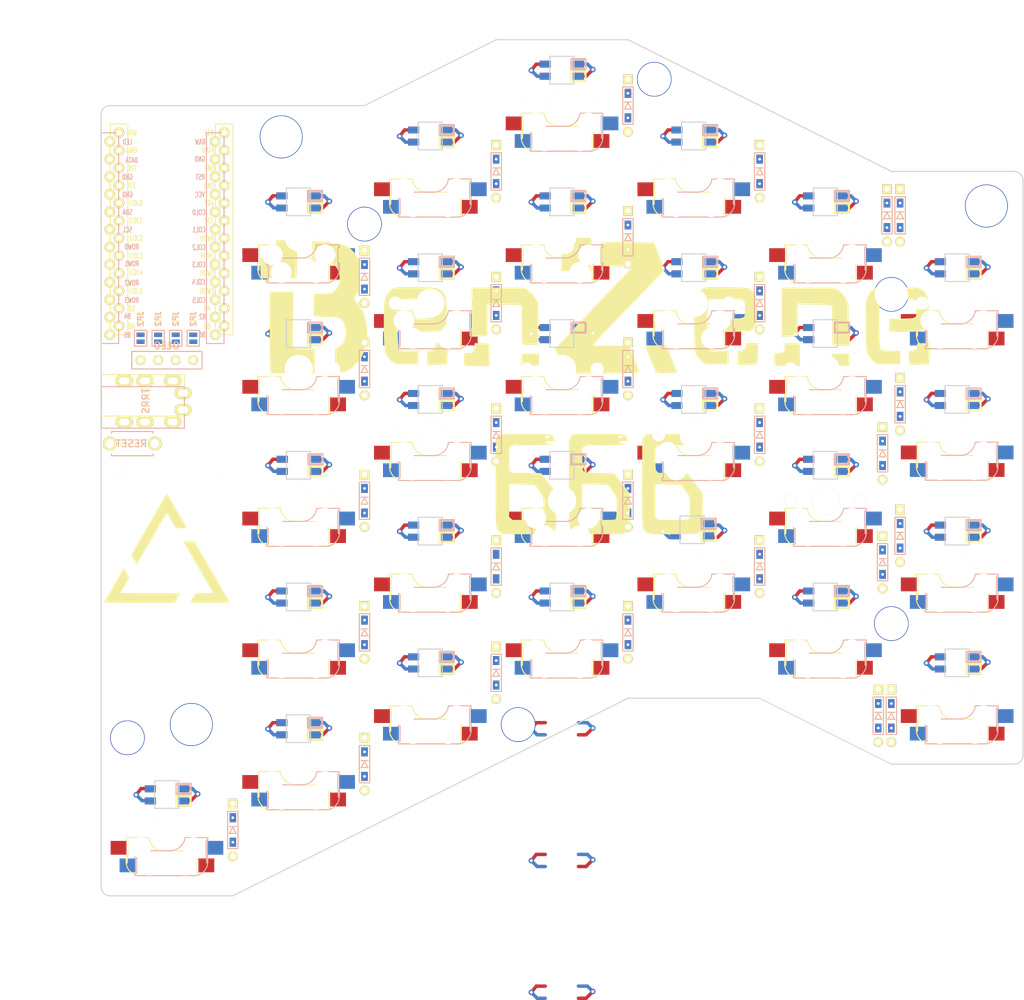
<source format=kicad_pcb>
(kicad_pcb (version 20171130) (host pcbnew 5.0.2-bee76a0~70~ubuntu18.04.1)
  (layers (0 F.Cu signal) (31 B.Cu signal) (34 B.Paste user hide) (35 F.Paste user hide) (36 B.SilkS user) (37 F.SilkS user) (38 B.Mask user) (39 F.Mask user) (44 Edge.Cuts user))
  (net 0 "")
  (net 1 row0)
  (net 2 "Net-(D1-Pad2)")
  (net 3 "Net-(D2-Pad2)")
  (net 4 "Net-(D3-Pad2)")
  (net 5 "Net-(D4-Pad2)")
  (net 6 "Net-(D5-Pad2)")
  (net 7 "Net-(D6-Pad2)")
  (net 8 "Net-(D7-Pad2)")
  (net 9 row1)
  (net 10 "Net-(D8-Pad2)")
  (net 11 "Net-(D9-Pad2)")
  (net 12 "Net-(D10-Pad2)")
  (net 13 "Net-(D11-Pad2)")
  (net 14 "Net-(D12-Pad2)")
  (net 15 row2)
  (net 16 "Net-(D13-Pad2)")
  (net 17 "Net-(D14-Pad2)")
  (net 18 "Net-(D15-Pad2)")
  (net 19 "Net-(D16-Pad2)")
  (net 20 "Net-(D17-Pad2)")
  (net 21 "Net-(D18-Pad2)")
  (net 22 row3)
  (net 23 "Net-(D19-Pad2)")
  (net 24 "Net-(D20-Pad2)")
  (net 25 "Net-(D21-Pad2)")
  (net 26 "Net-(D22-Pad2)")
  (net 27 "Net-(D23-Pad2)")
  (net 28 "Net-(D24-Pad2)")
  (net 29 "Net-(D25-Pad2)")
  (net 30 row4)
  (net 31 "Net-(D26-Pad2)")
  (net 32 "Net-(D27-Pad2)")
  (net 33 "Net-(D28-Pad2)")
  (net 34 VCC)
  (net 35 "Net-(J1-PadA)")
  (net 36 DATA)
  (net 37 GND)
  (net 38 "Net-(J2-Pad2)")
  (net 39 "Net-(J4-Pad2)")
  (net 40 "Net-(J5-Pad2)")
  (net 41 "Net-(J10-Pad2)")
  (net 42 "Net-(L1-Pad1)")
  (net 43 LED)
  (net 44 "Net-(L2-Pad1)")
  (net 45 "Net-(L3-Pad1)")
  (net 46 "Net-(L3-Pad3)")
  (net 47 "Net-(L4-Pad1)")
  (net 48 "Net-(L10-Pad1)")
  (net 49 "Net-(L5-Pad1)")
  (net 50 "Net-(L11-Pad3)")
  (net 51 "Net-(L13-Pad3)")
  (net 52 "Net-(L13-Pad1)")
  (net 53 "Net-(L14-Pad3)")
  (net 54 "Net-(L10-Pad3)")
  (net 55 "Net-(L11-Pad1)")
  (net 56 "Net-(L12-Pad1)")
  (net 57 "Net-(L12-Pad3)")
  (net 58 "Net-(L14-Pad1)")
  (net 59 "Net-(L15-Pad3)")
  (net 60 "Net-(L16-Pad1)")
  (net 61 "Net-(L17-Pad3)")
  (net 62 "Net-(L18-Pad1)")
  (net 63 "Net-(L19-Pad1)")
  (net 64 "Net-(L21-Pad1)")
  (net 65 "Net-(L23-Pad1)")
  (net 66 "Net-(L24-Pad1)")
  (net 67 RST)
  (net 68 col0)
  (net 69 col1)
  (net 70 col2)
  (net 71 col3)
  (net 72 col4)
  (net 73 col5)
  (net 74 "Net-(U1-Pad24)")
  (net 75 "Net-(U1-Pad14)")
  (net 76 "Net-(U1-Pad13)")
  (net 77 "Net-(U1-Pad12)")
  (net 78 SDA)
  (net 79 SCL)
  (net 80 "Net-(L25-Pad3)")
  (net 81 "Net-(L25-Pad1)")
  (net 82 "Net-(L26-Pad3)")
  (net 83 "Net-(L27-Pad3)")
  (module benzene:CherryMX_Hotswap_outline (layer F.Cu) (at 142.875 47.625 180)
    (fp_text reference SW9 hide)
    (fp_text value SW_PUSH hide)
    (pad 1 smd rect (at -7 -2.58) (size 2.3 2) (layers B.Cu B.Paste B.Mask) (net 70 col2))
    (pad 1 smd rect (at 7 -2.58) (size 2.3 2) (layers F.Cu F.Paste F.Mask) (net 70 col2))
    (pad 2 smd rect (at -5.7 -5.12) (size 2.3 2) (layers F.Cu F.Paste F.Mask) (net 11 "Net-(D9-Pad2)"))
    (pad "" np_thru_hole circle (at -3.81 -2.54) (size 3 3) (drill 3) (layers *.Cu *.Mask))
    (pad "" np_thru_hole circle (at -2.54 -5.08) (size 3 3) (drill 3) (layers *.Cu *.Mask))
    (pad "" np_thru_hole circle (at 3.81 -2.540001) (size 3 3) (drill 3) (layers *.Cu *.Mask))
    (pad "" np_thru_hole circle (at 2.54 -5.08) (size 3 3) (drill 3) (layers *.Cu *.Mask))
    (pad "" np_thru_hole circle (at 0 0 270) (size 4.1 4.1) (drill 4.1) (layers *.Cu *.Mask F.SilkS))
    (pad "" np_thru_hole circle (at 5.08 0 180) (size 1.9 1.9) (drill 1.9) (layers *.Cu *.Mask F.SilkS))
    (pad "" np_thru_hole circle (at -5.08 0 180) (size 1.9 1.9) (drill 1.9) (layers *.Cu *.Mask F.SilkS))
    (pad 2 smd rect (at 5.7 -5.12) (size 2.3 2) (layers B.Cu B.Paste B.Mask) (net 11 "Net-(D9-Pad2)"))
  )
  (module kbd:SK6812MINI_rev (layer B.Cu) (at 142.842 99.66)
    (fp_text reference L28 hide)
    (fp_text value SK6812MINI hide)
    (pad 2 smd rect (at -2.4 -0.875) (size 1.6 1) (layers F.Cu F.Paste F.Mask) (net 37 GND))
    (pad 1 smd rect (at -2.4 0.875) (size 1.6 1) (layers F.Cu F.Paste F.Mask) (net 83 "Net-(L27-Pad3)"))
    (pad 4 smd rect (at 2.4 0.875) (size 1.6 1) (layers F.Cu F.Paste F.Mask) (net 34 VCC))
    (pad 3 smd rect (at 2.4 -0.875) (size 1.6 1) (layers F.Cu F.Paste F.Mask) (net 66 "Net-(L24-Pad1)"))
    (pad 2 smd rect (at -2.4 0.875) (size 1.6 1) (layers B.Cu B.Paste B.Mask) (net 37 GND))
    (pad 1 smd rect (at -2.4 -0.875) (size 1.6 1) (layers B.Cu B.Paste B.Mask) (net 83 "Net-(L27-Pad3)"))
    (pad 3 smd rect (at 2.4 0.875) (size 1.6 1) (layers B.Cu B.Paste B.Mask) (net 66 "Net-(L24-Pad1)"))
    (pad 4 smd rect (at 2.4 -0.875) (size 1.6 1) (layers B.Cu B.Paste B.Mask) (net 34 VCC))
  )
  (module kbd:HOLE (layer F.Cu) (at 204.25 43.1)
    (fp_text reference Ref7)
    (fp_text value Val**)
    (pad "" np_thru_hole circle (at 0 0) (size 6.2 6.2) (drill 6) (layers *.Cu *.Mask))
  )
  (module kbd:HOLE (layer F.Cu) (at 102.25 33.1)
    (fp_text reference Ref6)
    (fp_text value Val**)
    (pad "" np_thru_hole circle (at 0 0) (size 6.2 6.2) (drill 6) (layers *.Cu *.Mask))
  )
  (module kbd:HOLE (layer F.Cu) (at 89.25 118.1)
    (fp_text reference Ref8)
    (fp_text value Val**)
    (pad "" np_thru_hole circle (at 0 0) (size 6.2 6.2) (drill 6) (layers *.Cu *.Mask))
  )
  (module benzene:CherryMX_Hotswap_outline (layer F.Cu) (at 161.925 76.2 180)
    (fp_text reference SW16 hide)
    (fp_text value SW_PUSH hide)
    (pad 1 smd rect (at -7 -2.58) (size 2.3 2) (layers B.Cu B.Paste B.Mask) (net 71 col3))
    (pad 1 smd rect (at 7 -2.58) (size 2.3 2) (layers F.Cu F.Paste F.Mask) (net 71 col3))
    (pad 2 smd rect (at -5.7 -5.12) (size 2.3 2) (layers F.Cu F.Paste F.Mask) (net 19 "Net-(D16-Pad2)"))
    (pad "" np_thru_hole circle (at -3.81 -2.54) (size 3 3) (drill 3) (layers *.Cu *.Mask))
    (pad "" np_thru_hole circle (at -2.54 -5.08) (size 3 3) (drill 3) (layers *.Cu *.Mask))
    (pad "" np_thru_hole circle (at 3.81 -2.540001) (size 3 3) (drill 3) (layers *.Cu *.Mask))
    (pad "" np_thru_hole circle (at 2.54 -5.08) (size 3 3) (drill 3) (layers *.Cu *.Mask))
    (pad "" np_thru_hole circle (at 0 0 270) (size 4.1 4.1) (drill 4.1) (layers *.Cu *.Mask F.SilkS))
    (pad "" np_thru_hole circle (at 5.08 0 180) (size 1.9 1.9) (drill 1.9) (layers *.Cu *.Mask F.SilkS))
    (pad "" np_thru_hole circle (at -5.08 0 180) (size 1.9 1.9) (drill 1.9) (layers *.Cu *.Mask F.SilkS))
    (pad 2 smd rect (at 5.7 -5.12) (size 2.3 2) (layers B.Cu B.Paste B.Mask) (net 19 "Net-(D16-Pad2)"))
  )
  (module benzene:CherryMX_Hotswap_outline (layer F.Cu) (at 142.875 66.675 180)
    (fp_text reference SW15 hide)
    (fp_text value SW_PUSH hide)
    (pad 1 smd rect (at -7 -2.58) (size 2.3 2) (layers B.Cu B.Paste B.Mask) (net 70 col2))
    (pad 1 smd rect (at 7 -2.58) (size 2.3 2) (layers F.Cu F.Paste F.Mask) (net 70 col2))
    (pad 2 smd rect (at -5.7 -5.12) (size 2.3 2) (layers F.Cu F.Paste F.Mask) (net 18 "Net-(D15-Pad2)"))
    (pad "" np_thru_hole circle (at -3.81 -2.54) (size 3 3) (drill 3) (layers *.Cu *.Mask))
    (pad "" np_thru_hole circle (at -2.54 -5.08) (size 3 3) (drill 3) (layers *.Cu *.Mask))
    (pad "" np_thru_hole circle (at 3.81 -2.540001) (size 3 3) (drill 3) (layers *.Cu *.Mask))
    (pad "" np_thru_hole circle (at 2.54 -5.08) (size 3 3) (drill 3) (layers *.Cu *.Mask))
    (pad "" np_thru_hole circle (at 0 0 270) (size 4.1 4.1) (drill 4.1) (layers *.Cu *.Mask F.SilkS))
    (pad "" np_thru_hole circle (at 5.08 0 180) (size 1.9 1.9) (drill 1.9) (layers *.Cu *.Mask F.SilkS))
    (pad "" np_thru_hole circle (at -5.08 0 180) (size 1.9 1.9) (drill 1.9) (layers *.Cu *.Mask F.SilkS))
    (pad 2 smd rect (at 5.7 -5.12) (size 2.3 2) (layers B.Cu B.Paste B.Mask) (net 18 "Net-(D15-Pad2)"))
  )
  (module benzene:CherryMX_Hotswap_outline (layer F.Cu) (at 180.975 66.675 180)
    (fp_text reference SW11 hide)
    (fp_text value SW_PUSH hide)
    (pad 1 smd rect (at -7 -2.58) (size 2.3 2) (layers B.Cu B.Paste B.Mask) (net 72 col4))
    (pad 1 smd rect (at 7 -2.58) (size 2.3 2) (layers F.Cu F.Paste F.Mask) (net 72 col4))
    (pad 2 smd rect (at -5.7 -5.12) (size 2.3 2) (layers F.Cu F.Paste F.Mask) (net 13 "Net-(D11-Pad2)"))
    (pad "" np_thru_hole circle (at -3.81 -2.54) (size 3 3) (drill 3) (layers *.Cu *.Mask))
    (pad "" np_thru_hole circle (at -2.54 -5.08) (size 3 3) (drill 3) (layers *.Cu *.Mask))
    (pad "" np_thru_hole circle (at 3.81 -2.540001) (size 3 3) (drill 3) (layers *.Cu *.Mask))
    (pad "" np_thru_hole circle (at 2.54 -5.08) (size 3 3) (drill 3) (layers *.Cu *.Mask))
    (pad "" np_thru_hole circle (at 0 0 270) (size 4.1 4.1) (drill 4.1) (layers *.Cu *.Mask F.SilkS))
    (pad "" np_thru_hole circle (at 5.08 0 180) (size 1.9 1.9) (drill 1.9) (layers *.Cu *.Mask F.SilkS))
    (pad "" np_thru_hole circle (at -5.08 0 180) (size 1.9 1.9) (drill 1.9) (layers *.Cu *.Mask F.SilkS))
    (pad 2 smd rect (at 5.7 -5.12) (size 2.3 2) (layers B.Cu B.Paste B.Mask) (net 13 "Net-(D11-Pad2)"))
  )
  (module benzene:CherryMX_Hotswap_outline (layer F.Cu) (at 142.875 104.775 180)
    (fp_text reference SW28 hide)
    (fp_text value SW_PUSH hide)
    (pad 1 smd rect (at -7 -2.58) (size 2.3 2) (layers B.Cu B.Paste B.Mask) (net 71 col3))
    (pad 1 smd rect (at 7 -2.58) (size 2.3 2) (layers F.Cu F.Paste F.Mask) (net 71 col3))
    (pad 2 smd rect (at -5.7 -5.12) (size 2.3 2) (layers F.Cu F.Paste F.Mask) (net 33 "Net-(D28-Pad2)"))
    (pad "" np_thru_hole circle (at -3.81 -2.54) (size 3 3) (drill 3) (layers *.Cu *.Mask))
    (pad "" np_thru_hole circle (at -2.54 -5.08) (size 3 3) (drill 3) (layers *.Cu *.Mask))
    (pad "" np_thru_hole circle (at 3.81 -2.540001) (size 3 3) (drill 3) (layers *.Cu *.Mask))
    (pad "" np_thru_hole circle (at 2.54 -5.08) (size 3 3) (drill 3) (layers *.Cu *.Mask))
    (pad "" np_thru_hole circle (at 0 0 270) (size 4.1 4.1) (drill 4.1) (layers *.Cu *.Mask F.SilkS))
    (pad "" np_thru_hole circle (at 5.08 0 180) (size 1.9 1.9) (drill 1.9) (layers *.Cu *.Mask F.SilkS))
    (pad "" np_thru_hole circle (at -5.08 0 180) (size 1.9 1.9) (drill 1.9) (layers *.Cu *.Mask F.SilkS))
    (pad 2 smd rect (at 5.7 -5.12) (size 2.3 2) (layers B.Cu B.Paste B.Mask) (net 33 "Net-(D28-Pad2)"))
  )
  (module benzene:CherryMX_Hotswap_outline (layer B.Cu) (at 180.975 85.725)
    (fp_text reference SW17 hide)
    (fp_text value SW_PUSH hide)
    (pad 1 smd rect (at -7 2.58 180) (size 2.3 2) (layers F.Cu F.Paste F.Mask) (net 72 col4))
    (pad 1 smd rect (at 7 2.58 180) (size 2.3 2) (layers B.Cu B.Paste B.Mask) (net 72 col4))
    (pad 2 smd rect (at -5.7 5.12 180) (size 2.3 2) (layers B.Cu B.Paste B.Mask) (net 20 "Net-(D17-Pad2)"))
    (pad "" np_thru_hole circle (at -3.81 2.54 180) (size 3 3) (drill 3) (layers *.Cu *.Mask))
    (pad "" np_thru_hole circle (at -2.54 5.08 180) (size 3 3) (drill 3) (layers *.Cu *.Mask))
    (pad "" np_thru_hole circle (at 3.81 2.540001 180) (size 3 3) (drill 3) (layers *.Cu *.Mask))
    (pad "" np_thru_hole circle (at 2.54 5.08 180) (size 3 3) (drill 3) (layers *.Cu *.Mask))
    (pad "" np_thru_hole circle (at 0 0 270) (size 4.1 4.1) (drill 4.1) (layers *.Cu *.Mask B.SilkS))
    (pad "" np_thru_hole circle (at 5.08 0) (size 1.9 1.9) (drill 1.9) (layers *.Cu *.Mask B.SilkS))
    (pad "" np_thru_hole circle (at -5.08 0) (size 1.9 1.9) (drill 1.9) (layers *.Cu *.Mask B.SilkS))
    (pad 2 smd rect (at 5.7 5.12 180) (size 2.3 2) (layers F.Cu F.Paste F.Mask) (net 20 "Net-(D17-Pad2)"))
  )
  (module benzene:CherryMX_Hotswap_outline (layer F.Cu) (at 180.975 47.625 180)
    (fp_text reference SW5 hide)
    (fp_text value SW_PUSH hide)
    (pad 1 smd rect (at -7 -2.58) (size 2.3 2) (layers B.Cu B.Paste B.Mask) (net 72 col4))
    (pad 1 smd rect (at 7 -2.58) (size 2.3 2) (layers F.Cu F.Paste F.Mask) (net 72 col4))
    (pad 2 smd rect (at -5.7 -5.12) (size 2.3 2) (layers F.Cu F.Paste F.Mask) (net 6 "Net-(D5-Pad2)"))
    (pad "" np_thru_hole circle (at -3.81 -2.54) (size 3 3) (drill 3) (layers *.Cu *.Mask))
    (pad "" np_thru_hole circle (at -2.54 -5.08) (size 3 3) (drill 3) (layers *.Cu *.Mask))
    (pad "" np_thru_hole circle (at 3.81 -2.540001) (size 3 3) (drill 3) (layers *.Cu *.Mask))
    (pad "" np_thru_hole circle (at 2.54 -5.08) (size 3 3) (drill 3) (layers *.Cu *.Mask))
    (pad "" np_thru_hole circle (at 0 0 270) (size 4.1 4.1) (drill 4.1) (layers *.Cu *.Mask F.SilkS))
    (pad "" np_thru_hole circle (at 5.08 0 180) (size 1.9 1.9) (drill 1.9) (layers *.Cu *.Mask F.SilkS))
    (pad "" np_thru_hole circle (at -5.08 0 180) (size 1.9 1.9) (drill 1.9) (layers *.Cu *.Mask F.SilkS))
    (pad 2 smd rect (at 5.7 -5.12) (size 2.3 2) (layers B.Cu B.Paste B.Mask) (net 6 "Net-(D5-Pad2)"))
  )
  (module benzene:CherryMX_Hotswap_outline (layer F.Cu) (at 161.925 38.1 180)
    (fp_text reference SW4 hide)
    (fp_text value SW_PUSH hide)
    (pad 1 smd rect (at -7 -2.58) (size 2.3 2) (layers B.Cu B.Paste B.Mask) (net 71 col3))
    (pad 1 smd rect (at 7 -2.58) (size 2.3 2) (layers F.Cu F.Paste F.Mask) (net 71 col3))
    (pad 2 smd rect (at -5.7 -5.12) (size 2.3 2) (layers F.Cu F.Paste F.Mask) (net 5 "Net-(D4-Pad2)"))
    (pad "" np_thru_hole circle (at -3.81 -2.54) (size 3 3) (drill 3) (layers *.Cu *.Mask))
    (pad "" np_thru_hole circle (at -2.54 -5.08) (size 3 3) (drill 3) (layers *.Cu *.Mask))
    (pad "" np_thru_hole circle (at 3.81 -2.540001) (size 3 3) (drill 3) (layers *.Cu *.Mask))
    (pad "" np_thru_hole circle (at 2.54 -5.08) (size 3 3) (drill 3) (layers *.Cu *.Mask))
    (pad "" np_thru_hole circle (at 0 0 270) (size 4.1 4.1) (drill 4.1) (layers *.Cu *.Mask F.SilkS))
    (pad "" np_thru_hole circle (at 5.08 0 180) (size 1.9 1.9) (drill 1.9) (layers *.Cu *.Mask F.SilkS))
    (pad "" np_thru_hole circle (at -5.08 0 180) (size 1.9 1.9) (drill 1.9) (layers *.Cu *.Mask F.SilkS))
    (pad 2 smd rect (at 5.7 -5.12) (size 2.3 2) (layers B.Cu B.Paste B.Mask) (net 5 "Net-(D4-Pad2)"))
  )
  (module benzene:CherryMX_Hotswap_outline (layer F.Cu) (at 180.975 104.77 180)
    (fp_text reference SW23 hide)
    (fp_text value SW_PUSH hide)
    (pad 1 smd rect (at -7 -2.58) (size 2.3 2) (layers B.Cu B.Paste B.Mask) (net 72 col4))
    (pad 1 smd rect (at 7 -2.58) (size 2.3 2) (layers F.Cu F.Paste F.Mask) (net 72 col4))
    (pad 2 smd rect (at -5.7 -5.12) (size 2.3 2) (layers F.Cu F.Paste F.Mask) (net 27 "Net-(D23-Pad2)"))
    (pad "" np_thru_hole circle (at -3.81 -2.54) (size 3 3) (drill 3) (layers *.Cu *.Mask))
    (pad "" np_thru_hole circle (at -2.54 -5.08) (size 3 3) (drill 3) (layers *.Cu *.Mask))
    (pad "" np_thru_hole circle (at 3.81 -2.540001) (size 3 3) (drill 3) (layers *.Cu *.Mask))
    (pad "" np_thru_hole circle (at 2.54 -5.08) (size 3 3) (drill 3) (layers *.Cu *.Mask))
    (pad "" np_thru_hole circle (at 0 0 270) (size 4.1 4.1) (drill 4.1) (layers *.Cu *.Mask F.SilkS))
    (pad "" np_thru_hole circle (at 5.08 0 180) (size 1.9 1.9) (drill 1.9) (layers *.Cu *.Mask F.SilkS))
    (pad "" np_thru_hole circle (at -5.08 0 180) (size 1.9 1.9) (drill 1.9) (layers *.Cu *.Mask F.SilkS))
    (pad 2 smd rect (at 5.7 -5.12) (size 2.3 2) (layers B.Cu B.Paste B.Mask) (net 27 "Net-(D23-Pad2)"))
  )
  (module benzene:CherryMX_Hotswap_outline (layer F.Cu) (at 123.825 38.1 180)
    (fp_text reference SW2 hide)
    (fp_text value SW_PUSH hide)
    (pad 1 smd rect (at -7 -2.58) (size 2.3 2) (layers B.Cu B.Paste B.Mask) (net 69 col1))
    (pad 1 smd rect (at 7 -2.58) (size 2.3 2) (layers F.Cu F.Paste F.Mask) (net 69 col1))
    (pad 2 smd rect (at -5.7 -5.12) (size 2.3 2) (layers F.Cu F.Paste F.Mask) (net 3 "Net-(D2-Pad2)"))
    (pad "" np_thru_hole circle (at -3.81 -2.54) (size 3 3) (drill 3) (layers *.Cu *.Mask))
    (pad "" np_thru_hole circle (at -2.54 -5.08) (size 3 3) (drill 3) (layers *.Cu *.Mask))
    (pad "" np_thru_hole circle (at 3.81 -2.540001) (size 3 3) (drill 3) (layers *.Cu *.Mask))
    (pad "" np_thru_hole circle (at 2.54 -5.08) (size 3 3) (drill 3) (layers *.Cu *.Mask))
    (pad "" np_thru_hole circle (at 0 0 270) (size 4.1 4.1) (drill 4.1) (layers *.Cu *.Mask F.SilkS))
    (pad "" np_thru_hole circle (at 5.08 0 180) (size 1.9 1.9) (drill 1.9) (layers *.Cu *.Mask F.SilkS))
    (pad "" np_thru_hole circle (at -5.08 0 180) (size 1.9 1.9) (drill 1.9) (layers *.Cu *.Mask F.SilkS))
    (pad 2 smd rect (at 5.7 -5.12) (size 2.3 2) (layers B.Cu B.Paste B.Mask) (net 3 "Net-(D2-Pad2)"))
  )
  (module benzene:CherryMX_Hotswap_outline (layer F.Cu) (at 104.775 47.625 180)
    (fp_text reference SW1 hide)
    (fp_text value SW_PUSH hide)
    (pad 1 smd rect (at -7 -2.58) (size 2.3 2) (layers B.Cu B.Paste B.Mask) (net 68 col0))
    (pad 1 smd rect (at 7 -2.58) (size 2.3 2) (layers F.Cu F.Paste F.Mask) (net 68 col0))
    (pad 2 smd rect (at -5.7 -5.12) (size 2.3 2) (layers F.Cu F.Paste F.Mask) (net 2 "Net-(D1-Pad2)"))
    (pad "" np_thru_hole circle (at -3.81 -2.54) (size 3 3) (drill 3) (layers *.Cu *.Mask))
    (pad "" np_thru_hole circle (at -2.54 -5.08) (size 3 3) (drill 3) (layers *.Cu *.Mask))
    (pad "" np_thru_hole circle (at 3.81 -2.540001) (size 3 3) (drill 3) (layers *.Cu *.Mask))
    (pad "" np_thru_hole circle (at 2.54 -5.08) (size 3 3) (drill 3) (layers *.Cu *.Mask))
    (pad "" np_thru_hole circle (at 0 0 270) (size 4.1 4.1) (drill 4.1) (layers *.Cu *.Mask F.SilkS))
    (pad "" np_thru_hole circle (at 5.08 0 180) (size 1.9 1.9) (drill 1.9) (layers *.Cu *.Mask F.SilkS))
    (pad "" np_thru_hole circle (at -5.08 0 180) (size 1.9 1.9) (drill 1.9) (layers *.Cu *.Mask F.SilkS))
    (pad 2 smd rect (at 5.7 -5.12) (size 2.3 2) (layers B.Cu B.Paste B.Mask) (net 2 "Net-(D1-Pad2)"))
  )
  (module benzene:CherryMX_Hotswap_outline (layer F.Cu) (at 142.875 28.575 180)
    (fp_text reference SW3 hide)
    (fp_text value SW_PUSH hide)
    (pad 1 smd rect (at -7 -2.58) (size 2.3 2) (layers B.Cu B.Paste B.Mask) (net 70 col2))
    (pad 1 smd rect (at 7 -2.58) (size 2.3 2) (layers F.Cu F.Paste F.Mask) (net 70 col2))
    (pad 2 smd rect (at -5.7 -5.12) (size 2.3 2) (layers F.Cu F.Paste F.Mask) (net 4 "Net-(D3-Pad2)"))
    (pad "" np_thru_hole circle (at -3.81 -2.54) (size 3 3) (drill 3) (layers *.Cu *.Mask))
    (pad "" np_thru_hole circle (at -2.54 -5.08) (size 3 3) (drill 3) (layers *.Cu *.Mask))
    (pad "" np_thru_hole circle (at 3.81 -2.540001) (size 3 3) (drill 3) (layers *.Cu *.Mask))
    (pad "" np_thru_hole circle (at 2.54 -5.08) (size 3 3) (drill 3) (layers *.Cu *.Mask))
    (pad "" np_thru_hole circle (at 0 0 270) (size 4.1 4.1) (drill 4.1) (layers *.Cu *.Mask F.SilkS))
    (pad "" np_thru_hole circle (at 5.08 0 180) (size 1.9 1.9) (drill 1.9) (layers *.Cu *.Mask F.SilkS))
    (pad "" np_thru_hole circle (at -5.08 0 180) (size 1.9 1.9) (drill 1.9) (layers *.Cu *.Mask F.SilkS))
    (pad 2 smd rect (at 5.7 -5.12) (size 2.3 2) (layers B.Cu B.Paste B.Mask) (net 4 "Net-(D3-Pad2)"))
  )
  (module benzene:CherryMX_Hotswap_outline (layer F.Cu) (at 200.025 57.15 180)
    (fp_text reference SW6 hide)
    (fp_text value SW_PUSH hide)
    (pad 1 smd rect (at -7 -2.58) (size 2.3 2) (layers B.Cu B.Paste B.Mask) (net 73 col5))
    (pad 1 smd rect (at 7 -2.58) (size 2.3 2) (layers F.Cu F.Paste F.Mask) (net 73 col5))
    (pad 2 smd rect (at -5.7 -5.12) (size 2.3 2) (layers F.Cu F.Paste F.Mask) (net 7 "Net-(D6-Pad2)"))
    (pad "" np_thru_hole circle (at -3.81 -2.54) (size 3 3) (drill 3) (layers *.Cu *.Mask))
    (pad "" np_thru_hole circle (at -2.54 -5.08) (size 3 3) (drill 3) (layers *.Cu *.Mask))
    (pad "" np_thru_hole circle (at 3.81 -2.540001) (size 3 3) (drill 3) (layers *.Cu *.Mask))
    (pad "" np_thru_hole circle (at 2.54 -5.08) (size 3 3) (drill 3) (layers *.Cu *.Mask))
    (pad "" np_thru_hole circle (at 0 0 270) (size 4.1 4.1) (drill 4.1) (layers *.Cu *.Mask F.SilkS))
    (pad "" np_thru_hole circle (at 5.08 0 180) (size 1.9 1.9) (drill 1.9) (layers *.Cu *.Mask F.SilkS))
    (pad "" np_thru_hole circle (at -5.08 0 180) (size 1.9 1.9) (drill 1.9) (layers *.Cu *.Mask F.SilkS))
    (pad 2 smd rect (at 5.7 -5.12) (size 2.3 2) (layers B.Cu B.Paste B.Mask) (net 7 "Net-(D6-Pad2)"))
  )
  (module benzene:CherryMX_Hotswap_outline (layer F.Cu) (at 104.775 66.675 180)
    (fp_text reference SW7 hide)
    (fp_text value SW_PUSH hide)
    (pad 1 smd rect (at -7 -2.58) (size 2.3 2) (layers B.Cu B.Paste B.Mask) (net 68 col0))
    (pad 1 smd rect (at 7 -2.58) (size 2.3 2) (layers F.Cu F.Paste F.Mask) (net 68 col0))
    (pad 2 smd rect (at -5.7 -5.12) (size 2.3 2) (layers F.Cu F.Paste F.Mask) (net 8 "Net-(D7-Pad2)"))
    (pad "" np_thru_hole circle (at -3.81 -2.54) (size 3 3) (drill 3) (layers *.Cu *.Mask))
    (pad "" np_thru_hole circle (at -2.54 -5.08) (size 3 3) (drill 3) (layers *.Cu *.Mask))
    (pad "" np_thru_hole circle (at 3.81 -2.540001) (size 3 3) (drill 3) (layers *.Cu *.Mask))
    (pad "" np_thru_hole circle (at 2.54 -5.08) (size 3 3) (drill 3) (layers *.Cu *.Mask))
    (pad "" np_thru_hole circle (at 0 0 270) (size 4.1 4.1) (drill 4.1) (layers *.Cu *.Mask F.SilkS))
    (pad "" np_thru_hole circle (at 5.08 0 180) (size 1.9 1.9) (drill 1.9) (layers *.Cu *.Mask F.SilkS))
    (pad "" np_thru_hole circle (at -5.08 0 180) (size 1.9 1.9) (drill 1.9) (layers *.Cu *.Mask F.SilkS))
    (pad 2 smd rect (at 5.7 -5.12) (size 2.3 2) (layers B.Cu B.Paste B.Mask) (net 8 "Net-(D7-Pad2)"))
  )
  (module benzene:CherryMX_Hotswap_outline (layer F.Cu) (at 123.825 57.15 180)
    (fp_text reference SW8 hide)
    (fp_text value SW_PUSH hide)
    (pad 1 smd rect (at -7 -2.58) (size 2.3 2) (layers B.Cu B.Paste B.Mask) (net 69 col1))
    (pad 1 smd rect (at 7 -2.58) (size 2.3 2) (layers F.Cu F.Paste F.Mask) (net 69 col1))
    (pad 2 smd rect (at -5.7 -5.12) (size 2.3 2) (layers F.Cu F.Paste F.Mask) (net 10 "Net-(D8-Pad2)"))
    (pad "" np_thru_hole circle (at -3.81 -2.54) (size 3 3) (drill 3) (layers *.Cu *.Mask))
    (pad "" np_thru_hole circle (at -2.54 -5.08) (size 3 3) (drill 3) (layers *.Cu *.Mask))
    (pad "" np_thru_hole circle (at 3.81 -2.540001) (size 3 3) (drill 3) (layers *.Cu *.Mask))
    (pad "" np_thru_hole circle (at 2.54 -5.08) (size 3 3) (drill 3) (layers *.Cu *.Mask))
    (pad "" np_thru_hole circle (at 0 0 270) (size 4.1 4.1) (drill 4.1) (layers *.Cu *.Mask F.SilkS))
    (pad "" np_thru_hole circle (at 5.08 0 180) (size 1.9 1.9) (drill 1.9) (layers *.Cu *.Mask F.SilkS))
    (pad "" np_thru_hole circle (at -5.08 0 180) (size 1.9 1.9) (drill 1.9) (layers *.Cu *.Mask F.SilkS))
    (pad 2 smd rect (at 5.7 -5.12) (size 2.3 2) (layers B.Cu B.Paste B.Mask) (net 10 "Net-(D8-Pad2)"))
  )
  (module benzene:CherryMX_Hotswap_outline (layer F.Cu) (at 161.925 57.15 180)
    (fp_text reference SW10 hide)
    (fp_text value SW_PUSH hide)
    (pad 1 smd rect (at -7 -2.58) (size 2.3 2) (layers B.Cu B.Paste B.Mask) (net 71 col3))
    (pad 1 smd rect (at 7 -2.58) (size 2.3 2) (layers F.Cu F.Paste F.Mask) (net 71 col3))
    (pad 2 smd rect (at -5.7 -5.12) (size 2.3 2) (layers F.Cu F.Paste F.Mask) (net 12 "Net-(D10-Pad2)"))
    (pad "" np_thru_hole circle (at -3.81 -2.54) (size 3 3) (drill 3) (layers *.Cu *.Mask))
    (pad "" np_thru_hole circle (at -2.54 -5.08) (size 3 3) (drill 3) (layers *.Cu *.Mask))
    (pad "" np_thru_hole circle (at 3.81 -2.540001) (size 3 3) (drill 3) (layers *.Cu *.Mask))
    (pad "" np_thru_hole circle (at 2.54 -5.08) (size 3 3) (drill 3) (layers *.Cu *.Mask))
    (pad "" np_thru_hole circle (at 0 0 270) (size 4.1 4.1) (drill 4.1) (layers *.Cu *.Mask F.SilkS))
    (pad "" np_thru_hole circle (at 5.08 0 180) (size 1.9 1.9) (drill 1.9) (layers *.Cu *.Mask F.SilkS))
    (pad "" np_thru_hole circle (at -5.08 0 180) (size 1.9 1.9) (drill 1.9) (layers *.Cu *.Mask F.SilkS))
    (pad 2 smd rect (at 5.7 -5.12) (size 2.3 2) (layers B.Cu B.Paste B.Mask) (net 12 "Net-(D10-Pad2)"))
  )
  (module benzene:CherryMX_Hotswap_outline (layer F.Cu) (at 200.025 76.165 180)
    (fp_text reference SW12 hide)
    (fp_text value SW_PUSH hide)
    (pad 1 smd rect (at -7 -2.58) (size 2.3 2) (layers B.Cu B.Paste B.Mask) (net 73 col5))
    (pad 1 smd rect (at 7 -2.58) (size 2.3 2) (layers F.Cu F.Paste F.Mask) (net 73 col5))
    (pad 2 smd rect (at -5.7 -5.12) (size 2.3 2) (layers F.Cu F.Paste F.Mask) (net 14 "Net-(D12-Pad2)"))
    (pad "" np_thru_hole circle (at -3.81 -2.54) (size 3 3) (drill 3) (layers *.Cu *.Mask))
    (pad "" np_thru_hole circle (at -2.54 -5.08) (size 3 3) (drill 3) (layers *.Cu *.Mask))
    (pad "" np_thru_hole circle (at 3.81 -2.540001) (size 3 3) (drill 3) (layers *.Cu *.Mask))
    (pad "" np_thru_hole circle (at 2.54 -5.08) (size 3 3) (drill 3) (layers *.Cu *.Mask))
    (pad "" np_thru_hole circle (at 0 0 270) (size 4.1 4.1) (drill 4.1) (layers *.Cu *.Mask F.SilkS))
    (pad "" np_thru_hole circle (at 5.08 0 180) (size 1.9 1.9) (drill 1.9) (layers *.Cu *.Mask F.SilkS))
    (pad "" np_thru_hole circle (at -5.08 0 180) (size 1.9 1.9) (drill 1.9) (layers *.Cu *.Mask F.SilkS))
    (pad 2 smd rect (at 5.7 -5.12) (size 2.3 2) (layers B.Cu B.Paste B.Mask) (net 14 "Net-(D12-Pad2)"))
  )
  (module benzene:CherryMX_Hotswap_outline (layer F.Cu) (at 104.775 85.725 180)
    (fp_text reference SW13 hide)
    (fp_text value SW_PUSH hide)
    (pad 1 smd rect (at -7 -2.58) (size 2.3 2) (layers B.Cu B.Paste B.Mask) (net 68 col0))
    (pad 1 smd rect (at 7 -2.58) (size 2.3 2) (layers F.Cu F.Paste F.Mask) (net 68 col0))
    (pad 2 smd rect (at -5.7 -5.12) (size 2.3 2) (layers F.Cu F.Paste F.Mask) (net 16 "Net-(D13-Pad2)"))
    (pad "" np_thru_hole circle (at -3.81 -2.54) (size 3 3) (drill 3) (layers *.Cu *.Mask))
    (pad "" np_thru_hole circle (at -2.54 -5.08) (size 3 3) (drill 3) (layers *.Cu *.Mask))
    (pad "" np_thru_hole circle (at 3.81 -2.540001) (size 3 3) (drill 3) (layers *.Cu *.Mask))
    (pad "" np_thru_hole circle (at 2.54 -5.08) (size 3 3) (drill 3) (layers *.Cu *.Mask))
    (pad "" np_thru_hole circle (at 0 0 270) (size 4.1 4.1) (drill 4.1) (layers *.Cu *.Mask F.SilkS))
    (pad "" np_thru_hole circle (at 5.08 0 180) (size 1.9 1.9) (drill 1.9) (layers *.Cu *.Mask F.SilkS))
    (pad "" np_thru_hole circle (at -5.08 0 180) (size 1.9 1.9) (drill 1.9) (layers *.Cu *.Mask F.SilkS))
    (pad 2 smd rect (at 5.7 -5.12) (size 2.3 2) (layers B.Cu B.Paste B.Mask) (net 16 "Net-(D13-Pad2)"))
  )
  (module benzene:CherryMX_Hotswap_outline (layer F.Cu) (at 123.825 76.2 180)
    (fp_text reference SW14 hide)
    (fp_text value SW_PUSH hide)
    (pad 1 smd rect (at -7 -2.58) (size 2.3 2) (layers B.Cu B.Paste B.Mask) (net 69 col1))
    (pad 1 smd rect (at 7 -2.58) (size 2.3 2) (layers F.Cu F.Paste F.Mask) (net 69 col1))
    (pad 2 smd rect (at -5.7 -5.12) (size 2.3 2) (layers F.Cu F.Paste F.Mask) (net 17 "Net-(D14-Pad2)"))
    (pad "" np_thru_hole circle (at -3.81 -2.54) (size 3 3) (drill 3) (layers *.Cu *.Mask))
    (pad "" np_thru_hole circle (at -2.54 -5.08) (size 3 3) (drill 3) (layers *.Cu *.Mask))
    (pad "" np_thru_hole circle (at 3.81 -2.540001) (size 3 3) (drill 3) (layers *.Cu *.Mask))
    (pad "" np_thru_hole circle (at 2.54 -5.08) (size 3 3) (drill 3) (layers *.Cu *.Mask))
    (pad "" np_thru_hole circle (at 0 0 270) (size 4.1 4.1) (drill 4.1) (layers *.Cu *.Mask F.SilkS))
    (pad "" np_thru_hole circle (at 5.08 0 180) (size 1.9 1.9) (drill 1.9) (layers *.Cu *.Mask F.SilkS))
    (pad "" np_thru_hole circle (at -5.08 0 180) (size 1.9 1.9) (drill 1.9) (layers *.Cu *.Mask F.SilkS))
    (pad 2 smd rect (at 5.7 -5.12) (size 2.3 2) (layers B.Cu B.Paste B.Mask) (net 17 "Net-(D14-Pad2)"))
  )
  (module benzene:CherryMX_Hotswap_outline (layer F.Cu) (at 200.025 95.25 180)
    (fp_text reference SW18 hide)
    (fp_text value SW_PUSH hide)
    (pad 1 smd rect (at -7 -2.58) (size 2.3 2) (layers B.Cu B.Paste B.Mask) (net 73 col5))
    (pad 1 smd rect (at 7 -2.58) (size 2.3 2) (layers F.Cu F.Paste F.Mask) (net 73 col5))
    (pad 2 smd rect (at -5.7 -5.12) (size 2.3 2) (layers F.Cu F.Paste F.Mask) (net 21 "Net-(D18-Pad2)"))
    (pad "" np_thru_hole circle (at -3.81 -2.54) (size 3 3) (drill 3) (layers *.Cu *.Mask))
    (pad "" np_thru_hole circle (at -2.54 -5.08) (size 3 3) (drill 3) (layers *.Cu *.Mask))
    (pad "" np_thru_hole circle (at 3.81 -2.540001) (size 3 3) (drill 3) (layers *.Cu *.Mask))
    (pad "" np_thru_hole circle (at 2.54 -5.08) (size 3 3) (drill 3) (layers *.Cu *.Mask))
    (pad "" np_thru_hole circle (at 0 0 270) (size 4.1 4.1) (drill 4.1) (layers *.Cu *.Mask F.SilkS))
    (pad "" np_thru_hole circle (at 5.08 0 180) (size 1.9 1.9) (drill 1.9) (layers *.Cu *.Mask F.SilkS))
    (pad "" np_thru_hole circle (at -5.08 0 180) (size 1.9 1.9) (drill 1.9) (layers *.Cu *.Mask F.SilkS))
    (pad 2 smd rect (at 5.7 -5.12) (size 2.3 2) (layers B.Cu B.Paste B.Mask) (net 21 "Net-(D18-Pad2)"))
  )
  (module benzene:CherryMX_Hotswap_outline (layer F.Cu) (at 104.775 104.775 180)
    (fp_text reference SW19 hide)
    (fp_text value SW_PUSH hide)
    (pad 1 smd rect (at -7 -2.58) (size 2.3 2) (layers B.Cu B.Paste B.Mask) (net 68 col0))
    (pad 1 smd rect (at 7 -2.58) (size 2.3 2) (layers F.Cu F.Paste F.Mask) (net 68 col0))
    (pad 2 smd rect (at -5.7 -5.12) (size 2.3 2) (layers F.Cu F.Paste F.Mask) (net 23 "Net-(D19-Pad2)"))
    (pad "" np_thru_hole circle (at -3.81 -2.54) (size 3 3) (drill 3) (layers *.Cu *.Mask))
    (pad "" np_thru_hole circle (at -2.54 -5.08) (size 3 3) (drill 3) (layers *.Cu *.Mask))
    (pad "" np_thru_hole circle (at 3.81 -2.540001) (size 3 3) (drill 3) (layers *.Cu *.Mask))
    (pad "" np_thru_hole circle (at 2.54 -5.08) (size 3 3) (drill 3) (layers *.Cu *.Mask))
    (pad "" np_thru_hole circle (at 0 0 270) (size 4.1 4.1) (drill 4.1) (layers *.Cu *.Mask F.SilkS))
    (pad "" np_thru_hole circle (at 5.08 0 180) (size 1.9 1.9) (drill 1.9) (layers *.Cu *.Mask F.SilkS))
    (pad "" np_thru_hole circle (at -5.08 0 180) (size 1.9 1.9) (drill 1.9) (layers *.Cu *.Mask F.SilkS))
    (pad 2 smd rect (at 5.7 -5.12) (size 2.3 2) (layers B.Cu B.Paste B.Mask) (net 23 "Net-(D19-Pad2)"))
  )
  (module benzene:CherryMX_Hotswap_outline (layer F.Cu) (at 123.825 95.25 180)
    (fp_text reference SW20 hide)
    (fp_text value SW_PUSH hide)
    (pad 1 smd rect (at -7 -2.58) (size 2.3 2) (layers B.Cu B.Paste B.Mask) (net 69 col1))
    (pad 1 smd rect (at 7 -2.58) (size 2.3 2) (layers F.Cu F.Paste F.Mask) (net 69 col1))
    (pad 2 smd rect (at -5.7 -5.12) (size 2.3 2) (layers F.Cu F.Paste F.Mask) (net 24 "Net-(D20-Pad2)"))
    (pad "" np_thru_hole circle (at -3.81 -2.54) (size 3 3) (drill 3) (layers *.Cu *.Mask))
    (pad "" np_thru_hole circle (at -2.54 -5.08) (size 3 3) (drill 3) (layers *.Cu *.Mask))
    (pad "" np_thru_hole circle (at 3.81 -2.540001) (size 3 3) (drill 3) (layers *.Cu *.Mask))
    (pad "" np_thru_hole circle (at 2.54 -5.08) (size 3 3) (drill 3) (layers *.Cu *.Mask))
    (pad "" np_thru_hole circle (at 0 0 270) (size 4.1 4.1) (drill 4.1) (layers *.Cu *.Mask F.SilkS))
    (pad "" np_thru_hole circle (at 5.08 0 180) (size 1.9 1.9) (drill 1.9) (layers *.Cu *.Mask F.SilkS))
    (pad "" np_thru_hole circle (at -5.08 0 180) (size 1.9 1.9) (drill 1.9) (layers *.Cu *.Mask F.SilkS))
    (pad 2 smd rect (at 5.7 -5.12) (size 2.3 2) (layers B.Cu B.Paste B.Mask) (net 24 "Net-(D20-Pad2)"))
  )
  (module benzene:CherryMX_Hotswap_outline (layer F.Cu) (at 142.875 85.725 180)
    (fp_text reference SW21 hide)
    (fp_text value SW_PUSH hide)
    (pad 1 smd rect (at -7 -2.58) (size 2.3 2) (layers B.Cu B.Paste B.Mask) (net 70 col2))
    (pad 1 smd rect (at 7 -2.58) (size 2.3 2) (layers F.Cu F.Paste F.Mask) (net 70 col2))
    (pad 2 smd rect (at -5.7 -5.12) (size 2.3 2) (layers F.Cu F.Paste F.Mask) (net 25 "Net-(D21-Pad2)"))
    (pad "" np_thru_hole circle (at -3.81 -2.54) (size 3 3) (drill 3) (layers *.Cu *.Mask))
    (pad "" np_thru_hole circle (at -2.54 -5.08) (size 3 3) (drill 3) (layers *.Cu *.Mask))
    (pad "" np_thru_hole circle (at 3.81 -2.540001) (size 3 3) (drill 3) (layers *.Cu *.Mask))
    (pad "" np_thru_hole circle (at 2.54 -5.08) (size 3 3) (drill 3) (layers *.Cu *.Mask))
    (pad "" np_thru_hole circle (at 0 0 270) (size 4.1 4.1) (drill 4.1) (layers *.Cu *.Mask F.SilkS))
    (pad "" np_thru_hole circle (at 5.08 0 180) (size 1.9 1.9) (drill 1.9) (layers *.Cu *.Mask F.SilkS))
    (pad "" np_thru_hole circle (at -5.08 0 180) (size 1.9 1.9) (drill 1.9) (layers *.Cu *.Mask F.SilkS))
    (pad 2 smd rect (at 5.7 -5.12) (size 2.3 2) (layers B.Cu B.Paste B.Mask) (net 25 "Net-(D21-Pad2)"))
  )
  (module benzene:CherryMX_Hotswap_outline (layer F.Cu) (at 161.925 95.2449 180)
    (fp_text reference SW22 hide)
    (fp_text value SW_PUSH hide)
    (pad 1 smd rect (at -7 -2.58) (size 2.3 2) (layers B.Cu B.Paste B.Mask) (net 71 col3))
    (pad 1 smd rect (at 7 -2.58) (size 2.3 2) (layers F.Cu F.Paste F.Mask) (net 71 col3))
    (pad 2 smd rect (at -5.7 -5.12) (size 2.3 2) (layers F.Cu F.Paste F.Mask) (net 26 "Net-(D22-Pad2)"))
    (pad "" np_thru_hole circle (at -3.81 -2.54) (size 3 3) (drill 3) (layers *.Cu *.Mask))
    (pad "" np_thru_hole circle (at -2.54 -5.08) (size 3 3) (drill 3) (layers *.Cu *.Mask))
    (pad "" np_thru_hole circle (at 3.81 -2.540001) (size 3 3) (drill 3) (layers *.Cu *.Mask))
    (pad "" np_thru_hole circle (at 2.54 -5.08) (size 3 3) (drill 3) (layers *.Cu *.Mask))
    (pad "" np_thru_hole circle (at 0 0 270) (size 4.1 4.1) (drill 4.1) (layers *.Cu *.Mask F.SilkS))
    (pad "" np_thru_hole circle (at 5.08 0 180) (size 1.9 1.9) (drill 1.9) (layers *.Cu *.Mask F.SilkS))
    (pad "" np_thru_hole circle (at -5.08 0 180) (size 1.9 1.9) (drill 1.9) (layers *.Cu *.Mask F.SilkS))
    (pad 2 smd rect (at 5.7 -5.12) (size 2.3 2) (layers B.Cu B.Paste B.Mask) (net 26 "Net-(D22-Pad2)"))
  )
  (module benzene:CherryMX_Hotswap_outline (layer F.Cu) (at 200.025 114.295 180)
    (fp_text reference SW24 hide)
    (fp_text value SW_PUSH hide)
    (pad 1 smd rect (at -7 -2.58) (size 2.3 2) (layers B.Cu B.Paste B.Mask) (net 73 col5))
    (pad 1 smd rect (at 7 -2.58) (size 2.3 2) (layers F.Cu F.Paste F.Mask) (net 73 col5))
    (pad 2 smd rect (at -5.7 -5.12) (size 2.3 2) (layers F.Cu F.Paste F.Mask) (net 28 "Net-(D24-Pad2)"))
    (pad "" np_thru_hole circle (at -3.81 -2.54) (size 3 3) (drill 3) (layers *.Cu *.Mask))
    (pad "" np_thru_hole circle (at -2.54 -5.08) (size 3 3) (drill 3) (layers *.Cu *.Mask))
    (pad "" np_thru_hole circle (at 3.81 -2.540001) (size 3 3) (drill 3) (layers *.Cu *.Mask))
    (pad "" np_thru_hole circle (at 2.54 -5.08) (size 3 3) (drill 3) (layers *.Cu *.Mask))
    (pad "" np_thru_hole circle (at 0 0 270) (size 4.1 4.1) (drill 4.1) (layers *.Cu *.Mask F.SilkS))
    (pad "" np_thru_hole circle (at 5.08 0 180) (size 1.9 1.9) (drill 1.9) (layers *.Cu *.Mask F.SilkS))
    (pad "" np_thru_hole circle (at -5.08 0 180) (size 1.9 1.9) (drill 1.9) (layers *.Cu *.Mask F.SilkS))
    (pad 2 smd rect (at 5.7 -5.12) (size 2.3 2) (layers B.Cu B.Paste B.Mask) (net 28 "Net-(D24-Pad2)"))
  )
  (module benzene:CherryMX_Hotswap_outline (layer F.Cu) (at 85.725 133.35 180)
    (fp_text reference SW25 hide)
    (fp_text value SW_PUSH hide)
    (pad 1 smd rect (at -7 -2.58) (size 2.3 2) (layers B.Cu B.Paste B.Mask) (net 68 col0))
    (pad 1 smd rect (at 7 -2.58) (size 2.3 2) (layers F.Cu F.Paste F.Mask) (net 68 col0))
    (pad 2 smd rect (at -5.7 -5.12) (size 2.3 2) (layers F.Cu F.Paste F.Mask) (net 29 "Net-(D25-Pad2)"))
    (pad "" np_thru_hole circle (at -3.81 -2.54) (size 3 3) (drill 3) (layers *.Cu *.Mask))
    (pad "" np_thru_hole circle (at -2.54 -5.08) (size 3 3) (drill 3) (layers *.Cu *.Mask))
    (pad "" np_thru_hole circle (at 3.81 -2.540001) (size 3 3) (drill 3) (layers *.Cu *.Mask))
    (pad "" np_thru_hole circle (at 2.54 -5.08) (size 3 3) (drill 3) (layers *.Cu *.Mask))
    (pad "" np_thru_hole circle (at 0 0 270) (size 4.1 4.1) (drill 4.1) (layers *.Cu *.Mask F.SilkS))
    (pad "" np_thru_hole circle (at 5.08 0 180) (size 1.9 1.9) (drill 1.9) (layers *.Cu *.Mask F.SilkS))
    (pad "" np_thru_hole circle (at -5.08 0 180) (size 1.9 1.9) (drill 1.9) (layers *.Cu *.Mask F.SilkS))
    (pad 2 smd rect (at 5.7 -5.12) (size 2.3 2) (layers B.Cu B.Paste B.Mask) (net 29 "Net-(D25-Pad2)"))
  )
  (module benzene:CherryMX_Hotswap_outline (layer F.Cu) (at 104.775 123.825 180)
    (fp_text reference SW26 hide)
    (fp_text value SW_PUSH hide)
    (pad 1 smd rect (at -7 -2.58) (size 2.3 2) (layers B.Cu B.Paste B.Mask) (net 69 col1))
    (pad 1 smd rect (at 7 -2.58) (size 2.3 2) (layers F.Cu F.Paste F.Mask) (net 69 col1))
    (pad 2 smd rect (at -5.7 -5.12) (size 2.3 2) (layers F.Cu F.Paste F.Mask) (net 31 "Net-(D26-Pad2)"))
    (pad "" np_thru_hole circle (at -3.81 -2.54) (size 3 3) (drill 3) (layers *.Cu *.Mask))
    (pad "" np_thru_hole circle (at -2.54 -5.08) (size 3 3) (drill 3) (layers *.Cu *.Mask))
    (pad "" np_thru_hole circle (at 3.81 -2.540001) (size 3 3) (drill 3) (layers *.Cu *.Mask))
    (pad "" np_thru_hole circle (at 2.54 -5.08) (size 3 3) (drill 3) (layers *.Cu *.Mask))
    (pad "" np_thru_hole circle (at 0 0 270) (size 4.1 4.1) (drill 4.1) (layers *.Cu *.Mask F.SilkS))
    (pad "" np_thru_hole circle (at 5.08 0 180) (size 1.9 1.9) (drill 1.9) (layers *.Cu *.Mask F.SilkS))
    (pad "" np_thru_hole circle (at -5.08 0 180) (size 1.9 1.9) (drill 1.9) (layers *.Cu *.Mask F.SilkS))
    (pad 2 smd rect (at 5.7 -5.12) (size 2.3 2) (layers B.Cu B.Paste B.Mask) (net 31 "Net-(D26-Pad2)"))
  )
  (module benzene:CherryMX_Hotswap_outline (layer F.Cu) (at 123.825 114.3 180)
    (fp_text reference SW27 hide)
    (fp_text value SW_PUSH hide)
    (pad 1 smd rect (at -7 -2.58) (size 2.3 2) (layers B.Cu B.Paste B.Mask) (net 70 col2))
    (pad 1 smd rect (at 7 -2.58) (size 2.3 2) (layers F.Cu F.Paste F.Mask) (net 70 col2))
    (pad 2 smd rect (at -5.7 -5.12) (size 2.3 2) (layers F.Cu F.Paste F.Mask) (net 32 "Net-(D27-Pad2)"))
    (pad "" np_thru_hole circle (at -3.81 -2.54) (size 3 3) (drill 3) (layers *.Cu *.Mask))
    (pad "" np_thru_hole circle (at -2.54 -5.08) (size 3 3) (drill 3) (layers *.Cu *.Mask))
    (pad "" np_thru_hole circle (at 3.81 -2.540001) (size 3 3) (drill 3) (layers *.Cu *.Mask))
    (pad "" np_thru_hole circle (at 2.54 -5.08) (size 3 3) (drill 3) (layers *.Cu *.Mask))
    (pad "" np_thru_hole circle (at 0 0 270) (size 4.1 4.1) (drill 4.1) (layers *.Cu *.Mask F.SilkS))
    (pad "" np_thru_hole circle (at 5.08 0 180) (size 1.9 1.9) (drill 1.9) (layers *.Cu *.Mask F.SilkS))
    (pad "" np_thru_hole circle (at -5.08 0 180) (size 1.9 1.9) (drill 1.9) (layers *.Cu *.Mask F.SilkS))
    (pad 2 smd rect (at 5.7 -5.12) (size 2.3 2) (layers B.Cu B.Paste B.Mask) (net 32 "Net-(D27-Pad2)"))
  )
  (module kbd:SK6812MINI_rev (layer F.Cu) (at 85.725 128.27)
    (fp_text reference L25 hide)
    (fp_text value SK6812MINI hide)
    (pad 4 smd rect (at 2.4 0.875) (size 1.6 1) (layers F.Cu F.Paste F.Mask) (net 34 VCC))
    (pad 3 smd rect (at 2.4 -0.875) (size 1.6 1) (layers F.Cu F.Paste F.Mask) (net 80 "Net-(L25-Pad3)"))
    (pad 1 smd rect (at -2.4 0.875) (size 1.6 1) (layers F.Cu F.Paste F.Mask) (net 81 "Net-(L25-Pad1)"))
    (pad 2 smd rect (at -2.4 -0.875) (size 1.6 1) (layers F.Cu F.Paste F.Mask) (net 37 GND))
    (pad 3 smd rect (at 2.4 0.875) (size 1.6 1) (layers B.Cu B.Paste B.Mask) (net 80 "Net-(L25-Pad3)"))
    (pad 4 smd rect (at 2.4 -0.875) (size 1.6 1) (layers B.Cu B.Paste B.Mask) (net 34 VCC))
    (pad 1 smd rect (at -2.4 -0.875) (size 1.6 1) (layers B.Cu B.Paste B.Mask) (net 81 "Net-(L25-Pad1)"))
    (pad 2 smd rect (at -2.4 0.875) (size 1.6 1) (layers B.Cu B.Paste B.Mask) (net 37 GND))
  )
  (module kbd:SK6812MINI_rev (layer F.Cu) (at 104.742 118.71)
    (fp_text reference L26 hide)
    (fp_text value SK6812MINI hide)
    (pad 2 smd rect (at -2.4 0.875) (size 1.6 1) (layers B.Cu B.Paste B.Mask) (net 37 GND))
    (pad 1 smd rect (at -2.4 -0.875) (size 1.6 1) (layers B.Cu B.Paste B.Mask) (net 80 "Net-(L25-Pad3)"))
    (pad 4 smd rect (at 2.4 -0.875) (size 1.6 1) (layers B.Cu B.Paste B.Mask) (net 34 VCC))
    (pad 3 smd rect (at 2.4 0.875) (size 1.6 1) (layers B.Cu B.Paste B.Mask) (net 82 "Net-(L26-Pad3)"))
    (pad 2 smd rect (at -2.4 -0.875) (size 1.6 1) (layers F.Cu F.Paste F.Mask) (net 37 GND))
    (pad 1 smd rect (at -2.4 0.875) (size 1.6 1) (layers F.Cu F.Paste F.Mask) (net 80 "Net-(L25-Pad3)"))
    (pad 3 smd rect (at 2.4 -0.875) (size 1.6 1) (layers F.Cu F.Paste F.Mask) (net 82 "Net-(L26-Pad3)"))
    (pad 4 smd rect (at 2.4 0.875) (size 1.6 1) (layers F.Cu F.Paste F.Mask) (net 34 VCC))
  )
  (module kbd:SK6812MINI_rev (layer F.Cu) (at 123.792 109.185)
    (fp_text reference L27 hide)
    (fp_text value SK6812MINI hide)
    (pad 4 smd rect (at 2.4 0.875) (size 1.6 1) (layers F.Cu F.Paste F.Mask) (net 34 VCC))
    (pad 3 smd rect (at 2.4 -0.875) (size 1.6 1) (layers F.Cu F.Paste F.Mask) (net 83 "Net-(L27-Pad3)"))
    (pad 1 smd rect (at -2.4 0.875) (size 1.6 1) (layers F.Cu F.Paste F.Mask) (net 82 "Net-(L26-Pad3)"))
    (pad 2 smd rect (at -2.4 -0.875) (size 1.6 1) (layers F.Cu F.Paste F.Mask) (net 37 GND))
    (pad 3 smd rect (at 2.4 0.875) (size 1.6 1) (layers B.Cu B.Paste B.Mask) (net 83 "Net-(L27-Pad3)"))
    (pad 4 smd rect (at 2.4 -0.875) (size 1.6 1) (layers B.Cu B.Paste B.Mask) (net 34 VCC))
    (pad 1 smd rect (at -2.4 -0.875) (size 1.6 1) (layers B.Cu B.Paste B.Mask) (net 82 "Net-(L26-Pad3)"))
    (pad 2 smd rect (at -2.4 0.875) (size 1.6 1) (layers B.Cu B.Paste B.Mask) (net 37 GND))
  )
  (module kbd:SK6812MINI_rev (layer F.Cu) (at 123.792 52.035)
    (fp_text reference L8 hide)
    (fp_text value SK6812MINI hide)
    (pad 2 smd rect (at -2.4 0.875) (size 1.6 1) (layers B.Cu B.Paste B.Mask) (net 37 GND))
    (pad 1 smd rect (at -2.4 -0.875) (size 1.6 1) (layers B.Cu B.Paste B.Mask) (net 46 "Net-(L3-Pad3)"))
    (pad 4 smd rect (at 2.4 -0.875) (size 1.6 1) (layers B.Cu B.Paste B.Mask) (net 34 VCC))
    (pad 3 smd rect (at 2.4 0.875) (size 1.6 1) (layers B.Cu B.Paste B.Mask) (net 52 "Net-(L13-Pad1)"))
    (pad 2 smd rect (at -2.4 -0.875) (size 1.6 1) (layers F.Cu F.Paste F.Mask) (net 37 GND))
    (pad 1 smd rect (at -2.4 0.875) (size 1.6 1) (layers F.Cu F.Paste F.Mask) (net 46 "Net-(L3-Pad3)"))
    (pad 3 smd rect (at 2.4 -0.875) (size 1.6 1) (layers F.Cu F.Paste F.Mask) (net 52 "Net-(L13-Pad1)"))
    (pad 4 smd rect (at 2.4 0.875) (size 1.6 1) (layers F.Cu F.Paste F.Mask) (net 34 VCC))
  )
  (module kbd:SK6812MINI_rev (layer F.Cu) (at 123.792 90.135)
    (fp_text reference L20 hide)
    (fp_text value SK6812MINI hide)
    (pad 2 smd rect (at -2.4 0.875) (size 1.6 1) (layers B.Cu B.Paste B.Mask) (net 37 GND))
    (pad 1 smd rect (at -2.4 -0.875) (size 1.6 1) (layers B.Cu B.Paste B.Mask) (net 59 "Net-(L15-Pad3)"))
    (pad 4 smd rect (at 2.4 -0.875) (size 1.6 1) (layers B.Cu B.Paste B.Mask) (net 34 VCC))
    (pad 3 smd rect (at 2.4 0.875) (size 1.6 1) (layers B.Cu B.Paste B.Mask) (net 63 "Net-(L19-Pad1)"))
    (pad 2 smd rect (at -2.4 -0.875) (size 1.6 1) (layers F.Cu F.Paste F.Mask) (net 37 GND))
    (pad 1 smd rect (at -2.4 0.875) (size 1.6 1) (layers F.Cu F.Paste F.Mask) (net 59 "Net-(L15-Pad3)"))
    (pad 3 smd rect (at 2.4 -0.875) (size 1.6 1) (layers F.Cu F.Paste F.Mask) (net 63 "Net-(L19-Pad1)"))
    (pad 4 smd rect (at 2.4 0.875) (size 1.6 1) (layers F.Cu F.Paste F.Mask) (net 34 VCC))
  )
  (module kbd:SK6812MINI_rev (layer F.Cu) (at 123.792 71.085)
    (fp_text reference L14 hide)
    (fp_text value SK6812MINI hide)
    (pad 2 smd rect (at -2.4 0.875) (size 1.6 1) (layers B.Cu B.Paste B.Mask) (net 37 GND))
    (pad 1 smd rect (at -2.4 -0.875) (size 1.6 1) (layers B.Cu B.Paste B.Mask) (net 58 "Net-(L14-Pad1)"))
    (pad 4 smd rect (at 2.4 -0.875) (size 1.6 1) (layers B.Cu B.Paste B.Mask) (net 34 VCC))
    (pad 3 smd rect (at 2.4 0.875) (size 1.6 1) (layers B.Cu B.Paste B.Mask) (net 53 "Net-(L14-Pad3)"))
    (pad 2 smd rect (at -2.4 -0.875) (size 1.6 1) (layers F.Cu F.Paste F.Mask) (net 37 GND))
    (pad 1 smd rect (at -2.4 0.875) (size 1.6 1) (layers F.Cu F.Paste F.Mask) (net 58 "Net-(L14-Pad1)"))
    (pad 3 smd rect (at 2.4 -0.875) (size 1.6 1) (layers F.Cu F.Paste F.Mask) (net 53 "Net-(L14-Pad3)"))
    (pad 4 smd rect (at 2.4 0.875) (size 1.6 1) (layers F.Cu F.Paste F.Mask) (net 34 VCC))
  )
  (module kbd:ProMicro_v2 (layer F.Cu) (at 86.36 46.99)
    (fp_text reference U1 hide)
    (fp_text value ProMicro hide)
    (fp_text user RAW (at 4.191 -13.1445) (layer B.SilkS) (effects (font (size 0.75 0.5) (thickness 0.125)) (justify mirror)))
    (fp_text user LED (at -6.35 -13.1445) (layer B.SilkS) (effects (font (size 0.75 0.5) (thickness 0.125)) (justify mirror)))
    (fp_text user GND (at 4.1275 -10.668) (layer B.SilkS) (effects (font (size 0.75 0.5) (thickness 0.125)) (justify mirror)))
    (fp_text user DATA (at -5.715 -10.5) (layer B.SilkS) (effects (font (size 0.75 0.5) (thickness 0.125)) (justify mirror)))
    (fp_text user RST (at 4.191 -8.0645) (layer B.SilkS) (effects (font (size 0.75 0.5) (thickness 0.125)) (justify mirror)))
    (fp_text user GND (at -6.35 -8.0645) (layer B.SilkS) (effects (font (size 0.75 0.5) (thickness 0.125)) (justify mirror)))
    (fp_text user VCC (at 4.1275 -5.5245) (layer B.SilkS) (effects (font (size 0.75 0.5) (thickness 0.125)) (justify mirror)))
    (fp_text user GND (at -6.35 -5.5245) (layer B.SilkS) (effects (font (size 0.75 0.5) (thickness 0.125)) (justify mirror)))
    (fp_text user COL3 (at 4 4.6) (layer B.SilkS) (effects (font (size 0.75 0.5) (thickness 0.125)) (justify mirror)))
    (fp_text user ROW0 (at -5.715 2.032) (layer B.SilkS) (effects (font (size 0.75 0.5) (thickness 0.125)) (justify mirror)))
    (fp_text user COL2 (at 4 2.1) (layer B.SilkS) (effects (font (size 0.75 0.5) (thickness 0.125)) (justify mirror)))
    (fp_text user SCL (at -6.35 -0.4445) (layer B.SilkS) (effects (font (size 0.75 0.5) (thickness 0.125)) (justify mirror)))
    (fp_text user COL1 (at 4 -0.4445) (layer B.SilkS) (effects (font (size 0.75 0.5) (thickness 0.125)) (justify mirror)))
    (fp_text user SDA (at -6.35 -2.9845) (layer B.SilkS) (effects (font (size 0.75 0.5) (thickness 0.125)) (justify mirror)))
    (fp_text user COL0 (at 4 -2.95) (layer B.SilkS) (effects (font (size 0.75 0.5) (thickness 0.125)) (justify mirror)))
    (fp_text user B6 (at 4.445 14.732) (layer B.SilkS) (effects (font (size 0.75 0.5) (thickness 0.125)) (justify mirror)))
    (fp_text user B5 (at -6.35 14.7955) (layer B.SilkS) (effects (font (size 0.75 0.5) (thickness 0.125)) (justify mirror)))
    (fp_text user B4 (at -6.35 12.065) (layer B.SilkS) (effects (font (size 0.75 0.5) (thickness 0.125)) (justify mirror)))
    (fp_text user B2 (at 4.5085 12.1285) (layer B.SilkS) (effects (font (size 0.75 0.5) (thickness 0.125)) (justify mirror)))
    (fp_text user ROW3 (at -5.715 9.75) (layer B.SilkS) (effects (font (size 0.75 0.5) (thickness 0.125)) (justify mirror)))
    (fp_text user COL5 (at 4 9.75) (layer B.SilkS) (effects (font (size 0.75 0.5) (thickness 0.125)) (justify mirror)))
    (fp_text user ROW2 (at -5.715 7.239) (layer B.SilkS) (effects (font (size 0.75 0.5) (thickness 0.125)) (justify mirror)))
    (fp_text user COL4 (at 3.95 7.112) (layer B.SilkS) (effects (font (size 0.75 0.5) (thickness 0.125)) (justify mirror)))
    (fp_text user ROW1 (at -5.715 4.445) (layer B.SilkS) (effects (font (size 0.75 0.5) (thickness 0.125)) (justify mirror)))
    (fp_text user ROW1 (at 5.25 3.302) (layer F.SilkS) (effects (font (size 0.75 0.5) (thickness 0.125))))
    (fp_text user COL4 (at -5.08 5.715) (layer F.SilkS) (effects (font (size 0.75 0.5) (thickness 0.125))))
    (fp_text user ROW2 (at 5.2 5.85) (layer F.SilkS) (effects (font (size 0.75 0.5) (thickness 0.125))))
    (fp_text user COL5 (at -5.08 8.4455) (layer F.SilkS) (effects (font (size 0.75 0.5) (thickness 0.125))))
    (fp_text user ROW3 (at 5.2 8.4455) (layer F.SilkS) (effects (font (size 0.75 0.5) (thickness 0.125))))
    (fp_text user B2 (at -5.715 10.95) (layer F.SilkS) (effects (font (size 0.75 0.5) (thickness 0.125))))
    (fp_text user B4 (at 5.2 10.922) (layer F.SilkS) (effects (font (size 0.75 0.5) (thickness 0.125))))
    (fp_text user B5 (at 5.2 13.5255) (layer F.SilkS) (effects (font (size 0.75 0.5) (thickness 0.125))))
    (fp_text user B6 (at -5.715 13.5) (layer F.SilkS) (effects (font (size 0.75 0.5) (thickness 0.125))))
    (fp_text user COL0 (at -5.08 -4.3) (layer F.SilkS) (effects (font (size 0.75 0.5) (thickness 0.125))))
    (fp_text user SDA (at 5.461 -4.318) (layer F.SilkS) (effects (font (size 0.75 0.5) (thickness 0.125))))
    (fp_text user COL1 (at -5.08 -1.778) (layer F.SilkS) (effects (font (size 0.75 0.5) (thickness 0.125))))
    (fp_text user SCL (at 5.461 -1.778) (layer F.SilkS) (effects (font (size 0.75 0.5) (thickness 0.125))))
    (fp_text user COL2 (at -5.08 0.762) (layer F.SilkS) (effects (font (size 0.75 0.5) (thickness 0.125))))
    (fp_text user ROW0 (at 5.2 0.8) (layer F.SilkS) (effects (font (size 0.75 0.5) (thickness 0.125))))
    (fp_text user COL3 (at -5.08 3.35) (layer F.SilkS) (effects (font (size 0.75 0.5) (thickness 0.125))))
    (fp_text user GND (at 5.461 -6.7945) (layer F.SilkS) (effects (font (size 0.75 0.5) (thickness 0.125))))
    (fp_text user VCC (at -5.715 -6.858) (layer F.SilkS) (effects (font (size 0.75 0.5) (thickness 0.125))))
    (fp_text user GND (at 5.5245 -9.3345) (layer F.SilkS) (effects (font (size 0.75 0.5) (thickness 0.125))))
    (fp_text user RST (at -5.715 -9.3345) (layer F.SilkS) (effects (font (size 0.75 0.5) (thickness 0.125))))
    (fp_text user DATA (at 5.35 -11.95) (layer F.SilkS) (effects (font (size 0.75 0.5) (thickness 0.125))))
    (fp_text user GND (at -5.715 -11.938) (layer F.SilkS) (effects (font (size 0.75 0.5) (thickness 0.125))))
    (fp_text user LED (at 5.5 -14.478) (layer F.SilkS) (effects (font (size 0.75 0.5) (thickness 0.125))))
    (fp_text user RAW (at -5.715 -14.478) (layer F.SilkS) (effects (font (size 0.75 0.5) (thickness 0.125))))
    (fp_text user "" (at -1.2065 -16.256) (layer B.SilkS) (effects (justify mirror)))
    (fp_text user "" (at -0.5 -17.25) (layer F.SilkS))
    (pad 24 thru_hole circle (at -7.5636 -14.478) (size 1.524 1.524) (drill 0.8128) (layers *.Cu *.Mask F.SilkS) (net 74 "Net-(U1-Pad24)"))
    (pad 23 thru_hole circle (at -7.5636 -11.938) (size 1.524 1.524) (drill 0.8128) (layers *.Cu *.Mask F.SilkS) (net 37 GND))
    (pad 22 thru_hole circle (at -7.5636 -9.398) (size 1.524 1.524) (drill 0.8128) (layers *.Cu *.Mask F.SilkS) (net 67 RST))
    (pad 21 thru_hole circle (at -7.5636 -6.858) (size 1.524 1.524) (drill 0.8128) (layers *.Cu *.Mask F.SilkS) (net 34 VCC))
    (pad 20 thru_hole circle (at -7.5636 -4.318) (size 1.524 1.524) (drill 0.8128) (layers *.Cu *.Mask F.SilkS) (net 68 col0))
    (pad 19 thru_hole circle (at -7.5636 -1.778) (size 1.524 1.524) (drill 0.8128) (layers *.Cu *.Mask F.SilkS) (net 69 col1))
    (pad 18 thru_hole circle (at -7.5636 0.762) (size 1.524 1.524) (drill 0.8128) (layers *.Cu *.Mask F.SilkS) (net 70 col2))
    (pad 17 thru_hole circle (at -7.5636 3.302) (size 1.524 1.524) (drill 0.8128) (layers *.Cu *.Mask F.SilkS) (net 71 col3))
    (pad 16 thru_hole circle (at -7.5636 5.842) (size 1.524 1.524) (drill 0.8128) (layers *.Cu *.Mask F.SilkS) (net 72 col4))
    (pad 15 thru_hole circle (at -7.5636 8.382) (size 1.524 1.524) (drill 0.8128) (layers *.Cu *.Mask F.SilkS) (net 73 col5))
    (pad 14 thru_hole circle (at -7.5636 10.922) (size 1.524 1.524) (drill 0.8128) (layers *.Cu *.Mask F.SilkS) (net 75 "Net-(U1-Pad14)"))
    (pad 13 thru_hole circle (at -7.5636 13.462) (size 1.524 1.524) (drill 0.8128) (layers *.Cu *.Mask F.SilkS) (net 76 "Net-(U1-Pad13)"))
    (pad 12 thru_hole circle (at 7.6564 13.462) (size 1.524 1.524) (drill 0.8128) (layers *.Cu *.Mask F.SilkS) (net 77 "Net-(U1-Pad12)"))
    (pad 11 thru_hole circle (at 7.6564 10.922) (size 1.524 1.524) (drill 0.8128) (layers *.Cu *.Mask F.SilkS) (net 30 row4))
    (pad 10 thru_hole circle (at 7.6564 8.382) (size 1.524 1.524) (drill 0.8128) (layers *.Cu *.Mask F.SilkS) (net 22 row3))
    (pad 9 thru_hole circle (at 7.6564 5.842) (size 1.524 1.524) (drill 0.8128) (layers *.Cu *.Mask F.SilkS) (net 15 row2))
    (pad 8 thru_hole circle (at 7.6564 3.302) (size 1.524 1.524) (drill 0.8128) (layers *.Cu *.Mask F.SilkS) (net 9 row1))
    (pad 7 thru_hole circle (at 7.6564 0.762) (size 1.524 1.524) (drill 0.8128) (layers *.Cu *.Mask F.SilkS) (net 1 row0))
    (pad 6 thru_hole circle (at 7.6564 -1.778) (size 1.524 1.524) (drill 0.8128) (layers *.Cu *.Mask F.SilkS) (net 79 SCL))
    (pad 5 thru_hole circle (at 7.6564 -4.318) (size 1.524 1.524) (drill 0.8128) (layers *.Cu *.Mask F.SilkS) (net 78 SDA))
    (pad 4 thru_hole circle (at 7.6564 -6.858) (size 1.524 1.524) (drill 0.8128) (layers *.Cu *.Mask F.SilkS) (net 37 GND))
    (pad 3 thru_hole circle (at 7.6564 -9.398) (size 1.524 1.524) (drill 0.8128) (layers *.Cu *.Mask F.SilkS) (net 37 GND))
    (pad 2 thru_hole circle (at 7.6564 -11.938) (size 1.524 1.524) (drill 0.8128) (layers *.Cu *.Mask F.SilkS) (net 36 DATA))
    (pad 1 thru_hole circle (at 7.6564 -14.478) (size 1.524 1.524) (drill 0.8128) (layers *.Cu *.Mask F.SilkS) (net 43 LED))
    (pad 1 thru_hole circle (at -8.89 -13.208) (size 1.524 1.524) (drill 0.8128) (layers *.Cu *.Mask F.SilkS) (net 43 LED))
    (pad 2 thru_hole circle (at -8.89 -10.668) (size 1.524 1.524) (drill 0.8128) (layers *.Cu *.Mask F.SilkS) (net 36 DATA))
    (pad 3 thru_hole circle (at -8.89 -8.128) (size 1.524 1.524) (drill 0.8128) (layers *.Cu *.Mask F.SilkS) (net 37 GND))
    (pad 4 thru_hole circle (at -8.89 -5.588) (size 1.524 1.524) (drill 0.8128) (layers *.Cu *.Mask F.SilkS) (net 37 GND))
    (pad 5 thru_hole circle (at -8.89 -3.048) (size 1.524 1.524) (drill 0.8128) (layers *.Cu *.Mask F.SilkS) (net 78 SDA))
    (pad 6 thru_hole circle (at -8.89 -0.508) (size 1.524 1.524) (drill 0.8128) (layers *.Cu *.Mask F.SilkS) (net 79 SCL))
    (pad 7 thru_hole circle (at -8.89 2.032) (size 1.524 1.524) (drill 0.8128) (layers *.Cu *.Mask F.SilkS) (net 1 row0))
    (pad 8 thru_hole circle (at -8.89 4.572) (size 1.524 1.524) (drill 0.8128) (layers *.Cu *.Mask F.SilkS) (net 9 row1))
    (pad 9 thru_hole circle (at -8.89 7.112) (size 1.524 1.524) (drill 0.8128) (layers *.Cu *.Mask F.SilkS) (net 15 row2))
    (pad 10 thru_hole circle (at -8.89 9.652) (size 1.524 1.524) (drill 0.8128) (layers *.Cu *.Mask F.SilkS) (net 22 row3))
    (pad 11 thru_hole circle (at -8.89 12.192) (size 1.524 1.524) (drill 0.8128) (layers *.Cu *.Mask F.SilkS) (net 30 row4))
    (pad 12 thru_hole circle (at -8.89 14.732) (size 1.524 1.524) (drill 0.8128) (layers *.Cu *.Mask F.SilkS) (net 77 "Net-(U1-Pad12)"))
    (pad 13 thru_hole circle (at 6.35 14.732) (size 1.524 1.524) (drill 0.8128) (layers *.Cu *.Mask F.SilkS) (net 76 "Net-(U1-Pad13)"))
    (pad 14 thru_hole circle (at 6.35 12.192) (size 1.524 1.524) (drill 0.8128) (layers *.Cu *.Mask F.SilkS) (net 75 "Net-(U1-Pad14)"))
    (pad 15 thru_hole circle (at 6.35 9.652) (size 1.524 1.524) (drill 0.8128) (layers *.Cu *.Mask F.SilkS) (net 73 col5))
    (pad 16 thru_hole circle (at 6.35 7.112) (size 1.524 1.524) (drill 0.8128) (layers *.Cu *.Mask F.SilkS) (net 72 col4))
    (pad 17 thru_hole circle (at 6.35 4.572) (size 1.524 1.524) (drill 0.8128) (layers *.Cu *.Mask F.SilkS) (net 71 col3))
    (pad 18 thru_hole circle (at 6.35 2.032) (size 1.524 1.524) (drill 0.8128) (layers *.Cu *.Mask F.SilkS) (net 70 col2))
    (pad 19 thru_hole circle (at 6.35 -0.508) (size 1.524 1.524) (drill 0.8128) (layers *.Cu *.Mask F.SilkS) (net 69 col1))
    (pad 20 thru_hole circle (at 6.35 -3.048) (size 1.524 1.524) (drill 0.8128) (layers *.Cu *.Mask F.SilkS) (net 68 col0))
    (pad 21 thru_hole circle (at 6.35 -5.588) (size 1.524 1.524) (drill 0.8128) (layers *.Cu *.Mask F.SilkS) (net 34 VCC))
    (pad 22 thru_hole circle (at 6.35 -8.128) (size 1.524 1.524) (drill 0.8128) (layers *.Cu *.Mask F.SilkS) (net 67 RST))
    (pad 23 thru_hole circle (at 6.35 -10.668) (size 1.524 1.524) (drill 0.8128) (layers *.Cu *.Mask F.SilkS) (net 37 GND))
    (pad 24 thru_hole circle (at 6.35 -13.208) (size 1.524 1.524) (drill 0.8128) (layers *.Cu *.Mask F.SilkS) (net 74 "Net-(U1-Pad24)"))
  )
  (module kbd:OLED (layer F.Cu) (at 81.915 65.405)
    (fp_text reference OLED1)
    (fp_text value OLED hide)
    (fp_text user OLED (at 3.8 -2.1) (layer F.SilkS))
    (fp_text user OLED (at 3.75 -2.1) (layer B.SilkS) (effects (justify mirror)))
    (pad 1 thru_hole circle (at 0 0) (size 1.397 1.397) (drill 0.8128) (layers *.Cu *.Mask F.SilkS) (net 41 "Net-(J10-Pad2)"))
    (pad 2 thru_hole circle (at 2.54 0) (size 1.397 1.397) (drill 0.8128) (layers *.Cu *.Mask F.SilkS) (net 40 "Net-(J5-Pad2)"))
    (pad 3 thru_hole circle (at 5.08 0) (size 1.397 1.397) (drill 0.8128) (layers *.Cu *.Mask F.SilkS) (net 39 "Net-(J4-Pad2)"))
    (pad 4 thru_hole circle (at 7.62 0) (size 1.397 1.397) (drill 0.8128) (layers *.Cu *.Mask F.SilkS) (net 38 "Net-(J2-Pad2)"))
  )
  (module kbd:HOLE (layer F.Cu) (at 156.21 24.765)
    (fp_text reference Ref1)
    (fp_text value Val**)
    (pad "" np_thru_hole circle (at 0 0) (size 5 5) (drill 4.8) (layers *.Cu *.Mask))
  )
  (module kbd:HOLE (layer F.Cu) (at 136.525 118.11)
    (fp_text reference Ref4)
    (fp_text value Val**)
    (pad "" np_thru_hole circle (at 0 0) (size 5 5) (drill 4.8) (layers *.Cu *.Mask))
  )
  (module kbd:HOLE (layer F.Cu) (at 114.3 45.72)
    (fp_text reference Ref0)
    (fp_text value Val**)
    (pad "" np_thru_hole circle (at 0 0) (size 5 5) (drill 4.8) (layers *.Cu *.Mask))
  )
  (module kbd:HOLE (layer F.Cu) (at 80.01 120.015)
    (fp_text reference Ref3)
    (fp_text value Val**)
    (pad "" np_thru_hole circle (at 0 0) (size 5 5) (drill 4.8) (layers *.Cu *.Mask))
  )
  (module kbd:HOLE (layer F.Cu) (at 190.5 103.505)
    (fp_text reference Ref5)
    (fp_text value Val**)
    (pad "" np_thru_hole circle (at 0 0) (size 5 5) (drill 4.8) (layers *.Cu *.Mask))
  )
  (module MYLIB:HOLE_M2 (layer F.Cu) (at 92.365 81.585)
    (fp_text reference HOLE_M2_1 hide)
    (fp_text value VAL** hide)
    (pad "" np_thru_hole circle (at 0 0) (size 2.2 2.2) (drill 2.2) (layers *.Cu *.Mask F.SilkS) (clearance 0.9))
  )
  (module MYLIB:HOLE_M2 (layer F.Cu) (at 78.615 81.585)
    (fp_text reference HOLE_M2_0 hide)
    (fp_text value VAL** hide)
    (pad "" np_thru_hole circle (at 0 0) (size 2.2 2.2) (drill 2.2) (layers *.Cu *.Mask F.SilkS) (clearance 0.8))
  )
  (module kbd:D3_TH_SMD (layer F.Cu) (at 114.3 53.34 270)
    (fp_text reference D1 hide)
    (fp_text value D hide)
    (pad 1 smd rect (at -1.775 0 270) (size 1.3 0.95) (layers F.Cu F.Paste F.Mask) (net 1 row0))
    (pad 2 smd rect (at 1.775 0 270) (size 1.3 0.95) (layers B.Cu B.Paste B.Mask) (net 2 "Net-(D1-Pad2)"))
    (pad 1 smd rect (at -1.775 0 270) (size 1.3 0.95) (layers B.Cu B.Paste B.Mask) (net 1 row0))
    (pad 1 thru_hole rect (at -3.81 0 270) (size 1.397 1.397) (drill 0.8128) (layers *.Cu *.Mask F.SilkS) (net 1 row0))
    (pad 2 thru_hole circle (at 3.81 0 270) (size 1.397 1.397) (drill 0.8128) (layers *.Cu *.Mask F.SilkS) (net 2 "Net-(D1-Pad2)"))
    (pad 2 smd rect (at 1.775 0 270) (size 1.3 0.95) (layers F.Cu F.Paste F.Mask) (net 2 "Net-(D1-Pad2)"))
  )
  (module kbd:D3_TH_SMD (layer F.Cu) (at 133.35 38.1 270)
    (fp_text reference D2 hide)
    (fp_text value D hide)
    (pad 2 smd rect (at 1.775 0 270) (size 1.3 0.95) (layers F.Cu F.Paste F.Mask) (net 3 "Net-(D2-Pad2)"))
    (pad 2 thru_hole circle (at 3.81 0 270) (size 1.397 1.397) (drill 0.8128) (layers *.Cu *.Mask F.SilkS) (net 3 "Net-(D2-Pad2)"))
    (pad 1 thru_hole rect (at -3.81 0 270) (size 1.397 1.397) (drill 0.8128) (layers *.Cu *.Mask F.SilkS) (net 1 row0))
    (pad 1 smd rect (at -1.775 0 270) (size 1.3 0.95) (layers B.Cu B.Paste B.Mask) (net 1 row0))
    (pad 2 smd rect (at 1.775 0 270) (size 1.3 0.95) (layers B.Cu B.Paste B.Mask) (net 3 "Net-(D2-Pad2)"))
    (pad 1 smd rect (at -1.775 0 270) (size 1.3 0.95) (layers F.Cu F.Paste F.Mask) (net 1 row0))
  )
  (module kbd:D3_TH_SMD (layer F.Cu) (at 152.4 28.575 270)
    (fp_text reference D3 hide)
    (fp_text value D hide)
    (pad 2 smd rect (at 1.775 0 270) (size 1.3 0.95) (layers F.Cu F.Paste F.Mask) (net 4 "Net-(D3-Pad2)"))
    (pad 2 thru_hole circle (at 3.81 0 270) (size 1.397 1.397) (drill 0.8128) (layers *.Cu *.Mask F.SilkS) (net 4 "Net-(D3-Pad2)"))
    (pad 1 thru_hole rect (at -3.81 0 270) (size 1.397 1.397) (drill 0.8128) (layers *.Cu *.Mask F.SilkS) (net 1 row0))
    (pad 1 smd rect (at -1.775 0 270) (size 1.3 0.95) (layers B.Cu B.Paste B.Mask) (net 1 row0))
    (pad 2 smd rect (at 1.775 0 270) (size 1.3 0.95) (layers B.Cu B.Paste B.Mask) (net 4 "Net-(D3-Pad2)"))
    (pad 1 smd rect (at -1.775 0 270) (size 1.3 0.95) (layers F.Cu F.Paste F.Mask) (net 1 row0))
  )
  (module kbd:D3_TH_SMD (layer F.Cu) (at 171.45 38.1 270)
    (fp_text reference D4 hide)
    (fp_text value D hide)
    (pad 1 smd rect (at -1.775 0 270) (size 1.3 0.95) (layers F.Cu F.Paste F.Mask) (net 1 row0))
    (pad 2 smd rect (at 1.775 0 270) (size 1.3 0.95) (layers B.Cu B.Paste B.Mask) (net 5 "Net-(D4-Pad2)"))
    (pad 1 smd rect (at -1.775 0 270) (size 1.3 0.95) (layers B.Cu B.Paste B.Mask) (net 1 row0))
    (pad 1 thru_hole rect (at -3.81 0 270) (size 1.397 1.397) (drill 0.8128) (layers *.Cu *.Mask F.SilkS) (net 1 row0))
    (pad 2 thru_hole circle (at 3.81 0 270) (size 1.397 1.397) (drill 0.8128) (layers *.Cu *.Mask F.SilkS) (net 5 "Net-(D4-Pad2)"))
    (pad 2 smd rect (at 1.775 0 270) (size 1.3 0.95) (layers F.Cu F.Paste F.Mask) (net 5 "Net-(D4-Pad2)"))
  )
  (module kbd:D3_TH_SMD (layer F.Cu) (at 189.865 44.45 270)
    (fp_text reference D5 hide)
    (fp_text value D hide)
    (pad 1 smd rect (at -1.775 0 270) (size 1.3 0.95) (layers F.Cu F.Paste F.Mask) (net 1 row0))
    (pad 2 smd rect (at 1.775 0 270) (size 1.3 0.95) (layers B.Cu B.Paste B.Mask) (net 6 "Net-(D5-Pad2)"))
    (pad 1 smd rect (at -1.775 0 270) (size 1.3 0.95) (layers B.Cu B.Paste B.Mask) (net 1 row0))
    (pad 1 thru_hole rect (at -3.81 0 270) (size 1.397 1.397) (drill 0.8128) (layers *.Cu *.Mask F.SilkS) (net 1 row0))
    (pad 2 thru_hole circle (at 3.81 0 270) (size 1.397 1.397) (drill 0.8128) (layers *.Cu *.Mask F.SilkS) (net 6 "Net-(D5-Pad2)"))
    (pad 2 smd rect (at 1.775 0 270) (size 1.3 0.95) (layers F.Cu F.Paste F.Mask) (net 6 "Net-(D5-Pad2)"))
  )
  (module kbd:D3_TH_SMD (layer F.Cu) (at 191.77 44.45 270)
    (fp_text reference D6 hide)
    (fp_text value D hide)
    (pad 1 smd rect (at -1.775 0 270) (size 1.3 0.95) (layers F.Cu F.Paste F.Mask) (net 1 row0))
    (pad 2 smd rect (at 1.775 0 270) (size 1.3 0.95) (layers B.Cu B.Paste B.Mask) (net 7 "Net-(D6-Pad2)"))
    (pad 1 smd rect (at -1.775 0 270) (size 1.3 0.95) (layers B.Cu B.Paste B.Mask) (net 1 row0))
    (pad 1 thru_hole rect (at -3.81 0 270) (size 1.397 1.397) (drill 0.8128) (layers *.Cu *.Mask F.SilkS) (net 1 row0))
    (pad 2 thru_hole circle (at 3.81 0 270) (size 1.397 1.397) (drill 0.8128) (layers *.Cu *.Mask F.SilkS) (net 7 "Net-(D6-Pad2)"))
    (pad 2 smd rect (at 1.775 0 270) (size 1.3 0.95) (layers F.Cu F.Paste F.Mask) (net 7 "Net-(D6-Pad2)"))
  )
  (module kbd:D3_TH_SMD (layer F.Cu) (at 114.3 66.675 270)
    (fp_text reference D7 hide)
    (fp_text value D hide)
    (pad 2 smd rect (at 1.775 0 270) (size 1.3 0.95) (layers F.Cu F.Paste F.Mask) (net 8 "Net-(D7-Pad2)"))
    (pad 2 thru_hole circle (at 3.81 0 270) (size 1.397 1.397) (drill 0.8128) (layers *.Cu *.Mask F.SilkS) (net 8 "Net-(D7-Pad2)"))
    (pad 1 thru_hole rect (at -3.81 0 270) (size 1.397 1.397) (drill 0.8128) (layers *.Cu *.Mask F.SilkS) (net 9 row1))
    (pad 1 smd rect (at -1.775 0 270) (size 1.3 0.95) (layers B.Cu B.Paste B.Mask) (net 9 row1))
    (pad 2 smd rect (at 1.775 0 270) (size 1.3 0.95) (layers B.Cu B.Paste B.Mask) (net 8 "Net-(D7-Pad2)"))
    (pad 1 smd rect (at -1.775 0 270) (size 1.3 0.95) (layers F.Cu F.Paste F.Mask) (net 9 row1))
  )
  (module kbd:D3_TH_SMD (layer F.Cu) (at 133.35 57.15 270)
    (fp_text reference D8 hide)
    (fp_text value D hide)
    (pad 1 smd rect (at -1.775 0 270) (size 1.3 0.95) (layers F.Cu F.Paste F.Mask) (net 9 row1))
    (pad 2 smd rect (at 1.775 0 270) (size 1.3 0.95) (layers B.Cu B.Paste B.Mask) (net 10 "Net-(D8-Pad2)"))
    (pad 1 smd rect (at -1.775 0 270) (size 1.3 0.95) (layers B.Cu B.Paste B.Mask) (net 9 row1))
    (pad 1 thru_hole rect (at -3.81 0 270) (size 1.397 1.397) (drill 0.8128) (layers *.Cu *.Mask F.SilkS) (net 9 row1))
    (pad 2 thru_hole circle (at 3.81 0 270) (size 1.397 1.397) (drill 0.8128) (layers *.Cu *.Mask F.SilkS) (net 10 "Net-(D8-Pad2)"))
    (pad 2 smd rect (at 1.775 0 270) (size 1.3 0.95) (layers F.Cu F.Paste F.Mask) (net 10 "Net-(D8-Pad2)"))
  )
  (module kbd:D3_TH_SMD (layer F.Cu) (at 152.4 47.625 270)
    (fp_text reference D9 hide)
    (fp_text value D hide)
    (pad 2 smd rect (at 1.775 0 270) (size 1.3 0.95) (layers F.Cu F.Paste F.Mask) (net 11 "Net-(D9-Pad2)"))
    (pad 2 thru_hole circle (at 3.81 0 270) (size 1.397 1.397) (drill 0.8128) (layers *.Cu *.Mask F.SilkS) (net 11 "Net-(D9-Pad2)"))
    (pad 1 thru_hole rect (at -3.81 0 270) (size 1.397 1.397) (drill 0.8128) (layers *.Cu *.Mask F.SilkS) (net 9 row1))
    (pad 1 smd rect (at -1.775 0 270) (size 1.3 0.95) (layers B.Cu B.Paste B.Mask) (net 9 row1))
    (pad 2 smd rect (at 1.775 0 270) (size 1.3 0.95) (layers B.Cu B.Paste B.Mask) (net 11 "Net-(D9-Pad2)"))
    (pad 1 smd rect (at -1.775 0 270) (size 1.3 0.95) (layers F.Cu F.Paste F.Mask) (net 9 row1))
  )
  (module kbd:D3_TH_SMD (layer F.Cu) (at 171.45 57.15 270)
    (fp_text reference D10 hide)
    (fp_text value D hide)
    (pad 1 smd rect (at -1.775 0 270) (size 1.3 0.95) (layers F.Cu F.Paste F.Mask) (net 9 row1))
    (pad 2 smd rect (at 1.775 0 270) (size 1.3 0.95) (layers B.Cu B.Paste B.Mask) (net 12 "Net-(D10-Pad2)"))
    (pad 1 smd rect (at -1.775 0 270) (size 1.3 0.95) (layers B.Cu B.Paste B.Mask) (net 9 row1))
    (pad 1 thru_hole rect (at -3.81 0 270) (size 1.397 1.397) (drill 0.8128) (layers *.Cu *.Mask F.SilkS) (net 9 row1))
    (pad 2 thru_hole circle (at 3.81 0 270) (size 1.397 1.397) (drill 0.8128) (layers *.Cu *.Mask F.SilkS) (net 12 "Net-(D10-Pad2)"))
    (pad 2 smd rect (at 1.775 0 270) (size 1.3 0.95) (layers F.Cu F.Paste F.Mask) (net 12 "Net-(D10-Pad2)"))
  )
  (module kbd:D3_TH_SMD (layer F.Cu) (at 191.77 71.755 270)
    (fp_text reference D11 hide)
    (fp_text value D hide)
    (pad 2 smd rect (at 1.775 0 270) (size 1.3 0.95) (layers F.Cu F.Paste F.Mask) (net 13 "Net-(D11-Pad2)"))
    (pad 2 thru_hole circle (at 3.81 0 270) (size 1.397 1.397) (drill 0.8128) (layers *.Cu *.Mask F.SilkS) (net 13 "Net-(D11-Pad2)"))
    (pad 1 thru_hole rect (at -3.81 0 270) (size 1.397 1.397) (drill 0.8128) (layers *.Cu *.Mask F.SilkS) (net 9 row1))
    (pad 1 smd rect (at -1.775 0 270) (size 1.3 0.95) (layers B.Cu B.Paste B.Mask) (net 9 row1))
    (pad 2 smd rect (at 1.775 0 270) (size 1.3 0.95) (layers B.Cu B.Paste B.Mask) (net 13 "Net-(D11-Pad2)"))
    (pad 1 smd rect (at -1.775 0 270) (size 1.3 0.95) (layers F.Cu F.Paste F.Mask) (net 9 row1))
  )
  (module kbd:D3_TH_SMD (layer F.Cu) (at 189.23 78.87 270)
    (fp_text reference D12 hide)
    (fp_text value D hide)
    (pad 2 smd rect (at 1.775 0 270) (size 1.3 0.95) (layers F.Cu F.Paste F.Mask) (net 14 "Net-(D12-Pad2)"))
    (pad 2 thru_hole circle (at 3.81 0 270) (size 1.397 1.397) (drill 0.8128) (layers *.Cu *.Mask F.SilkS) (net 14 "Net-(D12-Pad2)"))
    (pad 1 thru_hole rect (at -3.81 0 270) (size 1.397 1.397) (drill 0.8128) (layers *.Cu *.Mask F.SilkS) (net 9 row1))
    (pad 1 smd rect (at -1.775 0 270) (size 1.3 0.95) (layers B.Cu B.Paste B.Mask) (net 9 row1))
    (pad 2 smd rect (at 1.775 0 270) (size 1.3 0.95) (layers B.Cu B.Paste B.Mask) (net 14 "Net-(D12-Pad2)"))
    (pad 1 smd rect (at -1.775 0 270) (size 1.3 0.95) (layers F.Cu F.Paste F.Mask) (net 9 row1))
  )
  (module kbd:D3_TH_SMD (layer F.Cu) (at 114.3 85.725 270)
    (fp_text reference D13 hide)
    (fp_text value D hide)
    (pad 1 smd rect (at -1.775 0 270) (size 1.3 0.95) (layers F.Cu F.Paste F.Mask) (net 15 row2))
    (pad 2 smd rect (at 1.775 0 270) (size 1.3 0.95) (layers B.Cu B.Paste B.Mask) (net 16 "Net-(D13-Pad2)"))
    (pad 1 smd rect (at -1.775 0 270) (size 1.3 0.95) (layers B.Cu B.Paste B.Mask) (net 15 row2))
    (pad 1 thru_hole rect (at -3.81 0 270) (size 1.397 1.397) (drill 0.8128) (layers *.Cu *.Mask F.SilkS) (net 15 row2))
    (pad 2 thru_hole circle (at 3.81 0 270) (size 1.397 1.397) (drill 0.8128) (layers *.Cu *.Mask F.SilkS) (net 16 "Net-(D13-Pad2)"))
    (pad 2 smd rect (at 1.775 0 270) (size 1.3 0.95) (layers F.Cu F.Paste F.Mask) (net 16 "Net-(D13-Pad2)"))
  )
  (module kbd:D3_TH_SMD (layer F.Cu) (at 133.35 76.2 270)
    (fp_text reference D14 hide)
    (fp_text value D hide)
    (pad 1 smd rect (at -1.775 0 270) (size 1.3 0.95) (layers F.Cu F.Paste F.Mask) (net 15 row2))
    (pad 2 smd rect (at 1.775 0 270) (size 1.3 0.95) (layers B.Cu B.Paste B.Mask) (net 17 "Net-(D14-Pad2)"))
    (pad 1 smd rect (at -1.775 0 270) (size 1.3 0.95) (layers B.Cu B.Paste B.Mask) (net 15 row2))
    (pad 1 thru_hole rect (at -3.81 0 270) (size 1.397 1.397) (drill 0.8128) (layers *.Cu *.Mask F.SilkS) (net 15 row2))
    (pad 2 thru_hole circle (at 3.81 0 270) (size 1.397 1.397) (drill 0.8128) (layers *.Cu *.Mask F.SilkS) (net 17 "Net-(D14-Pad2)"))
    (pad 2 smd rect (at 1.775 0 270) (size 1.3 0.95) (layers F.Cu F.Paste F.Mask) (net 17 "Net-(D14-Pad2)"))
  )
  (module kbd:D3_TH_SMD (layer F.Cu) (at 152.4 66.675 270)
    (fp_text reference D15 hide)
    (fp_text value D hide)
    (pad 2 smd rect (at 1.775 0 270) (size 1.3 0.95) (layers F.Cu F.Paste F.Mask) (net 18 "Net-(D15-Pad2)"))
    (pad 2 thru_hole circle (at 3.81 0 270) (size 1.397 1.397) (drill 0.8128) (layers *.Cu *.Mask F.SilkS) (net 18 "Net-(D15-Pad2)"))
    (pad 1 thru_hole rect (at -3.81 0 270) (size 1.397 1.397) (drill 0.8128) (layers *.Cu *.Mask F.SilkS) (net 15 row2))
    (pad 1 smd rect (at -1.775 0 270) (size 1.3 0.95) (layers B.Cu B.Paste B.Mask) (net 15 row2))
    (pad 2 smd rect (at 1.775 0 270) (size 1.3 0.95) (layers B.Cu B.Paste B.Mask) (net 18 "Net-(D15-Pad2)"))
    (pad 1 smd rect (at -1.775 0 270) (size 1.3 0.95) (layers F.Cu F.Paste F.Mask) (net 15 row2))
  )
  (module kbd:D3_TH_SMD (layer F.Cu) (at 171.45 76.2 270)
    (fp_text reference D16 hide)
    (fp_text value D hide)
    (pad 2 smd rect (at 1.775 0 270) (size 1.3 0.95) (layers F.Cu F.Paste F.Mask) (net 19 "Net-(D16-Pad2)"))
    (pad 2 thru_hole circle (at 3.81 0 270) (size 1.397 1.397) (drill 0.8128) (layers *.Cu *.Mask F.SilkS) (net 19 "Net-(D16-Pad2)"))
    (pad 1 thru_hole rect (at -3.81 0 270) (size 1.397 1.397) (drill 0.8128) (layers *.Cu *.Mask F.SilkS) (net 15 row2))
    (pad 1 smd rect (at -1.775 0 270) (size 1.3 0.95) (layers B.Cu B.Paste B.Mask) (net 15 row2))
    (pad 2 smd rect (at 1.775 0 270) (size 1.3 0.95) (layers B.Cu B.Paste B.Mask) (net 19 "Net-(D16-Pad2)"))
    (pad 1 smd rect (at -1.775 0 270) (size 1.3 0.95) (layers F.Cu F.Paste F.Mask) (net 15 row2))
  )
  (module kbd:D3_TH_SMD (layer F.Cu) (at 189.23 94.615 270)
    (fp_text reference D17 hide)
    (fp_text value D hide)
    (pad 1 smd rect (at -1.775 0 270) (size 1.3 0.95) (layers F.Cu F.Paste F.Mask) (net 15 row2))
    (pad 2 smd rect (at 1.775 0 270) (size 1.3 0.95) (layers B.Cu B.Paste B.Mask) (net 20 "Net-(D17-Pad2)"))
    (pad 1 smd rect (at -1.775 0 270) (size 1.3 0.95) (layers B.Cu B.Paste B.Mask) (net 15 row2))
    (pad 1 thru_hole rect (at -3.81 0 270) (size 1.397 1.397) (drill 0.8128) (layers *.Cu *.Mask F.SilkS) (net 15 row2))
    (pad 2 thru_hole circle (at 3.81 0 270) (size 1.397 1.397) (drill 0.8128) (layers *.Cu *.Mask F.SilkS) (net 20 "Net-(D17-Pad2)"))
    (pad 2 smd rect (at 1.775 0 270) (size 1.3 0.95) (layers F.Cu F.Paste F.Mask) (net 20 "Net-(D17-Pad2)"))
  )
  (module kbd:D3_TH_SMD (layer F.Cu) (at 191.77 90.805 270)
    (fp_text reference D18 hide)
    (fp_text value D hide)
    (pad 2 smd rect (at 1.775 0 270) (size 1.3 0.95) (layers F.Cu F.Paste F.Mask) (net 21 "Net-(D18-Pad2)"))
    (pad 2 thru_hole circle (at 3.81 0 270) (size 1.397 1.397) (drill 0.8128) (layers *.Cu *.Mask F.SilkS) (net 21 "Net-(D18-Pad2)"))
    (pad 1 thru_hole rect (at -3.81 0 270) (size 1.397 1.397) (drill 0.8128) (layers *.Cu *.Mask F.SilkS) (net 15 row2))
    (pad 1 smd rect (at -1.775 0 270) (size 1.3 0.95) (layers B.Cu B.Paste B.Mask) (net 15 row2))
    (pad 2 smd rect (at 1.775 0 270) (size 1.3 0.95) (layers B.Cu B.Paste B.Mask) (net 21 "Net-(D18-Pad2)"))
    (pad 1 smd rect (at -1.775 0 270) (size 1.3 0.95) (layers F.Cu F.Paste F.Mask) (net 15 row2))
  )
  (module kbd:D3_TH_SMD (layer F.Cu) (at 114.3 104.775 270)
    (fp_text reference D19 hide)
    (fp_text value D hide)
    (pad 1 smd rect (at -1.775 0 270) (size 1.3 0.95) (layers F.Cu F.Paste F.Mask) (net 22 row3))
    (pad 2 smd rect (at 1.775 0 270) (size 1.3 0.95) (layers B.Cu B.Paste B.Mask) (net 23 "Net-(D19-Pad2)"))
    (pad 1 smd rect (at -1.775 0 270) (size 1.3 0.95) (layers B.Cu B.Paste B.Mask) (net 22 row3))
    (pad 1 thru_hole rect (at -3.81 0 270) (size 1.397 1.397) (drill 0.8128) (layers *.Cu *.Mask F.SilkS) (net 22 row3))
    (pad 2 thru_hole circle (at 3.81 0 270) (size 1.397 1.397) (drill 0.8128) (layers *.Cu *.Mask F.SilkS) (net 23 "Net-(D19-Pad2)"))
    (pad 2 smd rect (at 1.775 0 270) (size 1.3 0.95) (layers F.Cu F.Paste F.Mask) (net 23 "Net-(D19-Pad2)"))
  )
  (module kbd:D3_TH_SMD (layer F.Cu) (at 133.35 95.25 270)
    (fp_text reference D20 hide)
    (fp_text value D hide)
    (pad 2 smd rect (at 1.775 0 270) (size 1.3 0.95) (layers F.Cu F.Paste F.Mask) (net 24 "Net-(D20-Pad2)"))
    (pad 2 thru_hole circle (at 3.81 0 270) (size 1.397 1.397) (drill 0.8128) (layers *.Cu *.Mask F.SilkS) (net 24 "Net-(D20-Pad2)"))
    (pad 1 thru_hole rect (at -3.81 0 270) (size 1.397 1.397) (drill 0.8128) (layers *.Cu *.Mask F.SilkS) (net 22 row3))
    (pad 1 smd rect (at -1.775 0 270) (size 1.3 0.95) (layers B.Cu B.Paste B.Mask) (net 22 row3))
    (pad 2 smd rect (at 1.775 0 270) (size 1.3 0.95) (layers B.Cu B.Paste B.Mask) (net 24 "Net-(D20-Pad2)"))
    (pad 1 smd rect (at -1.775 0 270) (size 1.3 0.95) (layers F.Cu F.Paste F.Mask) (net 22 row3))
  )
  (module kbd:D3_TH_SMD (layer F.Cu) (at 152.4 85.725 270)
    (fp_text reference D21 hide)
    (fp_text value D hide)
    (pad 1 smd rect (at -1.775 0 270) (size 1.3 0.95) (layers F.Cu F.Paste F.Mask) (net 22 row3))
    (pad 2 smd rect (at 1.775 0 270) (size 1.3 0.95) (layers B.Cu B.Paste B.Mask) (net 25 "Net-(D21-Pad2)"))
    (pad 1 smd rect (at -1.775 0 270) (size 1.3 0.95) (layers B.Cu B.Paste B.Mask) (net 22 row3))
    (pad 1 thru_hole rect (at -3.81 0 270) (size 1.397 1.397) (drill 0.8128) (layers *.Cu *.Mask F.SilkS) (net 22 row3))
    (pad 2 thru_hole circle (at 3.81 0 270) (size 1.397 1.397) (drill 0.8128) (layers *.Cu *.Mask F.SilkS) (net 25 "Net-(D21-Pad2)"))
    (pad 2 smd rect (at 1.775 0 270) (size 1.3 0.95) (layers F.Cu F.Paste F.Mask) (net 25 "Net-(D21-Pad2)"))
  )
  (module kbd:D3_TH_SMD (layer F.Cu) (at 171.45 95.2449 270)
    (fp_text reference D22 hide)
    (fp_text value D hide)
    (pad 2 smd rect (at 1.775 0 270) (size 1.3 0.95) (layers F.Cu F.Paste F.Mask) (net 26 "Net-(D22-Pad2)"))
    (pad 2 thru_hole circle (at 3.81 0 270) (size 1.397 1.397) (drill 0.8128) (layers *.Cu *.Mask F.SilkS) (net 26 "Net-(D22-Pad2)"))
    (pad 1 thru_hole rect (at -3.81 0 270) (size 1.397 1.397) (drill 0.8128) (layers *.Cu *.Mask F.SilkS) (net 22 row3))
    (pad 1 smd rect (at -1.775 0 270) (size 1.3 0.95) (layers B.Cu B.Paste B.Mask) (net 22 row3))
    (pad 2 smd rect (at 1.775 0 270) (size 1.3 0.95) (layers B.Cu B.Paste B.Mask) (net 26 "Net-(D22-Pad2)"))
    (pad 1 smd rect (at -1.775 0 270) (size 1.3 0.95) (layers F.Cu F.Paste F.Mask) (net 22 row3))
  )
  (module kbd:D3_TH_SMD (layer F.Cu) (at 188.608 116.835 270)
    (fp_text reference D23 hide)
    (fp_text value D hide)
    (pad 1 smd rect (at -1.775 0 270) (size 1.3 0.95) (layers F.Cu F.Paste F.Mask) (net 22 row3))
    (pad 2 smd rect (at 1.775 0 270) (size 1.3 0.95) (layers B.Cu B.Paste B.Mask) (net 27 "Net-(D23-Pad2)"))
    (pad 1 smd rect (at -1.775 0 270) (size 1.3 0.95) (layers B.Cu B.Paste B.Mask) (net 22 row3))
    (pad 1 thru_hole rect (at -3.81 0 270) (size 1.397 1.397) (drill 0.8128) (layers *.Cu *.Mask F.SilkS) (net 22 row3))
    (pad 2 thru_hole circle (at 3.81 0 270) (size 1.397 1.397) (drill 0.8128) (layers *.Cu *.Mask F.SilkS) (net 27 "Net-(D23-Pad2)"))
    (pad 2 smd rect (at 1.775 0 270) (size 1.3 0.95) (layers F.Cu F.Paste F.Mask) (net 27 "Net-(D23-Pad2)"))
  )
  (module kbd:D3_TH_SMD (layer F.Cu) (at 190.5 116.84 270)
    (fp_text reference D24 hide)
    (fp_text value D hide)
    (pad 1 smd rect (at -1.775 0 270) (size 1.3 0.95) (layers F.Cu F.Paste F.Mask) (net 22 row3))
    (pad 2 smd rect (at 1.775 0 270) (size 1.3 0.95) (layers B.Cu B.Paste B.Mask) (net 28 "Net-(D24-Pad2)"))
    (pad 1 smd rect (at -1.775 0 270) (size 1.3 0.95) (layers B.Cu B.Paste B.Mask) (net 22 row3))
    (pad 1 thru_hole rect (at -3.81 0 270) (size 1.397 1.397) (drill 0.8128) (layers *.Cu *.Mask F.SilkS) (net 22 row3))
    (pad 2 thru_hole circle (at 3.81 0 270) (size 1.397 1.397) (drill 0.8128) (layers *.Cu *.Mask F.SilkS) (net 28 "Net-(D24-Pad2)"))
    (pad 2 smd rect (at 1.775 0 270) (size 1.3 0.95) (layers F.Cu F.Paste F.Mask) (net 28 "Net-(D24-Pad2)"))
  )
  (module kbd:D3_TH_SMD (layer F.Cu) (at 95.25 133.35 270)
    (fp_text reference D25 hide)
    (fp_text value D hide)
    (pad 2 smd rect (at 1.775 0 270) (size 1.3 0.95) (layers F.Cu F.Paste F.Mask) (net 29 "Net-(D25-Pad2)"))
    (pad 2 thru_hole circle (at 3.81 0 270) (size 1.397 1.397) (drill 0.8128) (layers *.Cu *.Mask F.SilkS) (net 29 "Net-(D25-Pad2)"))
    (pad 1 thru_hole rect (at -3.81 0 270) (size 1.397 1.397) (drill 0.8128) (layers *.Cu *.Mask F.SilkS) (net 30 row4))
    (pad 1 smd rect (at -1.775 0 270) (size 1.3 0.95) (layers B.Cu B.Paste B.Mask) (net 30 row4))
    (pad 2 smd rect (at 1.775 0 270) (size 1.3 0.95) (layers B.Cu B.Paste B.Mask) (net 29 "Net-(D25-Pad2)"))
    (pad 1 smd rect (at -1.775 0 270) (size 1.3 0.95) (layers F.Cu F.Paste F.Mask) (net 30 row4))
  )
  (module kbd:D3_TH_SMD (layer F.Cu) (at 114.3 123.825 270)
    (fp_text reference D26 hide)
    (fp_text value D hide)
    (pad 1 smd rect (at -1.775 0 270) (size 1.3 0.95) (layers F.Cu F.Paste F.Mask) (net 30 row4))
    (pad 2 smd rect (at 1.775 0 270) (size 1.3 0.95) (layers B.Cu B.Paste B.Mask) (net 31 "Net-(D26-Pad2)"))
    (pad 1 smd rect (at -1.775 0 270) (size 1.3 0.95) (layers B.Cu B.Paste B.Mask) (net 30 row4))
    (pad 1 thru_hole rect (at -3.81 0 270) (size 1.397 1.397) (drill 0.8128) (layers *.Cu *.Mask F.SilkS) (net 30 row4))
    (pad 2 thru_hole circle (at 3.81 0 270) (size 1.397 1.397) (drill 0.8128) (layers *.Cu *.Mask F.SilkS) (net 31 "Net-(D26-Pad2)"))
    (pad 2 smd rect (at 1.775 0 270) (size 1.3 0.95) (layers F.Cu F.Paste F.Mask) (net 31 "Net-(D26-Pad2)"))
  )
  (module kbd:D3_TH_SMD (layer F.Cu) (at 133.35 110.62 270)
    (fp_text reference D27 hide)
    (fp_text value D hide)
    (pad 2 smd rect (at 1.775 0 270) (size 1.3 0.95) (layers F.Cu F.Paste F.Mask) (net 32 "Net-(D27-Pad2)"))
    (pad 2 thru_hole circle (at 3.81 0 270) (size 1.397 1.397) (drill 0.8128) (layers *.Cu *.Mask F.SilkS) (net 32 "Net-(D27-Pad2)"))
    (pad 1 thru_hole rect (at -3.81 0 270) (size 1.397 1.397) (drill 0.8128) (layers *.Cu *.Mask F.SilkS) (net 30 row4))
    (pad 1 smd rect (at -1.775 0 270) (size 1.3 0.95) (layers B.Cu B.Paste B.Mask) (net 30 row4))
    (pad 2 smd rect (at 1.775 0 270) (size 1.3 0.95) (layers B.Cu B.Paste B.Mask) (net 32 "Net-(D27-Pad2)"))
    (pad 1 smd rect (at -1.775 0 270) (size 1.3 0.95) (layers F.Cu F.Paste F.Mask) (net 30 row4))
  )
  (module kbd:D3_TH_SMD (layer F.Cu) (at 152.4 104.775 270)
    (fp_text reference D28 hide)
    (fp_text value D hide)
    (pad 1 smd rect (at -1.775 0 270) (size 1.3 0.95) (layers F.Cu F.Paste F.Mask) (net 30 row4))
    (pad 2 smd rect (at 1.775 0 270) (size 1.3 0.95) (layers B.Cu B.Paste B.Mask) (net 33 "Net-(D28-Pad2)"))
    (pad 1 smd rect (at -1.775 0 270) (size 1.3 0.95) (layers B.Cu B.Paste B.Mask) (net 30 row4))
    (pad 1 thru_hole rect (at -3.81 0 270) (size 1.397 1.397) (drill 0.8128) (layers *.Cu *.Mask F.SilkS) (net 30 row4))
    (pad 2 thru_hole circle (at 3.81 0 270) (size 1.397 1.397) (drill 0.8128) (layers *.Cu *.Mask F.SilkS) (net 33 "Net-(D28-Pad2)"))
    (pad 2 smd rect (at 1.775 0 270) (size 1.3 0.95) (layers F.Cu F.Paste F.Mask) (net 33 "Net-(D28-Pad2)"))
  )
  (module kbd:MJ-4PP-9 (layer F.Cu) (at 76.25 70.485 90)
    (fp_text reference J1)
    (fp_text value MJ-4PP-9 hide)
    (fp_text user TRRS (at -0.8255 6.4135 90) (layer B.SilkS) (effects (justify mirror)))
    (fp_text user TRRS (at -0.75 6.45 90) (layer F.SilkS))
    (pad "" np_thru_hole circle (at -1.75 8.5 90) (size 1.2 1.2) (drill 1.2) (layers *.Cu *.Mask F.SilkS))
    (pad "" np_thru_hole circle (at -1.75 1.5 90) (size 1.2 1.2) (drill 1.2) (layers *.Cu *.Mask F.SilkS))
    (pad D thru_hole oval (at -3.85 10.3 90) (size 1.7 2.5) (drill oval 1 1.5) (layers *.Cu *.Mask F.SilkS) (net 34 VCC) (clearance 0.15))
    (pad A thru_hole oval (at 0.35 11.8 90) (size 1.7 2.5) (drill oval 1 1.5) (layers *.Cu *.Mask F.SilkS) (net 35 "Net-(J1-PadA)") (clearance 0.15))
    (pad B thru_hole oval (at -3.85 3.3 90) (size 1.7 2.5) (drill oval 1 1.5) (layers *.Cu *.Mask F.SilkS) (net 36 DATA))
    (pad C thru_hole oval (at -3.85 6.3 90) (size 1.7 2.5) (drill oval 1 1.5) (layers *.Cu *.Mask F.SilkS) (net 37 GND))
    (pad "" np_thru_hole circle (at 0 1.5 90) (size 1.2 1.2) (drill 1.2) (layers *.Cu *.Mask F.SilkS))
    (pad "" np_thru_hole circle (at 0 8.5 90) (size 1.2 1.2) (drill 1.2) (layers *.Cu *.Mask F.SilkS))
    (pad B thru_hole oval (at 2.1 3.3 90) (size 1.7 2.5) (drill oval 1 1.5) (layers *.Cu *.Mask F.SilkS) (net 36 DATA))
    (pad C thru_hole oval (at 2.1 6.3 90) (size 1.7 2.5) (drill oval 1 1.5) (layers *.Cu *.Mask F.SilkS) (net 37 GND))
    (pad D thru_hole oval (at 2.1 10.3 90) (size 1.7 2.5) (drill oval 1 1.5) (layers *.Cu *.Mask F.SilkS) (net 34 VCC) (clearance 0.15))
    (pad A thru_hole oval (at -2.1 11.8 90) (size 1.7 2.5) (drill oval 1 1.5) (layers *.Cu *.Mask F.SilkS) (net 35 "Net-(J1-PadA)") (clearance 0.15))
  )
  (module kbd:Jumper (layer F.Cu) (at 89.535 62.23 270)
    (fp_text reference J2 hide)
    (fp_text value JP2 (at -2.794 0 270) (layer F.SilkS) (effects (font (size 0.8128 0.8128))))
    (pad 2 smd rect (at 0.50038 0 270) (size 0.635 1.143) (layers F.Cu F.Paste F.Mask) (net 38 "Net-(J2-Pad2)") (clearance 0.1905))
    (pad 1 smd rect (at -0.50038 0 270) (size 0.635 1.143) (layers F.Cu F.Paste F.Mask) (net 37 GND) (clearance 0.1905))
  )
  (module kbd:Jumper (layer F.Cu) (at 86.995 62.23 270)
    (fp_text reference J4 hide)
    (fp_text value JP2 (at -2.794 0 270) (layer F.SilkS) (effects (font (size 0.8128 0.8128))))
    (pad 1 smd rect (at -0.50038 0 270) (size 0.635 1.143) (layers F.Cu F.Paste F.Mask) (net 34 VCC) (clearance 0.1905))
    (pad 2 smd rect (at 0.50038 0 270) (size 0.635 1.143) (layers F.Cu F.Paste F.Mask) (net 39 "Net-(J4-Pad2)") (clearance 0.1905))
  )
  (module kbd:Jumper (layer F.Cu) (at 84.455 62.23 270)
    (fp_text reference J5 hide)
    (fp_text value JP2 (at -2.794 0 270) (layer F.SilkS) (effects (font (size 0.8128 0.8128))))
    (pad 2 smd rect (at 0.50038 0 270) (size 0.635 1.143) (layers F.Cu F.Paste F.Mask) (net 40 "Net-(J5-Pad2)") (clearance 0.1905))
    (pad 1 smd rect (at -0.50038 0 270) (size 0.635 1.143) (layers F.Cu F.Paste F.Mask) (net 79 SCL) (clearance 0.1905))
  )
  (module kbd:Jumper (layer F.Cu) (at 81.915 62.23 270)
    (fp_text reference J6 hide)
    (fp_text value JP2 (at -2.794 0 270) (layer F.SilkS) (effects (font (size 0.8128 0.8128))))
    (pad 1 smd rect (at -0.50038 0 270) (size 0.635 1.143) (layers F.Cu F.Paste F.Mask) (net 78 SDA) (clearance 0.1905))
    (pad 2 smd rect (at 0.50038 0 270) (size 0.635 1.143) (layers F.Cu F.Paste F.Mask) (net 41 "Net-(J10-Pad2)") (clearance 0.1905))
  )
  (module kbd:Jumper (layer B.Cu) (at 89.535 62.23 270)
    (fp_text reference J7 hide)
    (fp_text value JP2 (at -2.794 0 270) (layer B.SilkS) (effects (font (size 0.8128 0.8128)) (justify mirror)))
    (pad 2 smd rect (at 0.50038 0 270) (size 0.635 1.143) (layers B.Cu B.Paste B.Mask) (net 38 "Net-(J2-Pad2)") (clearance 0.1905))
    (pad 1 smd rect (at -0.50038 0 270) (size 0.635 1.143) (layers B.Cu B.Paste B.Mask) (net 78 SDA) (clearance 0.1905))
  )
  (module kbd:Jumper (layer B.Cu) (at 86.995 62.23 270)
    (fp_text reference J8 hide)
    (fp_text value JP2 (at -2.794 0 270) (layer B.SilkS) (effects (font (size 0.8128 0.8128)) (justify mirror)))
    (pad 1 smd rect (at -0.50038 0 270) (size 0.635 1.143) (layers B.Cu B.Paste B.Mask) (net 79 SCL) (clearance 0.1905))
    (pad 2 smd rect (at 0.50038 0 270) (size 0.635 1.143) (layers B.Cu B.Paste B.Mask) (net 39 "Net-(J4-Pad2)") (clearance 0.1905))
  )
  (module kbd:Jumper (layer B.Cu) (at 84.455 62.23 270)
    (fp_text reference J9 hide)
    (fp_text value JP2 (at -2.794 0 270) (layer B.SilkS) (effects (font (size 0.8128 0.8128)) (justify mirror)))
    (pad 1 smd rect (at -0.50038 0 270) (size 0.635 1.143) (layers B.Cu B.Paste B.Mask) (net 34 VCC) (clearance 0.1905))
    (pad 2 smd rect (at 0.50038 0 270) (size 0.635 1.143) (layers B.Cu B.Paste B.Mask) (net 40 "Net-(J5-Pad2)") (clearance 0.1905))
  )
  (module kbd:Jumper (layer B.Cu) (at 81.915 62.23 270)
    (fp_text reference J10 hide)
    (fp_text value JP2 (at -2.794 0 270) (layer B.SilkS) (effects (font (size 0.8128 0.8128)) (justify mirror)))
    (pad 2 smd rect (at 0.50038 0 270) (size 0.635 1.143) (layers B.Cu B.Paste B.Mask) (net 41 "Net-(J10-Pad2)") (clearance 0.1905))
    (pad 1 smd rect (at -0.50038 0 270) (size 0.635 1.143) (layers B.Cu B.Paste B.Mask) (net 37 GND) (clearance 0.1905))
  )
  (module kbd:SK6812MINI_rev (layer F.Cu) (at 104.742 42.51)
    (fp_text reference L1 hide)
    (fp_text value SK6812MINI hide)
    (pad 2 smd rect (at -2.4 0.875) (size 1.6 1) (layers B.Cu B.Paste B.Mask) (net 37 GND))
    (pad 1 smd rect (at -2.4 -0.875) (size 1.6 1) (layers B.Cu B.Paste B.Mask) (net 42 "Net-(L1-Pad1)"))
    (pad 4 smd rect (at 2.4 -0.875) (size 1.6 1) (layers B.Cu B.Paste B.Mask) (net 34 VCC))
    (pad 3 smd rect (at 2.4 0.875) (size 1.6 1) (layers B.Cu B.Paste B.Mask) (net 43 LED))
    (pad 2 smd rect (at -2.4 -0.875) (size 1.6 1) (layers F.Cu F.Paste F.Mask) (net 37 GND))
    (pad 1 smd rect (at -2.4 0.875) (size 1.6 1) (layers F.Cu F.Paste F.Mask) (net 42 "Net-(L1-Pad1)"))
    (pad 3 smd rect (at 2.4 -0.875) (size 1.6 1) (layers F.Cu F.Paste F.Mask) (net 43 LED))
    (pad 4 smd rect (at 2.4 0.875) (size 1.6 1) (layers F.Cu F.Paste F.Mask) (net 34 VCC))
  )
  (module kbd:SK6812MINI_rev (layer F.Cu) (at 123.792 32.985)
    (fp_text reference L2 hide)
    (fp_text value SK6812MINI hide)
    (pad 4 smd rect (at 2.4 0.875) (size 1.6 1) (layers F.Cu F.Paste F.Mask) (net 34 VCC))
    (pad 3 smd rect (at 2.4 -0.875) (size 1.6 1) (layers F.Cu F.Paste F.Mask) (net 42 "Net-(L1-Pad1)"))
    (pad 1 smd rect (at -2.4 0.875) (size 1.6 1) (layers F.Cu F.Paste F.Mask) (net 44 "Net-(L2-Pad1)"))
    (pad 2 smd rect (at -2.4 -0.875) (size 1.6 1) (layers F.Cu F.Paste F.Mask) (net 37 GND))
    (pad 3 smd rect (at 2.4 0.875) (size 1.6 1) (layers B.Cu B.Paste B.Mask) (net 42 "Net-(L1-Pad1)"))
    (pad 4 smd rect (at 2.4 -0.875) (size 1.6 1) (layers B.Cu B.Paste B.Mask) (net 34 VCC))
    (pad 1 smd rect (at -2.4 -0.875) (size 1.6 1) (layers B.Cu B.Paste B.Mask) (net 44 "Net-(L2-Pad1)"))
    (pad 2 smd rect (at -2.4 0.875) (size 1.6 1) (layers B.Cu B.Paste B.Mask) (net 37 GND))
  )
  (module kbd:SK6812MINI_rev (layer F.Cu) (at 142.842 23.46)
    (fp_text reference L3 hide)
    (fp_text value SK6812MINI hide)
    (pad 2 smd rect (at -2.4 0.875) (size 1.6 1) (layers B.Cu B.Paste B.Mask) (net 37 GND))
    (pad 1 smd rect (at -2.4 -0.875) (size 1.6 1) (layers B.Cu B.Paste B.Mask) (net 45 "Net-(L3-Pad1)"))
    (pad 4 smd rect (at 2.4 -0.875) (size 1.6 1) (layers B.Cu B.Paste B.Mask) (net 34 VCC))
    (pad 3 smd rect (at 2.4 0.875) (size 1.6 1) (layers B.Cu B.Paste B.Mask) (net 46 "Net-(L3-Pad3)"))
    (pad 2 smd rect (at -2.4 -0.875) (size 1.6 1) (layers F.Cu F.Paste F.Mask) (net 37 GND))
    (pad 1 smd rect (at -2.4 0.875) (size 1.6 1) (layers F.Cu F.Paste F.Mask) (net 45 "Net-(L3-Pad1)"))
    (pad 3 smd rect (at 2.4 -0.875) (size 1.6 1) (layers F.Cu F.Paste F.Mask) (net 46 "Net-(L3-Pad3)"))
    (pad 4 smd rect (at 2.4 0.875) (size 1.6 1) (layers F.Cu F.Paste F.Mask) (net 34 VCC))
  )
  (module kbd:SK6812MINI_rev (layer F.Cu) (at 161.892 32.985)
    (fp_text reference L4 hide)
    (fp_text value SK6812MINI hide)
    (pad 4 smd rect (at 2.4 0.875) (size 1.6 1) (layers F.Cu F.Paste F.Mask) (net 34 VCC))
    (pad 3 smd rect (at 2.4 -0.875) (size 1.6 1) (layers F.Cu F.Paste F.Mask) (net 45 "Net-(L3-Pad1)"))
    (pad 1 smd rect (at -2.4 0.875) (size 1.6 1) (layers F.Cu F.Paste F.Mask) (net 47 "Net-(L4-Pad1)"))
    (pad 2 smd rect (at -2.4 -0.875) (size 1.6 1) (layers F.Cu F.Paste F.Mask) (net 37 GND))
    (pad 3 smd rect (at 2.4 0.875) (size 1.6 1) (layers B.Cu B.Paste B.Mask) (net 45 "Net-(L3-Pad1)"))
    (pad 4 smd rect (at 2.4 -0.875) (size 1.6 1) (layers B.Cu B.Paste B.Mask) (net 34 VCC))
    (pad 1 smd rect (at -2.4 -0.875) (size 1.6 1) (layers B.Cu B.Paste B.Mask) (net 47 "Net-(L4-Pad1)"))
    (pad 2 smd rect (at -2.4 0.875) (size 1.6 1) (layers B.Cu B.Paste B.Mask) (net 37 GND))
  )
  (module kbd:SK6812MINI_rev (layer F.Cu) (at 180.942 42.51)
    (fp_text reference L5 hide)
    (fp_text value SK6812MINI hide)
    (pad 4 smd rect (at 2.4 0.875) (size 1.6 1) (layers F.Cu F.Paste F.Mask) (net 34 VCC))
    (pad 3 smd rect (at 2.4 -0.875) (size 1.6 1) (layers F.Cu F.Paste F.Mask) (net 48 "Net-(L10-Pad1)"))
    (pad 1 smd rect (at -2.4 0.875) (size 1.6 1) (layers F.Cu F.Paste F.Mask) (net 49 "Net-(L5-Pad1)"))
    (pad 2 smd rect (at -2.4 -0.875) (size 1.6 1) (layers F.Cu F.Paste F.Mask) (net 37 GND))
    (pad 3 smd rect (at 2.4 0.875) (size 1.6 1) (layers B.Cu B.Paste B.Mask) (net 48 "Net-(L10-Pad1)"))
    (pad 4 smd rect (at 2.4 -0.875) (size 1.6 1) (layers B.Cu B.Paste B.Mask) (net 34 VCC))
    (pad 1 smd rect (at -2.4 -0.875) (size 1.6 1) (layers B.Cu B.Paste B.Mask) (net 49 "Net-(L5-Pad1)"))
    (pad 2 smd rect (at -2.4 0.875) (size 1.6 1) (layers B.Cu B.Paste B.Mask) (net 37 GND))
  )
  (module kbd:SK6812MINI_rev (layer F.Cu) (at 199.992 52.035)
    (fp_text reference L6 hide)
    (fp_text value SK6812MINI hide)
    (pad 2 smd rect (at -2.4 0.875) (size 1.6 1) (layers B.Cu B.Paste B.Mask) (net 37 GND))
    (pad 1 smd rect (at -2.4 -0.875) (size 1.6 1) (layers B.Cu B.Paste B.Mask) (net 50 "Net-(L11-Pad3)"))
    (pad 4 smd rect (at 2.4 -0.875) (size 1.6 1) (layers B.Cu B.Paste B.Mask) (net 34 VCC))
    (pad 3 smd rect (at 2.4 0.875) (size 1.6 1) (layers B.Cu B.Paste B.Mask) (net 49 "Net-(L5-Pad1)"))
    (pad 2 smd rect (at -2.4 -0.875) (size 1.6 1) (layers F.Cu F.Paste F.Mask) (net 37 GND))
    (pad 1 smd rect (at -2.4 0.875) (size 1.6 1) (layers F.Cu F.Paste F.Mask) (net 50 "Net-(L11-Pad3)"))
    (pad 3 smd rect (at 2.4 -0.875) (size 1.6 1) (layers F.Cu F.Paste F.Mask) (net 49 "Net-(L5-Pad1)"))
    (pad 4 smd rect (at 2.4 0.875) (size 1.6 1) (layers F.Cu F.Paste F.Mask) (net 34 VCC))
  )
  (module kbd:SK6812MINI_rev (layer F.Cu) (at 104.742 61.56)
    (fp_text reference L7 hide)
    (fp_text value SK6812MINI hide)
    (pad 4 smd rect (at 2.4 0.875) (size 1.6 1) (layers F.Cu F.Paste F.Mask) (net 34 VCC))
    (pad 3 smd rect (at 2.4 -0.875) (size 1.6 1) (layers F.Cu F.Paste F.Mask) (net 44 "Net-(L2-Pad1)"))
    (pad 1 smd rect (at -2.4 0.875) (size 1.6 1) (layers F.Cu F.Paste F.Mask) (net 51 "Net-(L13-Pad3)"))
    (pad 2 smd rect (at -2.4 -0.875) (size 1.6 1) (layers F.Cu F.Paste F.Mask) (net 37 GND))
    (pad 3 smd rect (at 2.4 0.875) (size 1.6 1) (layers B.Cu B.Paste B.Mask) (net 44 "Net-(L2-Pad1)"))
    (pad 4 smd rect (at 2.4 -0.875) (size 1.6 1) (layers B.Cu B.Paste B.Mask) (net 34 VCC))
    (pad 1 smd rect (at -2.4 -0.875) (size 1.6 1) (layers B.Cu B.Paste B.Mask) (net 51 "Net-(L13-Pad3)"))
    (pad 2 smd rect (at -2.4 0.875) (size 1.6 1) (layers B.Cu B.Paste B.Mask) (net 37 GND))
  )
  (module kbd:SK6812MINI_rev (layer F.Cu) (at 142.842 42.51)
    (fp_text reference L9 hide)
    (fp_text value SK6812MINI hide)
    (pad 4 smd rect (at 2.4 0.875) (size 1.6 1) (layers F.Cu F.Paste F.Mask) (net 34 VCC))
    (pad 3 smd rect (at 2.4 -0.875) (size 1.6 1) (layers F.Cu F.Paste F.Mask) (net 47 "Net-(L4-Pad1)"))
    (pad 1 smd rect (at -2.4 0.875) (size 1.6 1) (layers F.Cu F.Paste F.Mask) (net 53 "Net-(L14-Pad3)"))
    (pad 2 smd rect (at -2.4 -0.875) (size 1.6 1) (layers F.Cu F.Paste F.Mask) (net 37 GND))
    (pad 3 smd rect (at 2.4 0.875) (size 1.6 1) (layers B.Cu B.Paste B.Mask) (net 47 "Net-(L4-Pad1)"))
    (pad 4 smd rect (at 2.4 -0.875) (size 1.6 1) (layers B.Cu B.Paste B.Mask) (net 34 VCC))
    (pad 1 smd rect (at -2.4 -0.875) (size 1.6 1) (layers B.Cu B.Paste B.Mask) (net 53 "Net-(L14-Pad3)"))
    (pad 2 smd rect (at -2.4 0.875) (size 1.6 1) (layers B.Cu B.Paste B.Mask) (net 37 GND))
  )
  (module kbd:SK6812MINI_rev (layer F.Cu) (at 161.892 52.035)
    (fp_text reference L10 hide)
    (fp_text value SK6812MINI hide)
    (pad 2 smd rect (at -2.4 0.875) (size 1.6 1) (layers B.Cu B.Paste B.Mask) (net 37 GND))
    (pad 1 smd rect (at -2.4 -0.875) (size 1.6 1) (layers B.Cu B.Paste B.Mask) (net 48 "Net-(L10-Pad1)"))
    (pad 4 smd rect (at 2.4 -0.875) (size 1.6 1) (layers B.Cu B.Paste B.Mask) (net 34 VCC))
    (pad 3 smd rect (at 2.4 0.875) (size 1.6 1) (layers B.Cu B.Paste B.Mask) (net 54 "Net-(L10-Pad3)"))
    (pad 2 smd rect (at -2.4 -0.875) (size 1.6 1) (layers F.Cu F.Paste F.Mask) (net 37 GND))
    (pad 1 smd rect (at -2.4 0.875) (size 1.6 1) (layers F.Cu F.Paste F.Mask) (net 48 "Net-(L10-Pad1)"))
    (pad 3 smd rect (at 2.4 -0.875) (size 1.6 1) (layers F.Cu F.Paste F.Mask) (net 54 "Net-(L10-Pad3)"))
    (pad 4 smd rect (at 2.4 0.875) (size 1.6 1) (layers F.Cu F.Paste F.Mask) (net 34 VCC))
  )
  (module kbd:SK6812MINI_rev (layer F.Cu) (at 180.942 61.56)
    (fp_text reference L11 hide)
    (fp_text value SK6812MINI hide)
    (pad 4 smd rect (at 2.4 0.875) (size 1.6 1) (layers F.Cu F.Paste F.Mask) (net 34 VCC))
    (pad 3 smd rect (at 2.4 -0.875) (size 1.6 1) (layers F.Cu F.Paste F.Mask) (net 50 "Net-(L11-Pad3)"))
    (pad 1 smd rect (at -2.4 0.875) (size 1.6 1) (layers F.Cu F.Paste F.Mask) (net 55 "Net-(L11-Pad1)"))
    (pad 2 smd rect (at -2.4 -0.875) (size 1.6 1) (layers F.Cu F.Paste F.Mask) (net 37 GND))
    (pad 3 smd rect (at 2.4 0.875) (size 1.6 1) (layers B.Cu B.Paste B.Mask) (net 50 "Net-(L11-Pad3)"))
    (pad 4 smd rect (at 2.4 -0.875) (size 1.6 1) (layers B.Cu B.Paste B.Mask) (net 34 VCC))
    (pad 1 smd rect (at -2.4 -0.875) (size 1.6 1) (layers B.Cu B.Paste B.Mask) (net 55 "Net-(L11-Pad1)"))
    (pad 2 smd rect (at -2.4 0.875) (size 1.6 1) (layers B.Cu B.Paste B.Mask) (net 37 GND))
  )
  (module kbd:SK6812MINI_rev (layer F.Cu) (at 199.992 71.085)
    (fp_text reference L12 hide)
    (fp_text value SK6812MINI hide)
    (pad 2 smd rect (at -2.4 0.875) (size 1.6 1) (layers B.Cu B.Paste B.Mask) (net 37 GND))
    (pad 1 smd rect (at -2.4 -0.875) (size 1.6 1) (layers B.Cu B.Paste B.Mask) (net 56 "Net-(L12-Pad1)"))
    (pad 4 smd rect (at 2.4 -0.875) (size 1.6 1) (layers B.Cu B.Paste B.Mask) (net 34 VCC))
    (pad 3 smd rect (at 2.4 0.875) (size 1.6 1) (layers B.Cu B.Paste B.Mask) (net 57 "Net-(L12-Pad3)"))
    (pad 2 smd rect (at -2.4 -0.875) (size 1.6 1) (layers F.Cu F.Paste F.Mask) (net 37 GND))
    (pad 1 smd rect (at -2.4 0.875) (size 1.6 1) (layers F.Cu F.Paste F.Mask) (net 56 "Net-(L12-Pad1)"))
    (pad 3 smd rect (at 2.4 -0.875) (size 1.6 1) (layers F.Cu F.Paste F.Mask) (net 57 "Net-(L12-Pad3)"))
    (pad 4 smd rect (at 2.4 0.875) (size 1.6 1) (layers F.Cu F.Paste F.Mask) (net 34 VCC))
  )
  (module kbd:SK6812MINI_rev (layer F.Cu) (at 104.802 80.61)
    (fp_text reference L13 hide)
    (fp_text value SK6812MINI hide)
    (pad 4 smd rect (at 2.4 0.875) (size 1.6 1) (layers F.Cu F.Paste F.Mask) (net 34 VCC))
    (pad 3 smd rect (at 2.4 -0.875) (size 1.6 1) (layers F.Cu F.Paste F.Mask) (net 51 "Net-(L13-Pad3)"))
    (pad 1 smd rect (at -2.4 0.875) (size 1.6 1) (layers F.Cu F.Paste F.Mask) (net 52 "Net-(L13-Pad1)"))
    (pad 2 smd rect (at -2.4 -0.875) (size 1.6 1) (layers F.Cu F.Paste F.Mask) (net 37 GND))
    (pad 3 smd rect (at 2.4 0.875) (size 1.6 1) (layers B.Cu B.Paste B.Mask) (net 51 "Net-(L13-Pad3)"))
    (pad 4 smd rect (at 2.4 -0.875) (size 1.6 1) (layers B.Cu B.Paste B.Mask) (net 34 VCC))
    (pad 1 smd rect (at -2.4 -0.875) (size 1.6 1) (layers B.Cu B.Paste B.Mask) (net 52 "Net-(L13-Pad1)"))
    (pad 2 smd rect (at -2.4 0.875) (size 1.6 1) (layers B.Cu B.Paste B.Mask) (net 37 GND))
  )
  (module kbd:SK6812MINI_rev (layer F.Cu) (at 142.842 61.56)
    (fp_text reference L15 hide)
    (fp_text value SK6812MINI hide)
    (pad 4 smd rect (at 2.4 0.875) (size 1.6 1) (layers F.Cu F.Paste F.Mask) (net 34 VCC))
    (pad 3 smd rect (at 2.4 -0.875) (size 1.6 1) (layers F.Cu F.Paste F.Mask) (net 59 "Net-(L15-Pad3)"))
    (pad 1 smd rect (at -2.4 0.875) (size 1.6 1) (layers F.Cu F.Paste F.Mask) (net 54 "Net-(L10-Pad3)"))
    (pad 2 smd rect (at -2.4 -0.875) (size 1.6 1) (layers F.Cu F.Paste F.Mask) (net 37 GND))
    (pad 3 smd rect (at 2.4 0.875) (size 1.6 1) (layers B.Cu B.Paste B.Mask) (net 59 "Net-(L15-Pad3)"))
    (pad 4 smd rect (at 2.4 -0.875) (size 1.6 1) (layers B.Cu B.Paste B.Mask) (net 34 VCC))
    (pad 1 smd rect (at -2.4 -0.875) (size 1.6 1) (layers B.Cu B.Paste B.Mask) (net 54 "Net-(L10-Pad3)"))
    (pad 2 smd rect (at -2.4 0.875) (size 1.6 1) (layers B.Cu B.Paste B.Mask) (net 37 GND))
  )
  (module kbd:SK6812MINI_rev (layer F.Cu) (at 161.892 71.085)
    (fp_text reference L16 hide)
    (fp_text value SK6812MINI hide)
    (pad 4 smd rect (at 2.4 0.875) (size 1.6 1) (layers F.Cu F.Paste F.Mask) (net 34 VCC))
    (pad 3 smd rect (at 2.4 -0.875) (size 1.6 1) (layers F.Cu F.Paste F.Mask) (net 55 "Net-(L11-Pad1)"))
    (pad 1 smd rect (at -2.4 0.875) (size 1.6 1) (layers F.Cu F.Paste F.Mask) (net 60 "Net-(L16-Pad1)"))
    (pad 2 smd rect (at -2.4 -0.875) (size 1.6 1) (layers F.Cu F.Paste F.Mask) (net 37 GND))
    (pad 3 smd rect (at 2.4 0.875) (size 1.6 1) (layers B.Cu B.Paste B.Mask) (net 55 "Net-(L11-Pad1)"))
    (pad 4 smd rect (at 2.4 -0.875) (size 1.6 1) (layers B.Cu B.Paste B.Mask) (net 34 VCC))
    (pad 1 smd rect (at -2.4 -0.875) (size 1.6 1) (layers B.Cu B.Paste B.Mask) (net 60 "Net-(L16-Pad1)"))
    (pad 2 smd rect (at -2.4 0.875) (size 1.6 1) (layers B.Cu B.Paste B.Mask) (net 37 GND))
  )
  (module kbd:SK6812MINI_rev (layer F.Cu) (at 180.942 80.61)
    (fp_text reference L17 hide)
    (fp_text value SK6812MINI hide)
    (pad 2 smd rect (at -2.4 0.875) (size 1.6 1) (layers B.Cu B.Paste B.Mask) (net 37 GND))
    (pad 1 smd rect (at -2.4 -0.875) (size 1.6 1) (layers B.Cu B.Paste B.Mask) (net 57 "Net-(L12-Pad3)"))
    (pad 4 smd rect (at 2.4 -0.875) (size 1.6 1) (layers B.Cu B.Paste B.Mask) (net 34 VCC))
    (pad 3 smd rect (at 2.4 0.875) (size 1.6 1) (layers B.Cu B.Paste B.Mask) (net 61 "Net-(L17-Pad3)"))
    (pad 2 smd rect (at -2.4 -0.875) (size 1.6 1) (layers F.Cu F.Paste F.Mask) (net 37 GND))
    (pad 1 smd rect (at -2.4 0.875) (size 1.6 1) (layers F.Cu F.Paste F.Mask) (net 57 "Net-(L12-Pad3)"))
    (pad 3 smd rect (at 2.4 -0.875) (size 1.6 1) (layers F.Cu F.Paste F.Mask) (net 61 "Net-(L17-Pad3)"))
    (pad 4 smd rect (at 2.4 0.875) (size 1.6 1) (layers F.Cu F.Paste F.Mask) (net 34 VCC))
  )
  (module kbd:SK6812MINI_rev (layer F.Cu) (at 199.992 90.135)
    (fp_text reference L18 hide)
    (fp_text value SK6812MINI hide)
    (pad 2 smd rect (at -2.4 0.875) (size 1.6 1) (layers B.Cu B.Paste B.Mask) (net 37 GND))
    (pad 1 smd rect (at -2.4 -0.875) (size 1.6 1) (layers B.Cu B.Paste B.Mask) (net 62 "Net-(L18-Pad1)"))
    (pad 4 smd rect (at 2.4 -0.875) (size 1.6 1) (layers B.Cu B.Paste B.Mask) (net 34 VCC))
    (pad 3 smd rect (at 2.4 0.875) (size 1.6 1) (layers B.Cu B.Paste B.Mask) (net 56 "Net-(L12-Pad1)"))
    (pad 2 smd rect (at -2.4 -0.875) (size 1.6 1) (layers F.Cu F.Paste F.Mask) (net 37 GND))
    (pad 1 smd rect (at -2.4 0.875) (size 1.6 1) (layers F.Cu F.Paste F.Mask) (net 62 "Net-(L18-Pad1)"))
    (pad 3 smd rect (at 2.4 -0.875) (size 1.6 1) (layers F.Cu F.Paste F.Mask) (net 56 "Net-(L12-Pad1)"))
    (pad 4 smd rect (at 2.4 0.875) (size 1.6 1) (layers F.Cu F.Paste F.Mask) (net 34 VCC))
  )
  (module kbd:SK6812MINI_rev (layer F.Cu) (at 104.742 99.66)
    (fp_text reference L19 hide)
    (fp_text value SK6812MINI hide)
    (pad 4 smd rect (at 2.4 0.875) (size 1.6 1) (layers F.Cu F.Paste F.Mask) (net 34 VCC))
    (pad 3 smd rect (at 2.4 -0.875) (size 1.6 1) (layers F.Cu F.Paste F.Mask) (net 58 "Net-(L14-Pad1)"))
    (pad 1 smd rect (at -2.4 0.875) (size 1.6 1) (layers F.Cu F.Paste F.Mask) (net 63 "Net-(L19-Pad1)"))
    (pad 2 smd rect (at -2.4 -0.875) (size 1.6 1) (layers F.Cu F.Paste F.Mask) (net 37 GND))
    (pad 3 smd rect (at 2.4 0.875) (size 1.6 1) (layers B.Cu B.Paste B.Mask) (net 58 "Net-(L14-Pad1)"))
    (pad 4 smd rect (at 2.4 -0.875) (size 1.6 1) (layers B.Cu B.Paste B.Mask) (net 34 VCC))
    (pad 1 smd rect (at -2.4 -0.875) (size 1.6 1) (layers B.Cu B.Paste B.Mask) (net 63 "Net-(L19-Pad1)"))
    (pad 2 smd rect (at -2.4 0.875) (size 1.6 1) (layers B.Cu B.Paste B.Mask) (net 37 GND))
  )
  (module kbd:SK6812MINI_rev (layer F.Cu) (at 142.842 80.61)
    (fp_text reference L21 hide)
    (fp_text value SK6812MINI hide)
    (pad 4 smd rect (at 2.4 0.875) (size 1.6 1) (layers F.Cu F.Paste F.Mask) (net 34 VCC))
    (pad 3 smd rect (at 2.4 -0.875) (size 1.6 1) (layers F.Cu F.Paste F.Mask) (net 60 "Net-(L16-Pad1)"))
    (pad 1 smd rect (at -2.4 0.875) (size 1.6 1) (layers F.Cu F.Paste F.Mask) (net 64 "Net-(L21-Pad1)"))
    (pad 2 smd rect (at -2.4 -0.875) (size 1.6 1) (layers F.Cu F.Paste F.Mask) (net 37 GND))
    (pad 3 smd rect (at 2.4 0.875) (size 1.6 1) (layers B.Cu B.Paste B.Mask) (net 60 "Net-(L16-Pad1)"))
    (pad 4 smd rect (at 2.4 -0.875) (size 1.6 1) (layers B.Cu B.Paste B.Mask) (net 34 VCC))
    (pad 1 smd rect (at -2.4 -0.875) (size 1.6 1) (layers B.Cu B.Paste B.Mask) (net 64 "Net-(L21-Pad1)"))
    (pad 2 smd rect (at -2.4 0.875) (size 1.6 1) (layers B.Cu B.Paste B.Mask) (net 37 GND))
  )
  (module kbd:SK6812MINI_rev (layer F.Cu) (at 161.667 89.9334)
    (fp_text reference L22 hide)
    (fp_text value SK6812MINI hide)
    (pad 2 smd rect (at -2.4 0.875) (size 1.6 1) (layers B.Cu B.Paste B.Mask) (net 37 GND))
    (pad 1 smd rect (at -2.4 -0.875) (size 1.6 1) (layers B.Cu B.Paste B.Mask) (net 61 "Net-(L17-Pad3)"))
    (pad 4 smd rect (at 2.4 -0.875) (size 1.6 1) (layers B.Cu B.Paste B.Mask) (net 34 VCC))
    (pad 3 smd rect (at 2.4 0.875) (size 1.6 1) (layers B.Cu B.Paste B.Mask) (net 64 "Net-(L21-Pad1)"))
    (pad 2 smd rect (at -2.4 -0.875) (size 1.6 1) (layers F.Cu F.Paste F.Mask) (net 37 GND))
    (pad 1 smd rect (at -2.4 0.875) (size 1.6 1) (layers F.Cu F.Paste F.Mask) (net 61 "Net-(L17-Pad3)"))
    (pad 3 smd rect (at 2.4 -0.875) (size 1.6 1) (layers F.Cu F.Paste F.Mask) (net 64 "Net-(L21-Pad1)"))
    (pad 4 smd rect (at 2.4 0.875) (size 1.6 1) (layers F.Cu F.Paste F.Mask) (net 34 VCC))
  )
  (module kbd:SK6812MINI_rev (layer F.Cu) (at 180.942 99.66)
    (fp_text reference L23 hide)
    (fp_text value SK6812MINI hide)
    (pad 4 smd rect (at 2.4 0.875) (size 1.6 1) (layers F.Cu F.Paste F.Mask) (net 34 VCC))
    (pad 3 smd rect (at 2.4 -0.875) (size 1.6 1) (layers F.Cu F.Paste F.Mask) (net 62 "Net-(L18-Pad1)"))
    (pad 1 smd rect (at -2.4 0.875) (size 1.6 1) (layers F.Cu F.Paste F.Mask) (net 65 "Net-(L23-Pad1)"))
    (pad 2 smd rect (at -2.4 -0.875) (size 1.6 1) (layers F.Cu F.Paste F.Mask) (net 37 GND))
    (pad 3 smd rect (at 2.4 0.875) (size 1.6 1) (layers B.Cu B.Paste B.Mask) (net 62 "Net-(L18-Pad1)"))
    (pad 4 smd rect (at 2.4 -0.875) (size 1.6 1) (layers B.Cu B.Paste B.Mask) (net 34 VCC))
    (pad 1 smd rect (at -2.4 -0.875) (size 1.6 1) (layers B.Cu B.Paste B.Mask) (net 65 "Net-(L23-Pad1)"))
    (pad 2 smd rect (at -2.4 0.875) (size 1.6 1) (layers B.Cu B.Paste B.Mask) (net 37 GND))
  )
  (module kbd:SK6812MINI_rev (layer F.Cu) (at 199.992 109.185)
    (fp_text reference L24 hide)
    (fp_text value SK6812MINI hide)
    (pad 2 smd rect (at -2.4 0.875) (size 1.6 1) (layers B.Cu B.Paste B.Mask) (net 37 GND))
    (pad 1 smd rect (at -2.4 -0.875) (size 1.6 1) (layers B.Cu B.Paste B.Mask) (net 66 "Net-(L24-Pad1)"))
    (pad 4 smd rect (at 2.4 -0.875) (size 1.6 1) (layers B.Cu B.Paste B.Mask) (net 34 VCC))
    (pad 3 smd rect (at 2.4 0.875) (size 1.6 1) (layers B.Cu B.Paste B.Mask) (net 65 "Net-(L23-Pad1)"))
    (pad 2 smd rect (at -2.4 -0.875) (size 1.6 1) (layers F.Cu F.Paste F.Mask) (net 37 GND))
    (pad 1 smd rect (at -2.4 0.875) (size 1.6 1) (layers F.Cu F.Paste F.Mask) (net 66 "Net-(L24-Pad1)"))
    (pad 3 smd rect (at 2.4 -0.875) (size 1.6 1) (layers F.Cu F.Paste F.Mask) (net 65 "Net-(L23-Pad1)"))
    (pad 4 smd rect (at 2.4 0.875) (size 1.6 1) (layers F.Cu F.Paste F.Mask) (net 34 VCC))
  )
  (module kbd:ResetSW (layer F.Cu) (at 80.72 77.47 180)
    (fp_text reference RESET1 hide)
    (fp_text value SW_PUSH)
    (fp_text user RESET (at 0.127 0 180) (layer B.SilkS) (effects (justify mirror)))
    (fp_text user RESET (at 0 0 180) (layer F.SilkS))
    (pad 1 thru_hole circle (at 3.25 0 180) (size 2 2) (drill 1.3) (layers *.Cu *.Mask F.SilkS) (net 67 RST))
    (pad 2 thru_hole circle (at -3.25 0 180) (size 2 2) (drill 1.3) (layers *.Cu *.Mask F.SilkS) (net 37 GND))
  )
  (module kbd:HOLE (layer F.Cu) (at 190.5 55.88)
    (fp_text reference Ref2)
    (fp_text value Val**)
    (pad "" np_thru_hole circle (at 0 0) (size 5 5) (drill 4.8) (layers *.Cu *.Mask))
  )
  (module kbd:Jumper (layer F.Cu) (at 81.915 62.23 270)
    (fp_text reference J3 hide)
    (fp_text value JP2 (at -2.794 0 270) (layer F.SilkS) (effects (font (size 0.8128 0.8128))))
    (pad 1 smd rect (at -0.50038 0 270) (size 0.635 1.143) (layers F.Cu F.Paste F.Mask) (net 78 SDA) (clearance 0.1905))
    (pad 2 smd rect (at 0.50038 0 270) (size 0.635 1.143) (layers F.Cu F.Paste F.Mask) (net 41 "Net-(J10-Pad2)") (clearance 0.1905))
  )
  (module benzene:hxa_msk (layer F.Cu) (at 85.725 95.24492 180)
    (fp_text reference G*** hide)
    (fp_text value LOGO hide)
  )
  (module benzene:hxa_slk (layer F.Cu) (at 85.725 95.24492)
    (fp_text reference G*** hide)
    (fp_text value LOGO hide)
  )
  (module benzene:benzene (layer F.Cu) (at 147.32 69.20992)
    (fp_text reference G*** hide)
    (fp_text value LOGO hide)
  )
  (gr_arc (start 208.28 39.37) (end 209.55 39.37) (angle -90) (layer Edge.Cuts) (width 0.15))
  (gr_arc (start 208.28 122.555) (end 208.28 123.825) (angle -90) (layer Edge.Cuts) (width 0.15))
  (gr_arc (start 77.47 141.605) (end 76.2 141.605) (angle -90) (layer Edge.Cuts) (width 0.15))
  (gr_arc (start 77.47 29.845) (end 77.47 28.575) (angle -90) (layer Edge.Cuts) (width 0.15))
  (gr_line (start 106.5 120.7) (end 106.5 116.7) (layer Edge.Cuts) (width 0.15))
  (gr_line (start 87.45 126.225) (end 83.95 126.225) (layer Edge.Cuts) (width 0.15))
  (gr_line (start 106.5 116.7) (end 103 116.7) (layer Edge.Cuts) (width 0.15))
  (gr_line (start 103 120.7) (end 106.5 120.7) (layer Edge.Cuts) (width 0.15))
  (gr_line (start 103 116.7) (end 103 120.7) (layer Edge.Cuts) (width 0.15))
  (gr_line (start 141.1 97.65) (end 141.1 101.65) (layer Edge.Cuts) (width 0.15))
  (gr_line (start 144.6 97.65) (end 141.1 97.65) (layer Edge.Cuts) (width 0.15))
  (gr_line (start 144.6 101.65) (end 144.6 97.65) (layer Edge.Cuts) (width 0.15))
  (gr_line (start 141.1 101.65) (end 144.6 101.65) (layer Edge.Cuts) (width 0.15))
  (gr_line (start 125.55 107.175) (end 122.05 107.175) (layer Edge.Cuts) (width 0.15))
  (gr_line (start 125.55 111.175) (end 125.55 107.175) (layer Edge.Cuts) (width 0.15))
  (gr_line (start 122.05 111.175) (end 125.55 111.175) (layer Edge.Cuts) (width 0.15))
  (gr_line (start 122.05 107.175) (end 122.05 111.175) (layer Edge.Cuts) (width 0.15))
  (gr_line (start 83.95 130.225) (end 87.45 130.225) (layer Edge.Cuts) (width 0.15))
  (gr_line (start 83.95 126.225) (end 83.95 130.225) (layer Edge.Cuts) (width 0.15))
  (gr_line (start 87.45 130.225) (end 87.45 126.225) (layer Edge.Cuts) (width 0.15))
  (gr_line (start 201.75 107.175) (end 198.25 107.175) (layer Edge.Cuts) (width 0.15))
  (gr_line (start 182.7 97.65) (end 179.2 97.65) (layer Edge.Cuts) (width 0.15))
  (gr_line (start 163.425377 87.923363) (end 159.925377 87.923363) (layer Edge.Cuts) (width 0.15))
  (gr_line (start 144.6 78.6) (end 141.1 78.6) (layer Edge.Cuts) (width 0.15))
  (gr_line (start 125.55 88.125) (end 122.05 88.125) (layer Edge.Cuts) (width 0.15))
  (gr_line (start 106.5 97.65) (end 103 97.65) (layer Edge.Cuts) (width 0.15))
  (gr_line (start 201.75 88.125) (end 198.25 88.125) (layer Edge.Cuts) (width 0.15))
  (gr_line (start 182.7 78.6) (end 179.2 78.6) (layer Edge.Cuts) (width 0.15))
  (gr_line (start 163.65 69.075) (end 160.15 69.075) (layer Edge.Cuts) (width 0.15))
  (gr_line (start 144.6 59.55) (end 141.1 59.55) (layer Edge.Cuts) (width 0.15))
  (gr_line (start 125.55 69.075) (end 122.05 69.075) (layer Edge.Cuts) (width 0.15))
  (gr_line (start 106.5 78.6) (end 103 78.6) (layer Edge.Cuts) (width 0.15))
  (gr_line (start 201.75 69.075) (end 198.25 69.075) (layer Edge.Cuts) (width 0.15))
  (gr_line (start 182.7 59.55) (end 179.2 59.55) (layer Edge.Cuts) (width 0.15))
  (gr_line (start 163.65 50.025) (end 160.15 50.025) (layer Edge.Cuts) (width 0.15))
  (gr_line (start 144.6 40.5) (end 141.1 40.5) (layer Edge.Cuts) (width 0.15))
  (gr_line (start 125.55 50.025) (end 122.05 50.025) (layer Edge.Cuts) (width 0.15))
  (gr_line (start 106.5 59.55) (end 103 59.55) (layer Edge.Cuts) (width 0.15))
  (gr_line (start 201.75 50.025) (end 198.25 50.025) (layer Edge.Cuts) (width 0.15))
  (gr_line (start 182.7 40.5) (end 179.2 40.5) (layer Edge.Cuts) (width 0.15))
  (gr_line (start 163.65 30.975) (end 160.15 30.975) (layer Edge.Cuts) (width 0.15))
  (gr_line (start 144.6 21.45) (end 141.1 21.45) (layer Edge.Cuts) (width 0.15))
  (gr_line (start 125.55 30.975) (end 122.05 30.975) (layer Edge.Cuts) (width 0.15))
  (gr_line (start 198.25 111.175) (end 201.75 111.175) (layer Edge.Cuts) (width 0.15))
  (gr_line (start 179.2 101.65) (end 182.7 101.65) (layer Edge.Cuts) (width 0.15))
  (gr_line (start 159.925377 91.923363) (end 163.425377 91.923363) (layer Edge.Cuts) (width 0.15))
  (gr_line (start 141.1 82.6) (end 144.6 82.6) (layer Edge.Cuts) (width 0.15))
  (gr_line (start 122.05 92.125) (end 125.55 92.125) (layer Edge.Cuts) (width 0.15))
  (gr_line (start 103 101.65) (end 106.5 101.65) (layer Edge.Cuts) (width 0.15))
  (gr_line (start 198.25 92.125) (end 201.75 92.125) (layer Edge.Cuts) (width 0.15))
  (gr_line (start 179.2 82.6) (end 182.7 82.6) (layer Edge.Cuts) (width 0.15))
  (gr_line (start 160.15 73.075) (end 163.65 73.075) (layer Edge.Cuts) (width 0.15))
  (gr_line (start 141.1 63.55) (end 144.6 63.55) (layer Edge.Cuts) (width 0.15))
  (gr_line (start 122.05 73.075) (end 125.55 73.075) (layer Edge.Cuts) (width 0.15))
  (gr_line (start 103 82.6) (end 106.5 82.6) (layer Edge.Cuts) (width 0.15))
  (gr_line (start 198.25 73.075) (end 201.75 73.075) (layer Edge.Cuts) (width 0.15))
  (gr_line (start 179.2 63.55) (end 182.7 63.55) (layer Edge.Cuts) (width 0.15))
  (gr_line (start 160.15 54.025) (end 163.65 54.025) (layer Edge.Cuts) (width 0.15))
  (gr_line (start 141.1 44.5) (end 144.6 44.5) (layer Edge.Cuts) (width 0.15))
  (gr_line (start 122.05 54.025) (end 125.55 54.025) (layer Edge.Cuts) (width 0.15))
  (gr_line (start 103 63.55) (end 106.5 63.55) (layer Edge.Cuts) (width 0.15))
  (gr_line (start 198.25 54.025) (end 201.75 54.025) (layer Edge.Cuts) (width 0.15))
  (gr_line (start 179.2 44.5) (end 182.7 44.5) (layer Edge.Cuts) (width 0.15))
  (gr_line (start 160.15 34.975) (end 163.65 34.975) (layer Edge.Cuts) (width 0.15))
  (gr_line (start 141.1 25.45) (end 144.6 25.45) (layer Edge.Cuts) (width 0.15))
  (gr_line (start 122.05 34.975) (end 125.55 34.975) (layer Edge.Cuts) (width 0.15))
  (gr_line (start 198.25 107.175) (end 198.25 111.175) (layer Edge.Cuts) (width 0.15))
  (gr_line (start 179.2 97.65) (end 179.2 101.65) (layer Edge.Cuts) (width 0.15))
  (gr_line (start 159.925377 87.923363) (end 159.925377 91.923363) (layer Edge.Cuts) (width 0.15))
  (gr_line (start 141.1 78.6) (end 141.1 82.6) (layer Edge.Cuts) (width 0.15))
  (gr_line (start 122.05 88.125) (end 122.05 92.125) (layer Edge.Cuts) (width 0.15))
  (gr_line (start 103 97.65) (end 103 101.65) (layer Edge.Cuts) (width 0.15))
  (gr_line (start 198.25 88.125) (end 198.25 92.125) (layer Edge.Cuts) (width 0.15))
  (gr_line (start 179.2 78.6) (end 179.2 82.6) (layer Edge.Cuts) (width 0.15))
  (gr_line (start 160.15 69.075) (end 160.15 73.075) (layer Edge.Cuts) (width 0.15))
  (gr_line (start 141.1 59.55) (end 141.1 63.55) (layer Edge.Cuts) (width 0.15))
  (gr_line (start 122.05 69.075) (end 122.05 73.075) (layer Edge.Cuts) (width 0.15))
  (gr_line (start 103 78.6) (end 103 82.6) (layer Edge.Cuts) (width 0.15))
  (gr_line (start 198.25 69.075) (end 198.25 73.075) (layer Edge.Cuts) (width 0.15))
  (gr_line (start 179.2 59.55) (end 179.2 63.55) (layer Edge.Cuts) (width 0.15))
  (gr_line (start 160.15 50.025) (end 160.15 54.025) (layer Edge.Cuts) (width 0.15))
  (gr_line (start 141.1 40.5) (end 141.1 44.5) (layer Edge.Cuts) (width 0.15))
  (gr_line (start 122.05 50.025) (end 122.05 54.025) (layer Edge.Cuts) (width 0.15))
  (gr_line (start 103 59.55) (end 103 63.55) (layer Edge.Cuts) (width 0.15))
  (gr_line (start 198.25 50.025) (end 198.25 54.025) (layer Edge.Cuts) (width 0.15))
  (gr_line (start 179.2 40.5) (end 179.2 44.5) (layer Edge.Cuts) (width 0.15))
  (gr_line (start 160.15 30.975) (end 160.15 34.975) (layer Edge.Cuts) (width 0.15))
  (gr_line (start 141.1 21.45) (end 141.1 25.45) (layer Edge.Cuts) (width 0.15))
  (gr_line (start 122.05 30.975) (end 122.05 34.975) (layer Edge.Cuts) (width 0.15))
  (gr_line (start 201.75 111.175) (end 201.75 107.175) (layer Edge.Cuts) (width 0.15))
  (gr_line (start 182.7 101.65) (end 182.7 97.65) (layer Edge.Cuts) (width 0.15))
  (gr_line (start 163.425377 91.923363) (end 163.425377 87.923363) (layer Edge.Cuts) (width 0.15))
  (gr_line (start 144.6 82.6) (end 144.6 78.6) (layer Edge.Cuts) (width 0.15))
  (gr_line (start 125.55 92.125) (end 125.55 88.125) (layer Edge.Cuts) (width 0.15))
  (gr_line (start 106.5 101.65) (end 106.5 97.65) (layer Edge.Cuts) (width 0.15))
  (gr_line (start 201.75 92.125) (end 201.75 88.125) (layer Edge.Cuts) (width 0.15))
  (gr_line (start 182.7 82.6) (end 182.7 78.6) (layer Edge.Cuts) (width 0.15))
  (gr_line (start 163.65 73.075) (end 163.65 69.075) (layer Edge.Cuts) (width 0.15))
  (gr_line (start 144.6 63.55) (end 144.6 59.55) (layer Edge.Cuts) (width 0.15))
  (gr_line (start 125.55 73.075) (end 125.55 69.075) (layer Edge.Cuts) (width 0.15))
  (gr_line (start 106.5 82.6) (end 106.5 78.6) (layer Edge.Cuts) (width 0.15))
  (gr_line (start 201.75 73.075) (end 201.75 69.075) (layer Edge.Cuts) (width 0.15))
  (gr_line (start 182.7 63.55) (end 182.7 59.55) (layer Edge.Cuts) (width 0.15))
  (gr_line (start 163.65 54.025) (end 163.65 50.025) (layer Edge.Cuts) (width 0.15))
  (gr_line (start 144.6 44.5) (end 144.6 40.5) (layer Edge.Cuts) (width 0.15))
  (gr_line (start 125.55 54.025) (end 125.55 50.025) (layer Edge.Cuts) (width 0.15))
  (gr_line (start 106.5 63.55) (end 106.5 59.55) (layer Edge.Cuts) (width 0.15))
  (gr_line (start 201.75 54.025) (end 201.75 50.025) (layer Edge.Cuts) (width 0.15))
  (gr_line (start 182.7 44.5) (end 182.7 40.5) (layer Edge.Cuts) (width 0.15))
  (gr_line (start 163.65 34.975) (end 163.65 30.975) (layer Edge.Cuts) (width 0.15))
  (gr_line (start 144.6 25.45) (end 144.6 21.45) (layer Edge.Cuts) (width 0.15))
  (gr_line (start 125.55 34.975) (end 125.55 30.975) (layer Edge.Cuts) (width 0.15))
  (gr_line (start 208.28 38.1) (end 190.5 38.1) (layer Edge.Cuts) (width 0.15))
  (gr_line (start 106.5 40.5) (end 103 40.5) (layer Edge.Cuts) (width 0.15))
  (gr_line (start 106.5 44.5) (end 106.5 40.5) (layer Edge.Cuts) (width 0.15))
  (gr_line (start 103 44.5) (end 106.5 44.5) (layer Edge.Cuts) (width 0.15))
  (gr_line (start 103 40.5) (end 103 44.5) (layer Edge.Cuts) (width 0.15))
  (gr_line (start 171.45 114.3) (end 152.4 114.3) (layer Edge.Cuts) (width 0.15))
  (gr_line (start 152.4 114.3) (end 95.25 142.875) (layer Edge.Cuts) (width 0.15))
  (gr_line (start 190.5 123.825) (end 171.45 114.3) (layer Edge.Cuts) (width 0.15))
  (gr_line (start 152.4 19.05) (end 190.5 38.1) (layer Edge.Cuts) (width 0.15))
  (gr_line (start 133.35 19.05) (end 114.3 28.575) (layer Edge.Cuts) (width 0.15))
  (gr_line (start 76.2 141.605) (end 76.2 29.845) (layer Edge.Cuts) (width 0.15))
  (gr_line (start 95.25 142.875) (end 77.47 142.875) (layer Edge.Cuts) (width 0.15))
  (gr_line (start 208.28 123.825) (end 190.5 123.825) (layer Edge.Cuts) (width 0.15))
  (gr_line (start 209.55 39.37) (end 209.55 122.555) (layer Edge.Cuts) (width 0.15))
  (gr_line (start 133.35 19.05) (end 152.4 19.05) (layer Edge.Cuts) (width 0.15))
  (gr_line (start 77.47 28.575) (end 114.3 28.575) (layer Edge.Cuts) (width 0.15))
  (segment (start 145.242 100.535) (end 146.348 100.535) (width 0.5) (layer F.Cu) (net 34))
  (segment (start 145.242 98.785) (end 146.542 98.785) (width 0.5) (layer B.Cu) (net 34))
  (segment (start 146.542 98.785) (end 147.32 99.563) (width 0.5) (layer B.Cu) (net 34))
  (via (at 147.32 99.563) (size 0.8) (drill 0.4) (layers F.Cu B.Cu) (net 34))
  (segment (start 146.348 100.535) (end 147.32 99.563) (width 0.5) (layer F.Cu) (net 34))
  (segment (start 147.32 99.563) (end 147.32 99.563) (width 0.5) (layer B.Cu) (net 34))
  (segment (start 140.442 98.785) (end 139.142 98.785) (width 0.5) (layer F.Cu) (net 37))
  (segment (start 139.27508 100.535) (end 140.442 100.535) (width 0.5) (layer B.Cu) (net 37))
  (segment (start 139.142 98.785) (end 138.43 99.68992) (width 0.5) (layer F.Cu) (net 37))
  (via (at 138.43 99.68992) (size 0.8) (drill 0.4) (layers F.Cu B.Cu) (net 37))
  (segment (start 138.43 99.68992) (end 139.27508 100.535) (width 0.5) (layer B.Cu) (net 37))
  (segment (start 126.192 110.06) (end 127.298 110.06) (width 0.5) (layer F.Cu) (net 34))
  (segment (start 126.192 108.31) (end 127.492 108.31) (width 0.5) (layer B.Cu) (net 34))
  (segment (start 127.492 108.31) (end 128.27 109.088) (width 0.5) (layer B.Cu) (net 34))
  (via (at 128.27 109.088) (size 0.8) (drill 0.4) (layers F.Cu B.Cu) (net 34))
  (segment (start 127.298 110.06) (end 128.27 109.088) (width 0.5) (layer F.Cu) (net 34))
  (segment (start 128.27 109.088) (end 128.27 109.088) (width 0.5) (layer B.Cu) (net 34))
  (segment (start 121.392 108.31) (end 120.092 108.31) (width 0.5) (layer F.Cu) (net 37))
  (segment (start 120.22508 110.06) (end 121.392 110.06) (width 0.5) (layer B.Cu) (net 37))
  (segment (start 120.092 108.31) (end 119.38 109.21492) (width 0.5) (layer F.Cu) (net 37))
  (via (at 119.38 109.21492) (size 0.8) (drill 0.4) (layers F.Cu B.Cu) (net 37))
  (segment (start 119.38 109.21492) (end 120.22508 110.06) (width 0.5) (layer B.Cu) (net 37))
  (segment (start 107.142 119.585) (end 108.248 119.585) (width 0.5) (layer F.Cu) (net 34))
  (segment (start 107.142 117.835) (end 108.442 117.835) (width 0.5) (layer B.Cu) (net 34))
  (segment (start 108.442 117.835) (end 109.22 118.613) (width 0.5) (layer B.Cu) (net 34))
  (via (at 109.22 118.613) (size 0.8) (drill 0.4) (layers F.Cu B.Cu) (net 34))
  (segment (start 108.248 119.585) (end 109.22 118.613) (width 0.5) (layer F.Cu) (net 34))
  (segment (start 109.22 118.613) (end 109.22 118.613) (width 0.5) (layer B.Cu) (net 34))
  (segment (start 102.342 117.835) (end 101.042 117.835) (width 0.5) (layer F.Cu) (net 37))
  (segment (start 101.17508 119.585) (end 102.342 119.585) (width 0.5) (layer B.Cu) (net 37))
  (segment (start 101.042 117.835) (end 100.33 118.73992) (width 0.5) (layer F.Cu) (net 37))
  (via (at 100.33 118.73992) (size 0.8) (drill 0.4) (layers F.Cu B.Cu) (net 37))
  (segment (start 100.33 118.73992) (end 101.17508 119.585) (width 0.5) (layer B.Cu) (net 37))
  (segment (start 88.092 129.11) (end 89.198 129.11) (width 0.5) (layer F.Cu) (net 34))
  (segment (start 88.092 127.36) (end 89.392 127.36) (width 0.5) (layer B.Cu) (net 34))
  (segment (start 89.392 127.36) (end 90.17 128.138) (width 0.5) (layer B.Cu) (net 34))
  (via (at 90.17 128.138) (size 0.8) (drill 0.4) (layers F.Cu B.Cu) (net 34))
  (segment (start 89.198 129.11) (end 90.17 128.138) (width 0.5) (layer F.Cu) (net 34))
  (segment (start 90.17 128.138) (end 90.17 128.138) (width 0.5) (layer B.Cu) (net 34))
  (segment (start 83.292 127.36) (end 81.992 127.36) (width 0.5) (layer F.Cu) (net 37))
  (segment (start 82.12508 129.11) (end 83.292 129.11) (width 0.5) (layer B.Cu) (net 37))
  (segment (start 81.992 127.36) (end 81.28 128.26492) (width 0.5) (layer F.Cu) (net 37))
  (via (at 81.28 128.26492) (size 0.8) (drill 0.4) (layers F.Cu B.Cu) (net 37))
  (segment (start 81.28 128.26492) (end 82.12508 129.11) (width 0.5) (layer B.Cu) (net 37))
  (segment (start 202.392 52.91) (end 203.498 52.91) (width 0.5) (layer F.Cu) (net 34))
  (segment (start 202.392 51.16) (end 203.692 51.16) (width 0.5) (layer B.Cu) (net 34))
  (segment (start 203.692 51.16) (end 204.47 51.938) (width 0.5) (layer B.Cu) (net 34))
  (via (at 204.47 51.938) (size 0.8) (drill 0.4) (layers F.Cu B.Cu) (net 34))
  (segment (start 203.498 52.91) (end 204.47 51.938) (width 0.5) (layer F.Cu) (net 34))
  (segment (start 204.47 51.938) (end 204.47 51.938) (width 0.5) (layer B.Cu) (net 34))
  (segment (start 197.592 51.16) (end 196.292 51.16) (width 0.5) (layer F.Cu) (net 37))
  (segment (start 196.42508 52.91) (end 197.592 52.91) (width 0.5) (layer B.Cu) (net 37))
  (segment (start 196.292 51.16) (end 195.58 52.06492) (width 0.5) (layer F.Cu) (net 37))
  (via (at 195.58 52.06492) (size 0.8) (drill 0.4) (layers F.Cu B.Cu) (net 37))
  (segment (start 195.58 52.06492) (end 196.42508 52.91) (width 0.5) (layer B.Cu) (net 37))
  (segment (start 183.342 43.385) (end 184.448 43.385) (width 0.5) (layer F.Cu) (net 34))
  (segment (start 183.342 41.635) (end 184.642 41.635) (width 0.5) (layer B.Cu) (net 34))
  (segment (start 184.642 41.635) (end 185.42 42.413) (width 0.5) (layer B.Cu) (net 34))
  (via (at 185.42 42.413) (size 0.8) (drill 0.4) (layers F.Cu B.Cu) (net 34))
  (segment (start 184.448 43.385) (end 185.42 42.413) (width 0.5) (layer F.Cu) (net 34))
  (segment (start 185.42 42.413) (end 185.42 42.413) (width 0.5) (layer B.Cu) (net 34))
  (segment (start 178.542 41.635) (end 177.242 41.635) (width 0.5) (layer F.Cu) (net 37))
  (segment (start 177.37508 43.385) (end 178.542 43.385) (width 0.5) (layer B.Cu) (net 37))
  (segment (start 177.242 41.635) (end 176.53 42.53992) (width 0.5) (layer F.Cu) (net 37))
  (via (at 176.53 42.53992) (size 0.8) (drill 0.4) (layers F.Cu B.Cu) (net 37))
  (segment (start 176.53 42.53992) (end 177.37508 43.385) (width 0.5) (layer B.Cu) (net 37))
  (segment (start 164.292 33.86) (end 165.398 33.86) (width 0.5) (layer F.Cu) (net 34))
  (segment (start 164.292 32.11) (end 165.592 32.11) (width 0.5) (layer B.Cu) (net 34))
  (segment (start 165.592 32.11) (end 166.37 32.888) (width 0.5) (layer B.Cu) (net 34))
  (via (at 166.37 32.888) (size 0.8) (drill 0.4) (layers F.Cu B.Cu) (net 34))
  (segment (start 165.398 33.86) (end 166.37 32.888) (width 0.5) (layer F.Cu) (net 34))
  (segment (start 166.37 32.888) (end 166.37 32.888) (width 0.5) (layer B.Cu) (net 34))
  (segment (start 159.492 32.11) (end 158.192 32.11) (width 0.5) (layer F.Cu) (net 37))
  (segment (start 158.32508 33.86) (end 159.492 33.86) (width 0.5) (layer B.Cu) (net 37))
  (segment (start 158.192 32.11) (end 157.48 33.01492) (width 0.5) (layer F.Cu) (net 37))
  (via (at 157.48 33.01492) (size 0.8) (drill 0.4) (layers F.Cu B.Cu) (net 37))
  (segment (start 157.48 33.01492) (end 158.32508 33.86) (width 0.5) (layer B.Cu) (net 37))
  (segment (start 145.242 24.335) (end 146.348 24.335) (width 0.5) (layer F.Cu) (net 34))
  (segment (start 145.242 22.585) (end 146.542 22.585) (width 0.5) (layer B.Cu) (net 34))
  (segment (start 146.542 22.585) (end 147.32 23.363) (width 0.5) (layer B.Cu) (net 34))
  (via (at 147.32 23.363) (size 0.8) (drill 0.4) (layers F.Cu B.Cu) (net 34))
  (segment (start 146.348 24.335) (end 147.32 23.363) (width 0.5) (layer F.Cu) (net 34))
  (segment (start 147.32 23.363) (end 147.32 23.363) (width 0.5) (layer B.Cu) (net 34))
  (segment (start 140.442 22.585) (end 139.142 22.585) (width 0.5) (layer F.Cu) (net 37))
  (segment (start 139.27508 24.335) (end 140.442 24.335) (width 0.5) (layer B.Cu) (net 37))
  (segment (start 139.142 22.585) (end 138.43 23.48992) (width 0.5) (layer F.Cu) (net 37))
  (via (at 138.43 23.48992) (size 0.8) (drill 0.4) (layers F.Cu B.Cu) (net 37))
  (segment (start 138.43 23.48992) (end 139.27508 24.335) (width 0.5) (layer B.Cu) (net 37))
  (segment (start 126.192 33.86) (end 127.298 33.86) (width 0.5) (layer F.Cu) (net 34))
  (segment (start 126.192 32.11) (end 127.492 32.11) (width 0.5) (layer B.Cu) (net 34))
  (segment (start 127.492 32.11) (end 128.27 32.888) (width 0.5) (layer B.Cu) (net 34))
  (via (at 128.27 32.888) (size 0.8) (drill 0.4) (layers F.Cu B.Cu) (net 34))
  (segment (start 127.298 33.86) (end 128.27 32.888) (width 0.5) (layer F.Cu) (net 34))
  (segment (start 128.27 32.888) (end 128.27 32.888) (width 0.5) (layer B.Cu) (net 34))
  (segment (start 121.392 32.11) (end 120.092 32.11) (width 0.5) (layer F.Cu) (net 37))
  (segment (start 120.22508 33.86) (end 121.392 33.86) (width 0.5) (layer B.Cu) (net 37))
  (segment (start 120.092 32.11) (end 119.38 33.01492) (width 0.5) (layer F.Cu) (net 37))
  (via (at 119.38 33.01492) (size 0.8) (drill 0.4) (layers F.Cu B.Cu) (net 37))
  (segment (start 119.38 33.01492) (end 120.22508 33.86) (width 0.5) (layer B.Cu) (net 37))
  (via (at 133.35 55.375) (size 0.6) (drill 0.4) (layers F.Cu B.Cu) (net 9))
  (via (at 133.35 58.925) (size 0.6) (drill 0.4) (layers F.Cu B.Cu) (net 10))
  (via (at 133.35 74.425) (size 0.6) (drill 0.4) (layers F.Cu B.Cu) (net 15))
  (via (at 133.35 77.975) (size 0.6) (drill 0.4) (layers F.Cu B.Cu) (net 17))
  (via (at 114.3 83.95) (size 0.6) (drill 0.4) (layers F.Cu B.Cu) (net 15))
  (via (at 114.3 87.5) (size 0.6) (drill 0.4) (layers F.Cu B.Cu) (net 16))
  (via (at 95.25 131.575) (size 0.6) (drill 0.4) (layers F.Cu B.Cu) (net 30))
  (via (at 95.25 135.125) (size 0.6) (drill 0.4) (layers F.Cu B.Cu) (net 29))
  (via (at 114.3 103) (size 0.6) (drill 0.4) (layers F.Cu B.Cu) (net 22))
  (via (at 114.3 106.55) (size 0.6) (drill 0.4) (layers F.Cu B.Cu) (net 23))
  (via (at 114.3 122.05) (size 0.6) (drill 0.4) (layers F.Cu B.Cu) (net 30))
  (via (at 114.3 125.6) (size 0.6) (drill 0.4) (layers F.Cu B.Cu) (net 31))
  (via (at 133.35 108.845) (size 0.6) (drill 0.4) (layers F.Cu B.Cu) (net 30))
  (via (at 133.35 112.395) (size 0.6) (drill 0.4) (layers F.Cu B.Cu) (net 32))
  (via (at 152.4 103) (size 0.6) (drill 0.4) (layers F.Cu B.Cu) (net 30))
  (via (at 152.4 106.55) (size 0.6) (drill 0.4) (layers F.Cu B.Cu) (net 33))
  (via (at 152.4 83.95) (size 0.6) (drill 0.4) (layers F.Cu B.Cu) (net 22))
  (via (at 152.4 87.5) (size 0.6) (drill 0.4) (layers F.Cu B.Cu) (net 25))
  (via (at 152.4 64.9) (size 0.6) (drill 0.4) (layers F.Cu B.Cu) (net 15))
  (via (at 152.4 68.45) (size 0.6) (drill 0.4) (layers F.Cu B.Cu) (net 18))
  (via (at 152.4 45.85) (size 0.6) (drill 0.4) (layers F.Cu B.Cu) (net 9))
  (via (at 152.4 49.4) (size 0.6) (drill 0.4) (layers F.Cu B.Cu) (net 11))
  (via (at 171.45 55.375) (size 0.6) (drill 0.4) (layers F.Cu B.Cu) (net 9))
  (via (at 171.45 58.925) (size 0.6) (drill 0.4) (layers F.Cu B.Cu) (net 12))
  (via (at 171.45 74.425) (size 0.6) (drill 0.4) (layers F.Cu B.Cu) (net 15))
  (via (at 171.45 77.975) (size 0.6) (drill 0.4) (layers F.Cu B.Cu) (net 19))
  (via (at 171.45 93.4699) (size 0.6) (drill 0.4) (layers F.Cu B.Cu) (net 22))
  (via (at 171.45 97.0199) (size 0.6) (drill 0.4) (layers F.Cu B.Cu) (net 26))
  (via (at 188.608 115.06) (size 0.6) (drill 0.4) (layers F.Cu B.Cu) (net 22))
  (via (at 188.608 118.61) (size 0.6) (drill 0.4) (layers F.Cu B.Cu) (net 27))
  (via (at 190.5 115.065) (size 0.6) (drill 0.4) (layers F.Cu B.Cu) (net 22))
  (via (at 190.5 118.615) (size 0.6) (drill 0.4) (layers F.Cu B.Cu) (net 28))
  (via (at 189.23 92.84) (size 0.6) (drill 0.4) (layers F.Cu B.Cu) (net 15))
  (via (at 189.23 96.39) (size 0.6) (drill 0.4) (layers F.Cu B.Cu) (net 20))
  (via (at 191.77 89.03) (size 0.6) (drill 0.4) (layers F.Cu B.Cu) (net 15))
  (via (at 191.77 92.58) (size 0.6) (drill 0.4) (layers F.Cu B.Cu) (net 21))
  (via (at 189.23 77.095) (size 0.6) (drill 0.4) (layers F.Cu B.Cu) (net 9))
  (via (at 189.23 80.645) (size 0.6) (drill 0.4) (layers F.Cu B.Cu) (net 14))
  (via (at 191.77 69.98) (size 0.6) (drill 0.4) (layers F.Cu B.Cu) (net 9))
  (via (at 191.77 73.53) (size 0.6) (drill 0.4) (layers F.Cu B.Cu) (net 13))
  (via (at 191.77 42.675) (size 0.6) (drill 0.4) (layers F.Cu B.Cu) (net 1))
  (via (at 191.77 46.225) (size 0.6) (drill 0.4) (layers F.Cu B.Cu) (net 7))
  (via (at 189.865 42.675) (size 0.6) (drill 0.4) (layers F.Cu B.Cu) (net 1))
  (via (at 189.865 46.225) (size 0.6) (drill 0.4) (layers F.Cu B.Cu) (net 6))
  (via (at 171.45 36.325) (size 0.6) (drill 0.4) (layers F.Cu B.Cu) (net 1))
  (via (at 171.45 39.875) (size 0.6) (drill 0.4) (layers F.Cu B.Cu) (net 5))
  (via (at 152.4 26.8) (size 0.6) (drill 0.4) (layers F.Cu B.Cu) (net 1))
  (via (at 152.4 30.35) (size 0.6) (drill 0.4) (layers F.Cu B.Cu) (net 4))
  (via (at 133.35 36.325) (size 0.6) (drill 0.4) (layers F.Cu B.Cu) (net 1))
  (via (at 133.35 39.875) (size 0.6) (drill 0.4) (layers F.Cu B.Cu) (net 3))
  (via (at 114.3 64.9) (size 0.6) (drill 0.4) (layers F.Cu B.Cu) (net 9))
  (via (at 114.3 68.45) (size 0.6) (drill 0.4) (layers F.Cu B.Cu) (net 8))
  (via (at 114.3 51.565) (size 0.6) (drill 0.4) (layers F.Cu B.Cu) (net 1))
  (via (at 114.3 55.115) (size 0.6) (drill 0.4) (layers F.Cu B.Cu) (net 2))
  (segment (start 108.442 41.635) (end 109.22 42.413) (width 0.5) (layer B.Cu) (net 34))
  (segment (start 107.142 41.635) (end 108.442 41.635) (width 0.5) (layer B.Cu) (net 34))
  (segment (start 109.22 42.413) (end 109.22 42.413) (width 0.5) (layer B.Cu) (net 34))
  (via (at 109.22 42.413) (size 0.8) (drill 0.4) (layers F.Cu B.Cu) (net 34))
  (segment (start 108.248 43.385) (end 109.22 42.413) (width 0.5) (layer F.Cu) (net 34))
  (segment (start 107.142 43.385) (end 108.248 43.385) (width 0.5) (layer F.Cu) (net 34))
  (via (at 147.32 42.413) (size 0.8) (drill 0.4) (layers F.Cu B.Cu) (net 34))
  (via (at 147.32 61.463) (size 0.8) (drill 0.4) (layers F.Cu B.Cu) (net 34))
  (via (at 147.32 80.513) (size 0.8) (drill 0.4) (layers F.Cu B.Cu) (net 34))
  (segment (start 183.342 62.435) (end 184.448 62.435) (width 0.5) (layer F.Cu) (net 34))
  (segment (start 183.342 81.485) (end 184.448 81.485) (width 0.5) (layer F.Cu) (net 34))
  (segment (start 183.342 100.535) (end 184.448 100.535) (width 0.5) (layer F.Cu) (net 34))
  (via (at 128.27 51.938) (size 0.8) (drill 0.4) (layers F.Cu B.Cu) (net 34))
  (via (at 128.27 70.988) (size 0.8) (drill 0.4) (layers F.Cu B.Cu) (net 34))
  (via (at 128.27 90.038) (size 0.8) (drill 0.4) (layers F.Cu B.Cu) (net 34))
  (segment (start 127.298 52.91) (end 128.27 51.938) (width 0.5) (layer F.Cu) (net 34))
  (segment (start 127.298 71.96) (end 128.27 70.988) (width 0.5) (layer F.Cu) (net 34))
  (segment (start 127.298 91.01) (end 128.27 90.038) (width 0.5) (layer F.Cu) (net 34))
  (segment (start 145.242 41.635) (end 146.542 41.635) (width 0.5) (layer B.Cu) (net 34))
  (segment (start 145.242 60.685) (end 146.542 60.685) (width 0.5) (layer B.Cu) (net 34))
  (segment (start 145.242 79.735) (end 146.542 79.735) (width 0.5) (layer B.Cu) (net 34))
  (segment (start 145.242 43.385) (end 146.348 43.385) (width 0.5) (layer F.Cu) (net 34))
  (segment (start 145.242 62.435) (end 146.348 62.435) (width 0.5) (layer F.Cu) (net 34))
  (segment (start 145.242 81.485) (end 146.348 81.485) (width 0.5) (layer F.Cu) (net 34))
  (segment (start 145.242 119.585) (end 146.348 119.585) (width 0.5) (layer F.Cu) (net 34))
  (segment (start 145.242 138.635) (end 146.348 138.635) (width 0.5) (layer F.Cu) (net 34))
  (segment (start 145.242 157.685) (end 146.348 157.685) (width 0.5) (layer F.Cu) (net 34))
  (segment (start 127.492 51.16) (end 128.27 51.938) (width 0.5) (layer B.Cu) (net 34))
  (segment (start 127.492 70.21) (end 128.27 70.988) (width 0.5) (layer B.Cu) (net 34))
  (segment (start 127.492 89.26) (end 128.27 90.038) (width 0.5) (layer B.Cu) (net 34))
  (segment (start 107.142 62.435) (end 108.248 62.435) (width 0.5) (layer F.Cu) (net 34))
  (segment (start 107.142 81.485) (end 108.248 81.485) (width 0.5) (layer F.Cu) (net 34))
  (segment (start 107.142 100.535) (end 108.248 100.535) (width 0.5) (layer F.Cu) (net 34))
  (segment (start 107.142 60.685) (end 108.442 60.685) (width 0.5) (layer B.Cu) (net 34))
  (segment (start 107.142 79.735) (end 108.442 79.735) (width 0.5) (layer B.Cu) (net 34))
  (segment (start 107.142 98.785) (end 108.442 98.785) (width 0.5) (layer B.Cu) (net 34))
  (segment (start 203.692 70.21) (end 204.47 70.988) (width 0.5) (layer B.Cu) (net 34))
  (segment (start 203.692 89.26) (end 204.47 90.038) (width 0.5) (layer B.Cu) (net 34))
  (segment (start 203.692 108.31) (end 204.47 109.088) (width 0.5) (layer B.Cu) (net 34))
  (segment (start 128.27 51.938) (end 128.27 51.938) (width 0.5) (layer B.Cu) (net 34))
  (segment (start 128.27 70.988) (end 128.27 70.988) (width 0.5) (layer B.Cu) (net 34))
  (segment (start 128.27 90.038) (end 128.27 90.038) (width 0.5) (layer B.Cu) (net 34))
  (segment (start 145.242 117.835) (end 146.542 117.835) (width 0.5) (layer B.Cu) (net 34))
  (segment (start 145.242 136.885) (end 146.542 136.885) (width 0.5) (layer B.Cu) (net 34))
  (segment (start 145.242 155.935) (end 146.542 155.935) (width 0.5) (layer B.Cu) (net 34))
  (via (at 147.32 118.613) (size 0.8) (drill 0.4) (layers F.Cu B.Cu) (net 34))
  (via (at 147.32 137.663) (size 0.8) (drill 0.4) (layers F.Cu B.Cu) (net 34))
  (via (at 147.32 156.713) (size 0.8) (drill 0.4) (layers F.Cu B.Cu) (net 34))
  (segment (start 146.348 119.585) (end 147.32 118.613) (width 0.5) (layer F.Cu) (net 34))
  (segment (start 146.348 138.635) (end 147.32 137.663) (width 0.5) (layer F.Cu) (net 34))
  (segment (start 146.348 157.685) (end 147.32 156.713) (width 0.5) (layer F.Cu) (net 34))
  (segment (start 147.32 118.613) (end 147.32 118.613) (width 0.5) (layer B.Cu) (net 34))
  (segment (start 147.32 137.663) (end 147.32 137.663) (width 0.5) (layer B.Cu) (net 34))
  (segment (start 147.32 156.713) (end 147.32 156.713) (width 0.5) (layer B.Cu) (net 34))
  (segment (start 126.192 52.91) (end 127.298 52.91) (width 0.5) (layer F.Cu) (net 34))
  (segment (start 126.192 71.96) (end 127.298 71.96) (width 0.5) (layer F.Cu) (net 34))
  (segment (start 126.192 91.01) (end 127.298 91.01) (width 0.5) (layer F.Cu) (net 34))
  (segment (start 126.192 51.16) (end 127.492 51.16) (width 0.5) (layer B.Cu) (net 34))
  (segment (start 126.192 70.21) (end 127.492 70.21) (width 0.5) (layer B.Cu) (net 34))
  (segment (start 126.192 89.26) (end 127.492 89.26) (width 0.5) (layer B.Cu) (net 34))
  (segment (start 184.448 62.435) (end 185.42 61.463) (width 0.5) (layer F.Cu) (net 34))
  (segment (start 184.448 81.485) (end 185.42 80.513) (width 0.5) (layer F.Cu) (net 34))
  (segment (start 184.448 100.535) (end 185.42 99.563) (width 0.5) (layer F.Cu) (net 34))
  (segment (start 185.42 61.463) (end 185.42 61.463) (width 0.5) (layer B.Cu) (net 34))
  (segment (start 185.42 80.513) (end 185.42 80.513) (width 0.5) (layer B.Cu) (net 34))
  (segment (start 185.42 99.563) (end 185.42 99.563) (width 0.5) (layer B.Cu) (net 34))
  (segment (start 164.292 52.91) (end 165.398 52.91) (width 0.5) (layer F.Cu) (net 34))
  (segment (start 164.292 71.96) (end 165.398 71.96) (width 0.5) (layer F.Cu) (net 34))
  (segment (start 164.292 91.01) (end 165.398 91.01) (width 0.5) (layer F.Cu) (net 34))
  (segment (start 202.392 71.96) (end 203.498 71.96) (width 0.5) (layer F.Cu) (net 34))
  (segment (start 202.392 91.01) (end 203.498 91.01) (width 0.5) (layer F.Cu) (net 34))
  (segment (start 202.392 110.06) (end 203.498 110.06) (width 0.5) (layer F.Cu) (net 34))
  (segment (start 183.342 60.685) (end 184.642 60.685) (width 0.5) (layer B.Cu) (net 34))
  (segment (start 183.342 79.735) (end 184.642 79.735) (width 0.5) (layer B.Cu) (net 34))
  (segment (start 183.342 98.785) (end 184.642 98.785) (width 0.5) (layer B.Cu) (net 34))
  (segment (start 202.392 70.21) (end 203.692 70.21) (width 0.5) (layer B.Cu) (net 34))
  (segment (start 202.392 89.26) (end 203.692 89.26) (width 0.5) (layer B.Cu) (net 34))
  (segment (start 202.392 108.31) (end 203.692 108.31) (width 0.5) (layer B.Cu) (net 34))
  (segment (start 108.442 60.685) (end 109.22 61.463) (width 0.5) (layer B.Cu) (net 34))
  (segment (start 108.442 79.735) (end 109.22 80.513) (width 0.5) (layer B.Cu) (net 34))
  (segment (start 108.442 98.785) (end 109.22 99.563) (width 0.5) (layer B.Cu) (net 34))
  (via (at 109.22 61.463) (size 0.8) (drill 0.4) (layers F.Cu B.Cu) (net 34))
  (via (at 109.22 80.513) (size 0.8) (drill 0.4) (layers F.Cu B.Cu) (net 34))
  (via (at 109.22 99.563) (size 0.8) (drill 0.4) (layers F.Cu B.Cu) (net 34))
  (segment (start 184.642 60.685) (end 185.42 61.463) (width 0.5) (layer B.Cu) (net 34))
  (segment (start 184.642 79.735) (end 185.42 80.513) (width 0.5) (layer B.Cu) (net 34))
  (segment (start 184.642 98.785) (end 185.42 99.563) (width 0.5) (layer B.Cu) (net 34))
  (via (at 185.42 61.463) (size 0.8) (drill 0.4) (layers F.Cu B.Cu) (net 34))
  (via (at 185.42 80.513) (size 0.8) (drill 0.4) (layers F.Cu B.Cu) (net 34))
  (via (at 185.42 99.563) (size 0.8) (drill 0.4) (layers F.Cu B.Cu) (net 34))
  (segment (start 164.292 51.16) (end 165.592 51.16) (width 0.5) (layer B.Cu) (net 34))
  (segment (start 164.292 70.21) (end 165.592 70.21) (width 0.5) (layer B.Cu) (net 34))
  (segment (start 164.292 89.26) (end 165.592 89.26) (width 0.5) (layer B.Cu) (net 34))
  (via (at 204.47 70.988) (size 0.8) (drill 0.4) (layers F.Cu B.Cu) (net 34))
  (via (at 204.47 90.038) (size 0.8) (drill 0.4) (layers F.Cu B.Cu) (net 34))
  (via (at 204.47 109.088) (size 0.8) (drill 0.4) (layers F.Cu B.Cu) (net 34))
  (via (at 166.37 51.938) (size 0.8) (drill 0.4) (layers F.Cu B.Cu) (net 34))
  (via (at 166.37 70.988) (size 0.8) (drill 0.4) (layers F.Cu B.Cu) (net 34))
  (via (at 166.37 90.038) (size 0.8) (drill 0.4) (layers F.Cu B.Cu) (net 34))
  (segment (start 165.398 52.91) (end 166.37 51.938) (width 0.5) (layer F.Cu) (net 34))
  (segment (start 165.398 71.96) (end 166.37 70.988) (width 0.5) (layer F.Cu) (net 34))
  (segment (start 165.398 91.01) (end 166.37 90.038) (width 0.5) (layer F.Cu) (net 34))
  (segment (start 203.498 71.96) (end 204.47 70.988) (width 0.5) (layer F.Cu) (net 34))
  (segment (start 203.498 91.01) (end 204.47 90.038) (width 0.5) (layer F.Cu) (net 34))
  (segment (start 203.498 110.06) (end 204.47 109.088) (width 0.5) (layer F.Cu) (net 34))
  (segment (start 204.47 70.988) (end 204.47 70.988) (width 0.5) (layer B.Cu) (net 34))
  (segment (start 204.47 90.038) (end 204.47 90.038) (width 0.5) (layer B.Cu) (net 34))
  (segment (start 204.47 109.088) (end 204.47 109.088) (width 0.5) (layer B.Cu) (net 34))
  (segment (start 146.348 43.385) (end 147.32 42.413) (width 0.5) (layer F.Cu) (net 34))
  (segment (start 146.348 62.435) (end 147.32 61.463) (width 0.5) (layer F.Cu) (net 34))
  (segment (start 146.348 81.485) (end 147.32 80.513) (width 0.5) (layer F.Cu) (net 34))
  (segment (start 108.248 62.435) (end 109.22 61.463) (width 0.5) (layer F.Cu) (net 34))
  (segment (start 108.248 81.485) (end 109.22 80.513) (width 0.5) (layer F.Cu) (net 34))
  (segment (start 108.248 100.535) (end 109.22 99.563) (width 0.5) (layer F.Cu) (net 34))
  (segment (start 109.22 61.463) (end 109.22 61.463) (width 0.5) (layer B.Cu) (net 34))
  (segment (start 109.22 80.513) (end 109.22 80.513) (width 0.5) (layer B.Cu) (net 34))
  (segment (start 109.22 99.563) (end 109.22 99.563) (width 0.5) (layer B.Cu) (net 34))
  (segment (start 146.542 41.635) (end 147.32 42.413) (width 0.5) (layer B.Cu) (net 34))
  (segment (start 146.542 60.685) (end 147.32 61.463) (width 0.5) (layer B.Cu) (net 34))
  (segment (start 146.542 79.735) (end 147.32 80.513) (width 0.5) (layer B.Cu) (net 34))
  (segment (start 165.592 51.16) (end 166.37 51.938) (width 0.5) (layer B.Cu) (net 34))
  (segment (start 165.592 70.21) (end 166.37 70.988) (width 0.5) (layer B.Cu) (net 34))
  (segment (start 165.592 89.26) (end 166.37 90.038) (width 0.5) (layer B.Cu) (net 34))
  (segment (start 146.542 117.835) (end 147.32 118.613) (width 0.5) (layer B.Cu) (net 34))
  (segment (start 146.542 136.885) (end 147.32 137.663) (width 0.5) (layer B.Cu) (net 34))
  (segment (start 146.542 155.935) (end 147.32 156.713) (width 0.5) (layer B.Cu) (net 34))
  (segment (start 101.042 41.635) (end 100.33 42.53992) (width 0.5) (layer F.Cu) (net 37))
  (segment (start 102.342 41.635) (end 101.042 41.635) (width 0.5) (layer F.Cu) (net 37))
  (via (at 100.33 42.53992) (size 0.8) (drill 0.4) (layers F.Cu B.Cu) (net 37))
  (segment (start 101.17508 43.385) (end 102.342 43.385) (width 0.5) (layer B.Cu) (net 37))
  (segment (start 100.33 42.53992) (end 101.17508 43.385) (width 0.5) (layer B.Cu) (net 37))
  (segment (start 102.342 60.685) (end 101.042 60.685) (width 0.5) (layer F.Cu) (net 37))
  (segment (start 102.342 79.735) (end 101.042 79.735) (width 0.5) (layer F.Cu) (net 37))
  (segment (start 102.342 98.785) (end 101.042 98.785) (width 0.5) (layer F.Cu) (net 37))
  (segment (start 139.142 117.835) (end 138.43 118.73992) (width 0.5) (layer F.Cu) (net 0))
  (segment (start 139.142 136.885) (end 138.43 137.78992) (width 0.5) (layer F.Cu) (net 37))
  (segment (start 139.142 155.935) (end 138.43 156.83992) (width 0.5) (layer F.Cu) (net 37))
  (segment (start 158.192 51.16) (end 157.48 52.06492) (width 0.5) (layer F.Cu) (net 37))
  (segment (start 158.192 70.21) (end 157.48 71.11492) (width 0.5) (layer F.Cu) (net 37))
  (segment (start 158.192 89.26) (end 157.48 90.16492) (width 0.5) (layer F.Cu) (net 37))
  (segment (start 176.53 61.58992) (end 177.37508 62.435) (width 0.5) (layer B.Cu) (net 37))
  (segment (start 176.53 80.63992) (end 177.37508 81.485) (width 0.5) (layer B.Cu) (net 37))
  (segment (start 176.53 99.68992) (end 177.37508 100.535) (width 0.5) (layer B.Cu) (net 37))
  (via (at 119.38 52.06492) (size 0.8) (drill 0.4) (layers F.Cu B.Cu) (net 37))
  (via (at 119.38 71.11492) (size 0.8) (drill 0.4) (layers F.Cu B.Cu) (net 37))
  (via (at 119.38 90.16492) (size 0.8) (drill 0.4) (layers F.Cu B.Cu) (net 37))
  (segment (start 101.17508 62.435) (end 102.342 62.435) (width 0.5) (layer B.Cu) (net 37))
  (segment (start 101.17508 81.485) (end 102.342 81.485) (width 0.5) (layer B.Cu) (net 37))
  (segment (start 101.17508 100.535) (end 102.342 100.535) (width 0.5) (layer B.Cu) (net 37))
  (segment (start 196.292 70.21) (end 195.58 71.11492) (width 0.5) (layer F.Cu) (net 37))
  (segment (start 196.292 89.26) (end 195.58 90.16492) (width 0.5) (layer F.Cu) (net 37))
  (segment (start 196.292 108.31) (end 195.58 109.21492) (width 0.5) (layer F.Cu) (net 37))
  (via (at 138.43 42.53992) (size 0.8) (drill 0.4) (layers F.Cu B.Cu) (net 37))
  (via (at 138.43 61.58992) (size 0.8) (drill 0.4) (layers F.Cu B.Cu) (net 37))
  (via (at 138.43 80.63992) (size 0.8) (drill 0.4) (layers F.Cu B.Cu) (net 37))
  (segment (start 120.22508 52.91) (end 121.392 52.91) (width 0.5) (layer B.Cu) (net 37))
  (segment (start 120.22508 71.96) (end 121.392 71.96) (width 0.5) (layer B.Cu) (net 37))
  (segment (start 120.22508 91.01) (end 121.392 91.01) (width 0.5) (layer B.Cu) (net 37))
  (via (at 195.58 71.11492) (size 0.8) (drill 0.4) (layers F.Cu B.Cu) (net 37))
  (via (at 195.58 90.16492) (size 0.8) (drill 0.4) (layers F.Cu B.Cu) (net 37))
  (via (at 195.58 109.21492) (size 0.8) (drill 0.4) (layers F.Cu B.Cu) (net 37))
  (segment (start 139.27508 119.585) (end 140.442 119.585) (width 0.5) (layer B.Cu) (net 0))
  (segment (start 139.27508 138.635) (end 140.442 138.635) (width 0.5) (layer B.Cu) (net 37))
  (segment (start 139.27508 157.685) (end 140.442 157.685) (width 0.5) (layer B.Cu) (net 37))
  (segment (start 101.042 60.685) (end 100.33 61.58992) (width 0.5) (layer F.Cu) (net 37))
  (segment (start 101.042 79.735) (end 100.33 80.63992) (width 0.5) (layer F.Cu) (net 37))
  (segment (start 101.042 98.785) (end 100.33 99.68992) (width 0.5) (layer F.Cu) (net 37))
  (segment (start 159.492 51.16) (end 158.192 51.16) (width 0.5) (layer F.Cu) (net 37))
  (segment (start 159.492 70.21) (end 158.192 70.21) (width 0.5) (layer F.Cu) (net 37))
  (segment (start 159.492 89.26) (end 158.192 89.26) (width 0.5) (layer F.Cu) (net 37))
  (segment (start 119.38 52.06492) (end 120.22508 52.91) (width 0.5) (layer B.Cu) (net 37))
  (segment (start 119.38 71.11492) (end 120.22508 71.96) (width 0.5) (layer B.Cu) (net 37))
  (segment (start 119.38 90.16492) (end 120.22508 91.01) (width 0.5) (layer B.Cu) (net 37))
  (via (at 176.53 61.58992) (size 0.8) (drill 0.4) (layers F.Cu B.Cu) (net 37))
  (via (at 176.53 80.63992) (size 0.8) (drill 0.4) (layers F.Cu B.Cu) (net 37))
  (via (at 176.53 99.68992) (size 0.8) (drill 0.4) (layers F.Cu B.Cu) (net 37))
  (segment (start 196.42508 71.96) (end 197.592 71.96) (width 0.5) (layer B.Cu) (net 37))
  (segment (start 196.42508 91.01) (end 197.592 91.01) (width 0.5) (layer B.Cu) (net 37))
  (segment (start 196.42508 110.06) (end 197.592 110.06) (width 0.5) (layer B.Cu) (net 37))
  (segment (start 197.592 70.21) (end 196.292 70.21) (width 0.5) (layer F.Cu) (net 37))
  (segment (start 197.592 89.26) (end 196.292 89.26) (width 0.5) (layer F.Cu) (net 37))
  (segment (start 197.592 108.31) (end 196.292 108.31) (width 0.5) (layer F.Cu) (net 37))
  (segment (start 139.142 41.635) (end 138.43 42.53992) (width 0.5) (layer F.Cu) (net 37))
  (segment (start 139.142 60.685) (end 138.43 61.58992) (width 0.5) (layer F.Cu) (net 37))
  (segment (start 139.142 79.735) (end 138.43 80.63992) (width 0.5) (layer F.Cu) (net 37))
  (segment (start 178.542 60.685) (end 177.242 60.685) (width 0.5) (layer F.Cu) (net 37))
  (segment (start 178.542 79.735) (end 177.242 79.735) (width 0.5) (layer F.Cu) (net 37))
  (segment (start 178.542 98.785) (end 177.242 98.785) (width 0.5) (layer F.Cu) (net 37))
  (segment (start 158.32508 52.91) (end 159.492 52.91) (width 0.5) (layer B.Cu) (net 37))
  (segment (start 158.32508 71.96) (end 159.492 71.96) (width 0.5) (layer B.Cu) (net 37))
  (segment (start 158.32508 91.01) (end 159.492 91.01) (width 0.5) (layer B.Cu) (net 37))
  (segment (start 138.43 42.53992) (end 139.27508 43.385) (width 0.5) (layer B.Cu) (net 37))
  (segment (start 138.43 61.58992) (end 139.27508 62.435) (width 0.5) (layer B.Cu) (net 37))
  (segment (start 138.43 80.63992) (end 139.27508 81.485) (width 0.5) (layer B.Cu) (net 37))
  (segment (start 139.27508 43.385) (end 140.442 43.385) (width 0.5) (layer B.Cu) (net 37))
  (segment (start 139.27508 62.435) (end 140.442 62.435) (width 0.5) (layer B.Cu) (net 37))
  (segment (start 139.27508 81.485) (end 140.442 81.485) (width 0.5) (layer B.Cu) (net 37))
  (via (at 157.48 52.06492) (size 0.8) (drill 0.4) (layers F.Cu B.Cu) (net 37))
  (via (at 157.48 71.11492) (size 0.8) (drill 0.4) (layers F.Cu B.Cu) (net 37))
  (via (at 157.48 90.16492) (size 0.8) (drill 0.4) (layers F.Cu B.Cu) (net 37))
  (via (at 100.33 61.58992) (size 0.8) (drill 0.4) (layers F.Cu B.Cu) (net 37))
  (via (at 100.33 80.63992) (size 0.8) (drill 0.4) (layers F.Cu B.Cu) (net 37))
  (via (at 100.33 99.68992) (size 0.8) (drill 0.4) (layers F.Cu B.Cu) (net 37))
  (segment (start 177.37508 62.435) (end 178.542 62.435) (width 0.5) (layer B.Cu) (net 37))
  (segment (start 177.37508 81.485) (end 178.542 81.485) (width 0.5) (layer B.Cu) (net 37))
  (segment (start 177.37508 100.535) (end 178.542 100.535) (width 0.5) (layer B.Cu) (net 37))
  (segment (start 100.33 61.58992) (end 101.17508 62.435) (width 0.5) (layer B.Cu) (net 37))
  (segment (start 100.33 80.63992) (end 101.17508 81.485) (width 0.5) (layer B.Cu) (net 37))
  (segment (start 100.33 99.68992) (end 101.17508 100.535) (width 0.5) (layer B.Cu) (net 37))
  (segment (start 120.092 51.16) (end 119.38 52.06492) (width 0.5) (layer F.Cu) (net 37))
  (segment (start 120.092 70.21) (end 119.38 71.11492) (width 0.5) (layer F.Cu) (net 37))
  (segment (start 120.092 89.26) (end 119.38 90.16492) (width 0.5) (layer F.Cu) (net 37))
  (segment (start 177.242 60.685) (end 176.53 61.58992) (width 0.5) (layer F.Cu) (net 37))
  (segment (start 177.242 79.735) (end 176.53 80.63992) (width 0.5) (layer F.Cu) (net 37))
  (segment (start 177.242 98.785) (end 176.53 99.68992) (width 0.5) (layer F.Cu) (net 37))
  (segment (start 140.442 41.635) (end 139.142 41.635) (width 0.5) (layer F.Cu) (net 37))
  (segment (start 140.442 60.685) (end 139.142 60.685) (width 0.5) (layer F.Cu) (net 37))
  (segment (start 140.442 79.735) (end 139.142 79.735) (width 0.5) (layer F.Cu) (net 37))
  (segment (start 157.48 52.06492) (end 158.32508 52.91) (width 0.5) (layer B.Cu) (net 37))
  (segment (start 157.48 71.11492) (end 158.32508 71.96) (width 0.5) (layer B.Cu) (net 37))
  (segment (start 157.48 90.16492) (end 158.32508 91.01) (width 0.5) (layer B.Cu) (net 37))
  (segment (start 195.58 71.11492) (end 196.42508 71.96) (width 0.5) (layer B.Cu) (net 37))
  (segment (start 195.58 90.16492) (end 196.42508 91.01) (width 0.5) (layer B.Cu) (net 37))
  (segment (start 195.58 109.21492) (end 196.42508 110.06) (width 0.5) (layer B.Cu) (net 37))
  (via (at 138.43 118.73992) (size 0.8) (drill 0.4) (layers F.Cu B.Cu) (net 0))
  (via (at 138.43 137.78992) (size 0.8) (drill 0.4) (layers F.Cu B.Cu) (net 37))
  (via (at 138.43 156.83992) (size 0.8) (drill 0.4) (layers F.Cu B.Cu) (net 37))
  (segment (start 138.43 118.73992) (end 139.27508 119.585) (width 0.5) (layer B.Cu) (net 0))
  (segment (start 138.43 137.78992) (end 139.27508 138.635) (width 0.5) (layer B.Cu) (net 37))
  (segment (start 138.43 156.83992) (end 139.27508 157.685) (width 0.5) (layer B.Cu) (net 37))
  (segment (start 140.442 117.835) (end 139.142 117.835) (width 0.5) (layer F.Cu) (net 0))
  (segment (start 140.442 136.885) (end 139.142 136.885) (width 0.5) (layer F.Cu) (net 37))
  (segment (start 140.442 155.935) (end 139.142 155.935) (width 0.5) (layer F.Cu) (net 37))
  (segment (start 121.392 51.16) (end 120.092 51.16) (width 0.5) (layer F.Cu) (net 37))
  (segment (start 121.392 70.21) (end 120.092 70.21) (width 0.5) (layer F.Cu) (net 37))
  (segment (start 121.392 89.26) (end 120.092 89.26) (width 0.5) (layer F.Cu) (net 37))
)
</source>
